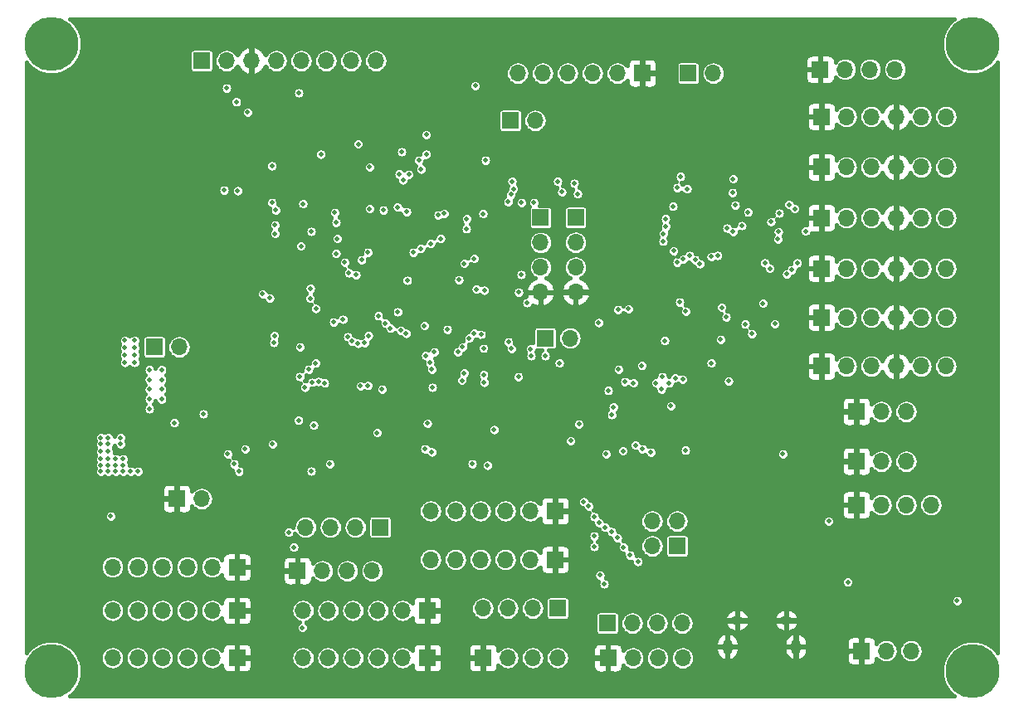
<source format=gbr>
G04 #@! TF.GenerationSoftware,KiCad,Pcbnew,(5.1.2)-1*
G04 #@! TF.CreationDate,2021-02-01T19:25:34-05:00*
G04 #@! TF.ProjectId,ZP-Breakout,5a502d42-7265-4616-9b6f-75742e6b6963,rev?*
G04 #@! TF.SameCoordinates,Original*
G04 #@! TF.FileFunction,Copper,L2,Inr*
G04 #@! TF.FilePolarity,Positive*
%FSLAX46Y46*%
G04 Gerber Fmt 4.6, Leading zero omitted, Abs format (unit mm)*
G04 Created by KiCad (PCBNEW (5.1.2)-1) date 2021-02-01 19:25:34*
%MOMM*%
%LPD*%
G04 APERTURE LIST*
G04 #@! TA.AperFunction,ViaPad*
%ADD10O,1.700000X1.700000*%
G04 #@! TD*
G04 #@! TA.AperFunction,ViaPad*
%ADD11R,1.700000X1.700000*%
G04 #@! TD*
G04 #@! TA.AperFunction,ViaPad*
%ADD12C,5.500000*%
G04 #@! TD*
G04 #@! TA.AperFunction,ViaPad*
%ADD13O,1.000000X1.550000*%
G04 #@! TD*
G04 #@! TA.AperFunction,ViaPad*
%ADD14O,1.250000X0.950000*%
G04 #@! TD*
G04 #@! TA.AperFunction,ViaPad*
%ADD15C,0.508000*%
G04 #@! TD*
G04 #@! TA.AperFunction,Conductor*
%ADD16C,0.203200*%
G04 #@! TD*
G04 #@! TA.AperFunction,Conductor*
%ADD17C,0.635000*%
G04 #@! TD*
G04 #@! TA.AperFunction,Conductor*
%ADD18C,0.381000*%
G04 #@! TD*
G04 APERTURE END LIST*
D10*
G04 #@! TO.N,/TDO1_TST*
G04 #@! TO.C,TMS1-2*
X117348000Y-149606000D03*
G04 #@! TO.N,/TMS1_TST*
X114808000Y-149606000D03*
G04 #@! TO.N,/TDO2_TST*
X112268000Y-149606000D03*
D11*
G04 #@! TO.N,/TMS2_TST*
X109728000Y-149606000D03*
G04 #@! TD*
D10*
G04 #@! TO.N,/UART1_RTS_TST*
G04 #@! TO.C,J1*
X97028000Y-148082000D03*
G04 #@! TO.N,/UART1_CTS_TST*
X99568000Y-148082000D03*
G04 #@! TO.N,/UART2_RTS_TST*
X102108000Y-148082000D03*
D11*
G04 #@! TO.N,/UART2_CTS_TST*
X104648000Y-148082000D03*
G04 #@! TD*
D10*
G04 #@! TO.N,/RSSI*
G04 #@! TO.C,RSSI1*
X140208000Y-133096000D03*
G04 #@! TO.N,Net-(RSSI1-Pad2)*
X137668000Y-133096000D03*
D11*
G04 #@! TO.N,GND*
X135128000Y-133096000D03*
G04 #@! TD*
D10*
G04 #@! TO.N,/V_ISENSE*
G04 #@! TO.C,V_ISNS1*
X68326000Y-136906000D03*
D11*
G04 #@! TO.N,GND*
X65786000Y-136906000D03*
G04 #@! TD*
D10*
G04 #@! TO.N,/PPM*
G04 #@! TO.C,PPM1*
X140208000Y-128016000D03*
G04 #@! TO.N,Net-(PPM1-Pad2)*
X137668000Y-128016000D03*
D11*
G04 #@! TO.N,GND*
X135128000Y-128016000D03*
G04 #@! TD*
D10*
G04 #@! TO.N,/PC4*
G04 #@! TO.C,GPIO_AUTO1*
X78930500Y-139827000D03*
G04 #@! TO.N,/PC5*
X81470500Y-139827000D03*
G04 #@! TO.N,/PB1*
X84010500Y-139827000D03*
D11*
G04 #@! TO.N,/PB2*
X86550500Y-139827000D03*
G04 #@! TD*
D10*
G04 #@! TO.N,/5V_INT*
G04 #@! TO.C,SPI6_SAFE_AUTO1*
X59245500Y-143891000D03*
G04 #@! TO.N,/SCK6*
X61785500Y-143891000D03*
G04 #@! TO.N,/MISO6*
X64325500Y-143891000D03*
G04 #@! TO.N,/MOSI6*
X66865500Y-143891000D03*
G04 #@! TO.N,/NSS6*
X69405500Y-143891000D03*
D11*
G04 #@! TO.N,GND*
X71945500Y-143891000D03*
G04 #@! TD*
D10*
G04 #@! TO.N,/SD_D2*
G04 #@! TO.C,J32*
X86106000Y-92202000D03*
G04 #@! TO.N,/SD_D3*
X83566000Y-92202000D03*
G04 #@! TO.N,/SD_CK*
X81026000Y-92202000D03*
G04 #@! TO.N,/3V3*
X78486000Y-92202000D03*
G04 #@! TO.N,/SD_CMD*
X75946000Y-92202000D03*
G04 #@! TO.N,GND*
X73406000Y-92202000D03*
G04 #@! TO.N,/SD_D0*
X70866000Y-92202000D03*
D11*
G04 #@! TO.N,/SD_D1*
X68326000Y-92202000D03*
G04 #@! TD*
D10*
G04 #@! TO.N,/SDA1*
G04 #@! TO.C,I2C1_SAFE_AUTO1*
X102362000Y-98298000D03*
D11*
G04 #@! TO.N,/SCL1*
X99822000Y-98298000D03*
G04 #@! TD*
D10*
G04 #@! TO.N,/5V_INT*
G04 #@! TO.C,SPI5*
X91694000Y-138159500D03*
G04 #@! TO.N,/SCK5*
X94234000Y-138159500D03*
G04 #@! TO.N,/MISO5*
X96774000Y-138159500D03*
G04 #@! TO.N,/MOSI5*
X99314000Y-138159500D03*
G04 #@! TO.N,/NSS5*
X101854000Y-138159500D03*
D11*
G04 #@! TO.N,GND*
X104394000Y-138159500D03*
G04 #@! TD*
D10*
G04 #@! TO.N,/3V3*
G04 #@! TO.C,J31*
X66040000Y-121412000D03*
D11*
G04 #@! TO.N,/POWER/3V3_JMP*
X63500000Y-121412000D03*
G04 #@! TD*
D10*
G04 #@! TO.N,/5V_INT*
G04 #@! TO.C,J30*
X114300000Y-139192000D03*
G04 #@! TO.N,/POWER/5V_INT_JMP*
X114300000Y-141732000D03*
G04 #@! TO.N,/6V_EXT*
X116840000Y-139192000D03*
D11*
G04 #@! TO.N,/POWER/5V_INT_JMP*
X116840000Y-141732000D03*
G04 #@! TD*
D10*
G04 #@! TO.N,/5V_INT*
G04 #@! TO.C,AIRSPEED1*
X140716000Y-152447000D03*
G04 #@! TO.N,/AIR_SPD*
X138176000Y-152447000D03*
D11*
G04 #@! TO.N,GND*
X135636000Y-152447000D03*
G04 #@! TD*
D10*
G04 #@! TO.N,/5V_INT*
G04 #@! TO.C,SPI1_IMU1*
X100584000Y-93472000D03*
G04 #@! TO.N,/SCK1*
X103124000Y-93472000D03*
G04 #@! TO.N,/MISO1*
X105664000Y-93472000D03*
G04 #@! TO.N,/MOSI1*
X108204000Y-93472000D03*
G04 #@! TO.N,/NSS1*
X110744000Y-93472000D03*
D11*
G04 #@! TO.N,GND*
X113284000Y-93472000D03*
G04 #@! TD*
D10*
G04 #@! TO.N,/5V_INT*
G04 #@! TO.C,I2C2_ALT1*
X104648000Y-153145500D03*
G04 #@! TO.N,/SDA2*
X102108000Y-153145500D03*
G04 #@! TO.N,/SCL2*
X99568000Y-153145500D03*
D11*
G04 #@! TO.N,GND*
X97028000Y-153145500D03*
G04 #@! TD*
D10*
G04 #@! TO.N,GND*
G04 #@! TO.C,SWD_AUTO1*
X102906501Y-115830001D03*
G04 #@! TO.N,/SCLK_PILOT*
X102906501Y-113290001D03*
G04 #@! TO.N,/SWIO_PILOT*
X102906501Y-110750001D03*
D11*
G04 #@! TO.N,/NRST_PILOT*
X102906501Y-108210001D03*
G04 #@! TD*
D10*
G04 #@! TO.N,GND*
G04 #@! TO.C,SWD_SAFE1*
X106489500Y-115824000D03*
G04 #@! TO.N,/SCLK_SAFETY*
X106489500Y-113284000D03*
G04 #@! TO.N,/SWIO_SAFETY*
X106489500Y-110744000D03*
D11*
G04 #@! TO.N,/NRST_SAFETY*
X106489500Y-108204000D03*
G04 #@! TD*
D10*
G04 #@! TO.N,/TX3*
G04 #@! TO.C,UART_DBG_AUTO1*
X105918000Y-120523000D03*
D11*
G04 #@! TO.N,/RX3*
X103378000Y-120523000D03*
G04 #@! TD*
D10*
G04 #@! TO.N,/5V_INT*
G04 #@! TO.C,SPI4*
X78676500Y-148319500D03*
G04 #@! TO.N,/SCK4*
X81216500Y-148319500D03*
G04 #@! TO.N,/MISO4*
X83756500Y-148319500D03*
G04 #@! TO.N,/MOSI4*
X86296500Y-148319500D03*
G04 #@! TO.N,/NSS4*
X88836500Y-148319500D03*
D11*
G04 #@! TO.N,GND*
X91376500Y-148319500D03*
G04 #@! TD*
G04 #@! TO.N,GND*
G04 #@! TO.C,SPI2*
X71945500Y-148319500D03*
D10*
G04 #@! TO.N,/NSS2*
X69405500Y-148319500D03*
G04 #@! TO.N,/MOSI2*
X66865500Y-148319500D03*
G04 #@! TO.N,/MISO2*
X64325500Y-148319500D03*
G04 #@! TO.N,/SCK2*
X61785500Y-148319500D03*
G04 #@! TO.N,/5V_INT*
X59245500Y-148319500D03*
G04 #@! TD*
D11*
G04 #@! TO.N,GND*
G04 #@! TO.C,UART2*
X91376500Y-153145500D03*
D10*
G04 #@! TO.N,/RTS2*
X88836500Y-153145500D03*
G04 #@! TO.N,/TX2*
X86296500Y-153145500D03*
G04 #@! TO.N,/RX2*
X83756500Y-153145500D03*
G04 #@! TO.N,/CTS2*
X81216500Y-153145500D03*
G04 #@! TO.N,/5V_INT*
X78676500Y-153145500D03*
G04 #@! TD*
G04 #@! TO.N,/5V_INT*
G04 #@! TO.C,UART4*
X91694000Y-143129000D03*
G04 #@! TO.N,/CTS4*
X94234000Y-143129000D03*
G04 #@! TO.N,/RX4*
X96774000Y-143129000D03*
G04 #@! TO.N,/TX4*
X99314000Y-143129000D03*
G04 #@! TO.N,/RTS4*
X101854000Y-143129000D03*
D11*
G04 #@! TO.N,GND*
X104394000Y-143129000D03*
G04 #@! TD*
D10*
G04 #@! TO.N,/5V_INT*
G04 #@! TO.C,UART1*
X59245500Y-153145500D03*
G04 #@! TO.N,/CTS1*
X61785500Y-153145500D03*
G04 #@! TO.N,/RX1*
X64325500Y-153145500D03*
G04 #@! TO.N,/TX1*
X66865500Y-153145500D03*
G04 #@! TO.N,/RTS1*
X69405500Y-153145500D03*
D11*
G04 #@! TO.N,GND*
X71945500Y-153145500D03*
G04 #@! TD*
G04 #@! TO.N,GND*
G04 #@! TO.C,I2C4*
X78105000Y-144272000D03*
D10*
G04 #@! TO.N,/SCL4*
X80645000Y-144272000D03*
G04 #@! TO.N,/SDA4*
X83185000Y-144272000D03*
G04 #@! TO.N,/5V_INT*
X85725000Y-144272000D03*
G04 #@! TD*
G04 #@! TO.N,/S_PC3*
G04 #@! TO.C,GPIO_SAFE1*
X139065000Y-93091000D03*
G04 #@! TO.N,/S_PC2*
X136525000Y-93091000D03*
G04 #@! TO.N,/S_PC12*
X133985000Y-93091000D03*
D11*
G04 #@! TO.N,GND*
X131445000Y-93091000D03*
G04 #@! TD*
D10*
G04 #@! TO.N,/6V_EXT*
G04 #@! TO.C,UHF1*
X142748000Y-137541000D03*
G04 #@! TO.N,/UHF_TX*
X140208000Y-137541000D03*
G04 #@! TO.N,/UHF_RX*
X137668000Y-137541000D03*
D11*
G04 #@! TO.N,GND*
X135128000Y-137541000D03*
G04 #@! TD*
G04 #@! TO.N,GND*
G04 #@! TO.C,USS1*
X109791500Y-153162000D03*
D10*
G04 #@! TO.N,/ULTRA_SONIC_1*
X112331500Y-153162000D03*
G04 #@! TO.N,/ULTRA_SONIC_2*
X114871500Y-153162000D03*
G04 #@! TO.N,/5V_INT*
X117411500Y-153162000D03*
G04 #@! TD*
G04 #@! TO.N,/SAFETY_DBG_TX*
G04 #@! TO.C,UART_DBG_SAFE1*
X120523000Y-93472000D03*
D11*
G04 #@! TO.N,/SAFETY_DBG_RX*
X117983000Y-93472000D03*
G04 #@! TD*
D10*
G04 #@! TO.N,/PWM 1-12/PWM12*
G04 #@! TO.C,PWM11-12*
X144272000Y-97917000D03*
G04 #@! TO.N,/6V_EXT*
X141732000Y-97917000D03*
G04 #@! TO.N,GND*
X139192000Y-97917000D03*
G04 #@! TO.N,/PWM 1-12/PWM11*
X136652000Y-97917000D03*
G04 #@! TO.N,/6V_EXT*
X134112000Y-97917000D03*
D11*
G04 #@! TO.N,GND*
X131572000Y-97917000D03*
G04 #@! TD*
D10*
G04 #@! TO.N,/PWM 1-12/PWM10*
G04 #@! TO.C,PWM9-10*
X144272000Y-103060500D03*
G04 #@! TO.N,/6V_EXT*
X141732000Y-103060500D03*
G04 #@! TO.N,GND*
X139192000Y-103060500D03*
G04 #@! TO.N,/PWM 1-12/PWM9*
X136652000Y-103060500D03*
G04 #@! TO.N,/6V_EXT*
X134112000Y-103060500D03*
D11*
G04 #@! TO.N,GND*
X131572000Y-103060500D03*
G04 #@! TD*
D10*
G04 #@! TO.N,/PWM 1-12/PWM8*
G04 #@! TO.C,PWM7-8*
X144272000Y-108235750D03*
G04 #@! TO.N,/6V_EXT*
X141732000Y-108235750D03*
G04 #@! TO.N,GND*
X139192000Y-108235750D03*
G04 #@! TO.N,/PWM 1-12/PWM7*
X136652000Y-108235750D03*
G04 #@! TO.N,/6V_EXT*
X134112000Y-108235750D03*
D11*
G04 #@! TO.N,GND*
X131572000Y-108235750D03*
G04 #@! TD*
D10*
G04 #@! TO.N,/PWM 1-12/PWM6*
G04 #@! TO.C,PWM5-6*
X144272000Y-113411000D03*
G04 #@! TO.N,/6V_EXT*
X141732000Y-113411000D03*
G04 #@! TO.N,GND*
X139192000Y-113411000D03*
G04 #@! TO.N,/PWM 1-12/PWM5*
X136652000Y-113411000D03*
G04 #@! TO.N,/6V_EXT*
X134112000Y-113411000D03*
D11*
G04 #@! TO.N,GND*
X131572000Y-113411000D03*
G04 #@! TD*
D10*
G04 #@! TO.N,/PWM 1-12/PWM4*
G04 #@! TO.C,PWM3-4*
X144272000Y-118395750D03*
G04 #@! TO.N,/6V_EXT*
X141732000Y-118395750D03*
G04 #@! TO.N,GND*
X139192000Y-118395750D03*
G04 #@! TO.N,/PWM 1-12/PWM3*
X136652000Y-118395750D03*
G04 #@! TO.N,/6V_EXT*
X134112000Y-118395750D03*
D11*
G04 #@! TO.N,GND*
X131572000Y-118395750D03*
G04 #@! TD*
D10*
G04 #@! TO.N,/PWM 1-12/PWM2*
G04 #@! TO.C,PWM1-2*
X144272000Y-123380500D03*
G04 #@! TO.N,/6V_EXT*
X141732000Y-123380500D03*
G04 #@! TO.N,GND*
X139192000Y-123380500D03*
G04 #@! TO.N,/PWM 1-12/PWM1*
X136652000Y-123380500D03*
G04 #@! TO.N,/6V_EXT*
X134112000Y-123380500D03*
D11*
G04 #@! TO.N,GND*
X131572000Y-123380500D03*
G04 #@! TD*
D12*
G04 #@! TO.N,N/C*
G04 #@! TO.C,H1*
X147000000Y-90500000D03*
G04 #@! TD*
G04 #@! TO.N,N/C*
G04 #@! TO.C,H4*
X53000000Y-90500000D03*
G04 #@! TD*
G04 #@! TO.N,N/C*
G04 #@! TO.C,H3*
X53000000Y-154500000D03*
G04 #@! TD*
G04 #@! TO.N,N/C*
G04 #@! TO.C,H2*
X147000000Y-154500000D03*
G04 #@! TD*
D13*
G04 #@! TO.N,GND*
G04 #@! TO.C,J9*
X128976000Y-152019000D03*
X121976000Y-152019000D03*
D14*
X127976000Y-149319000D03*
X122976000Y-149319000D03*
G04 #@! TD*
D15*
G04 #@! TO.N,/5V_INT*
X58039000Y-132080000D03*
X58801000Y-132080000D03*
X58039000Y-131318000D03*
X58039000Y-130683000D03*
X58801000Y-130683000D03*
X58801000Y-131318000D03*
X58801000Y-132842000D03*
X59563000Y-134112000D03*
X58039000Y-134112000D03*
X58801000Y-134112000D03*
X61849000Y-134112000D03*
X60325000Y-134112000D03*
X61087000Y-134112000D03*
X59055000Y-138684000D03*
X60325000Y-133477000D03*
X58801000Y-133477000D03*
X58039000Y-133477000D03*
X59563000Y-133477000D03*
X58039000Y-132842000D03*
X59563000Y-132842000D03*
X60325000Y-132842000D03*
X60063000Y-131318000D03*
X60063000Y-130683000D03*
X145415000Y-147320000D03*
G04 #@! TO.N,GND*
X75819000Y-125984000D03*
X140462000Y-145462000D03*
X82397600Y-117144800D03*
X121094600Y-131712000D03*
X112153800Y-130594400D03*
X91021000Y-107328000D03*
X118453000Y-125489000D03*
X125792048Y-135509000D03*
X105753000Y-127902000D03*
X118707000Y-127013000D03*
X72352000Y-118377000D03*
X74257000Y-121552000D03*
X97021375Y-120849262D03*
X114172990Y-123190000D03*
X90043000Y-101600000D03*
X120650000Y-106553000D03*
X118110000Y-115697000D03*
X70104000Y-112649000D03*
X95123000Y-117094000D03*
X65976500Y-131318000D03*
X116713000Y-101854000D03*
X128524000Y-102235000D03*
X128524000Y-103505000D03*
X86360000Y-125222000D03*
X91379751Y-125155249D03*
X79638005Y-122288708D03*
X127000000Y-124396500D03*
X112395000Y-111125000D03*
X97340444Y-106426000D03*
X96835108Y-108479558D03*
X69850000Y-122682000D03*
X123952000Y-116967000D03*
X100927000Y-116598998D03*
X81216500Y-102933500D03*
X100901500Y-112204500D03*
X101053900Y-111569500D03*
X105981500Y-126318488D03*
X61404500Y-125285500D03*
X78486000Y-130683000D03*
X79375000Y-127762000D03*
X91821000Y-111887000D03*
X86868000Y-106807000D03*
X97250000Y-100500000D03*
G04 #@! TO.N,/POWER/3V3_JMP*
X64250000Y-123750000D03*
X63000000Y-123750000D03*
X63000000Y-124750000D03*
X64250000Y-124750000D03*
X64250000Y-125750000D03*
X63000000Y-125750000D03*
X63000000Y-126750000D03*
X64250000Y-126750000D03*
X63000000Y-127750000D03*
X61500000Y-123000000D03*
X60500000Y-123000000D03*
X60500000Y-122250000D03*
X61500000Y-122250000D03*
X61500000Y-121500000D03*
X60500000Y-121500000D03*
X61500000Y-120750000D03*
X60500000Y-120750000D03*
X60500000Y-120750000D03*
G04 #@! TO.N,/3V3*
X115659000Y-108344000D03*
X89319200Y-114617800D03*
X94577000Y-114567000D03*
X100673000Y-115837000D03*
X96854490Y-120153178D03*
X89243000Y-107620740D03*
X79972000Y-123076000D03*
X115405000Y-110630000D03*
X116421000Y-107074000D03*
X122771000Y-106947000D03*
X116840000Y-112776000D03*
X86741000Y-125730000D03*
X91880040Y-125546338D03*
X68500000Y-128250000D03*
X121285000Y-120650000D03*
X97028000Y-107823002D03*
X125603000Y-116967000D03*
X72009000Y-105473500D03*
X75501500Y-106680000D03*
X78676500Y-106807000D03*
X75819000Y-109855000D03*
X79438500Y-115443000D03*
X74549000Y-116014500D03*
X98171000Y-129857500D03*
X99631500Y-120904000D03*
X75501500Y-102933500D03*
X127635000Y-132334000D03*
X97282000Y-102362000D03*
X80500000Y-101750000D03*
X78250000Y-95500000D03*
X91376500Y-129222500D03*
X86233000Y-130175000D03*
X79756000Y-129413022D03*
X86868000Y-107442000D03*
X114165099Y-132166531D03*
X111320250Y-132027733D03*
X106819679Y-129286000D03*
X97499990Y-133500050D03*
X95948500Y-133350000D03*
X115316000Y-124460000D03*
X110871000Y-123698000D03*
X65532000Y-129159000D03*
G04 #@! TO.N,Net-(D5-Pad2)*
X91820997Y-123698003D03*
X104838496Y-123063000D03*
G04 #@! TO.N,Net-(D6-Pad2)*
X101942991Y-122328009D03*
X91184874Y-122299872D03*
G04 #@! TO.N,Net-(D7-Pad2)*
X103377993Y-122328007D03*
X91630502Y-122999502D03*
G04 #@! TO.N,/PWM 1-12/PWM1*
X123444002Y-109029500D03*
G04 #@! TO.N,/PWM 1-12/PWM2*
X124073728Y-107660691D03*
G04 #@! TO.N,/PWM 1-12/PWM4*
X128524000Y-113538000D03*
G04 #@! TO.N,/PWM 1-12/PWM3*
X128016000Y-113982500D03*
G04 #@! TO.N,/PWM 1-12/PWM5*
X125793500Y-112839500D03*
G04 #@! TO.N,/PWM 1-12/PWM6*
X127127000Y-110426500D03*
G04 #@! TO.N,/PWM 1-12/PWM8*
X122555000Y-104267000D03*
G04 #@! TO.N,/PWM 1-12/PWM7*
X122491500Y-105664000D03*
G04 #@! TO.N,/PWM 1-12/PWM9*
X126301500Y-113411000D03*
X129095498Y-112839500D03*
G04 #@! TO.N,/PWM 1-12/PWM10*
X127190500Y-109664500D03*
X129959110Y-109601000D03*
G04 #@! TO.N,/PWM 1-12/PWM12*
X126428500Y-108648500D03*
X128841500Y-107315000D03*
G04 #@! TO.N,/PWM 1-12/PWM11*
X127254000Y-107759500D03*
X128262000Y-106878500D03*
G04 #@! TO.N,/SD_D1*
X96139000Y-112395000D03*
G04 #@! TO.N,/SD_D0*
X95123000Y-112895367D03*
X70866000Y-94995982D03*
G04 #@! TO.N,/SD_CK*
X90681562Y-111366610D03*
G04 #@! TO.N,/SD_CMD*
X89916000Y-111760000D03*
G04 #@! TO.N,/SD_D3*
X91694000Y-110858610D03*
G04 #@! TO.N,/SD_D2*
X92710004Y-110363000D03*
G04 #@! TO.N,/PPM*
X126809500Y-119062500D03*
G04 #@! TO.N,/ULTRA_SONIC_2*
X91059000Y-119253000D03*
X107827521Y-137672520D03*
G04 #@! TO.N,/ULTRA_SONIC_1*
X93408500Y-119634000D03*
X107315006Y-137223500D03*
G04 #@! TO.N,/UHF_TX*
X123794750Y-119092750D03*
G04 #@! TO.N,/UHF_RX*
X124460000Y-120078500D03*
G04 #@! TO.N,/RTS1*
X84662936Y-112521977D03*
X84959611Y-121004528D03*
X80857440Y-125106699D03*
G04 #@! TO.N,/TX1*
X84086802Y-114059000D03*
X84289478Y-121056313D03*
X80243933Y-124942839D03*
G04 #@! TO.N,/RX1*
X83352984Y-113860729D03*
X79615198Y-125031901D03*
X83664708Y-120838088D03*
G04 #@! TO.N,/CTS1*
X82931000Y-112776000D03*
X78867000Y-125538892D03*
X83235821Y-120369798D03*
G04 #@! TO.N,/RX4*
X97167443Y-115633988D03*
X93073727Y-107805721D03*
X96139000Y-120015000D03*
X94477737Y-121920000D03*
G04 #@! TO.N,/TX4*
X96367612Y-115516672D03*
X94960337Y-121421884D03*
X92455358Y-107950150D03*
X95631000Y-120523000D03*
G04 #@! TO.N,/RTS2*
X78339000Y-124455000D03*
G04 #@! TO.N,/TX2*
X78219410Y-128917590D03*
G04 #@! TO.N,/RX2*
X75564968Y-131333032D03*
G04 #@! TO.N,/CTS2*
X79248000Y-123698000D03*
X78613000Y-150063190D03*
G04 #@! TO.N,/SCK2*
X95123000Y-124079000D03*
X84544000Y-125399800D03*
X97111145Y-124258000D03*
X77216004Y-140335000D03*
G04 #@! TO.N,/MISO2*
X75692000Y-120972400D03*
G04 #@! TO.N,/MOSI2*
X78359000Y-121412000D03*
G04 #@! TO.N,/NSS2*
X85306000Y-125362000D03*
X94883132Y-124826868D03*
X97155000Y-125031500D03*
X77723998Y-141859006D03*
G04 #@! TO.N,/NSS4*
X79514800Y-109619212D03*
G04 #@! TO.N,/MOSI4*
X78460610Y-111125000D03*
G04 #@! TO.N,/MISO4*
X75819000Y-108966000D03*
G04 #@! TO.N,/SCK4*
X75886235Y-107454987D03*
G04 #@! TO.N,/SCK5*
X79387811Y-116459000D03*
X75272890Y-116435243D03*
G04 #@! TO.N,/MISO5*
X81788000Y-118872000D03*
G04 #@! TO.N,/MOSI5*
X79986240Y-117498758D03*
G04 #@! TO.N,/NSS5*
X82751872Y-118604411D03*
G04 #@! TO.N,/MEMORY/E1*
X90727749Y-103272257D03*
G04 #@! TO.N,/MEMORY/E2*
X90500006Y-102362000D03*
G04 #@! TO.N,/MEMORY/E3*
X91250002Y-101750002D03*
G04 #@! TO.N,/MEM_WC*
X85478980Y-103056716D03*
X92075000Y-121920000D03*
X84300000Y-100700000D03*
X85294469Y-111760000D03*
X85470998Y-107315000D03*
G04 #@! TO.N,/AIRSPD_ADC*
X134251800Y-145424200D03*
X85358243Y-120254757D03*
G04 #@! TO.N,/SWIO_SAFETY*
X110807500Y-117602000D03*
X117729000Y-117782492D03*
X121856508Y-118364000D03*
X122555000Y-109664500D03*
G04 #@! TO.N,/SCL1*
X82042000Y-108712000D03*
X88750000Y-101500000D03*
X116840000Y-105156000D03*
X71873561Y-96401439D03*
G04 #@! TO.N,/SCL2*
X91122500Y-131826000D03*
G04 #@! TO.N,/SDA1*
X117183000Y-104026000D03*
X91250000Y-99750002D03*
X81915000Y-107696000D03*
X73025000Y-97472500D03*
G04 #@! TO.N,/SDA2*
X91821000Y-132143500D03*
G04 #@! TO.N,/SENSORS/IMU_INT*
X100965000Y-106680000D03*
G04 #@! TO.N,/SENSORS/IMU_FSYNC*
X102235000Y-106680000D03*
G04 #@! TO.N,/TDI*
X95377000Y-108331000D03*
G04 #@! TO.N,/TDO*
X82042000Y-111887000D03*
G04 #@! TO.N,/JRST*
X82169000Y-110363000D03*
G04 #@! TO.N,/SAFETY_DBG_TX*
X116648401Y-124574522D03*
X120967500Y-112077500D03*
G04 #@! TO.N,/SAFETY_DBG_RX*
X116040000Y-125108000D03*
X120332500Y-112204500D03*
G04 #@! TO.N,/TX3*
X100647500Y-124460000D03*
X105981500Y-131000500D03*
G04 #@! TO.N,/NRST_SAFETY*
X115570000Y-120777000D03*
X116480773Y-111611227D03*
X96250000Y-94750000D03*
X117856000Y-105283000D03*
G04 #@! TO.N,/SCLK_SAFETY*
X117094000Y-116840000D03*
X111887000Y-117538500D03*
X120332500Y-123063000D03*
X121396924Y-117377438D03*
X121920000Y-109283500D03*
G04 #@! TO.N,/NRST_PILOT*
X75755500Y-120269000D03*
X88330241Y-117845245D03*
X86366592Y-118248524D03*
X97097788Y-121552000D03*
X101536500Y-116903500D03*
X99949000Y-121602504D03*
X101892019Y-121611996D03*
X70612000Y-105410001D03*
G04 #@! TO.N,/SCLK_PILOT*
X100927002Y-114038409D03*
X95339000Y-109359998D03*
X113246000Y-123330000D03*
X108839000Y-118935500D03*
G04 #@! TO.N,/TDO1_TST*
X117409354Y-124731615D03*
X112839502Y-143319500D03*
G04 #@! TO.N,/TMS1_TST*
X114681000Y-125095000D03*
X112014000Y-142662712D03*
G04 #@! TO.N,/TDO2_TST*
X112395000Y-125095000D03*
X111379001Y-141859000D03*
G04 #@! TO.N,/TMS2_TST*
X111506000Y-124968000D03*
X110744000Y-140906502D03*
G04 #@! TO.N,/UART1_RTS_TST*
X110343003Y-127564034D03*
X108902500Y-139382500D03*
X108394500Y-141795500D03*
G04 #@! TO.N,/UART1_CTS_TST*
X110183444Y-128347929D03*
X108394500Y-138747500D03*
X108394500Y-140716000D03*
G04 #@! TO.N,/UART2_RTS_TST*
X112585498Y-131445000D03*
X108966000Y-144716500D03*
X109474000Y-139827000D03*
G04 #@! TO.N,/UART2_CTS_TST*
X109410500Y-145605500D03*
X113284000Y-131826000D03*
X110172500Y-140271500D03*
G04 #@! TO.N,/SCK1*
X88480996Y-103772000D03*
X100012500Y-104521004D03*
X104648000Y-104521000D03*
G04 #@! TO.N,/MISO1*
X88874796Y-104389577D03*
X99885500Y-105854500D03*
X105092499Y-105600500D03*
G04 #@! TO.N,/MOSI1*
X89462083Y-103803580D03*
X100143402Y-105274219D03*
X106362506Y-104711500D03*
G04 #@! TO.N,/NSS1*
X88325612Y-107138140D03*
X99595461Y-106616500D03*
X106680002Y-105790996D03*
G04 #@! TO.N,/MOSI6*
X119166339Y-112936444D03*
X89205791Y-120047336D03*
X72136000Y-134112000D03*
G04 #@! TO.N,/MISO6*
X118683729Y-112522000D03*
X88652558Y-119735610D03*
X71628002Y-133350000D03*
G04 #@! TO.N,/SCK6*
X87592000Y-119520000D03*
X118133172Y-112093828D03*
X70993000Y-132334608D03*
G04 #@! TO.N,/NSS6*
X117475000Y-112458500D03*
X87084000Y-119012000D03*
X72771000Y-131826000D03*
G04 #@! TO.N,Net-(C51-Pad1)*
X117690998Y-131966000D03*
X109817010Y-125869990D03*
X109601000Y-132334000D03*
X115252500Y-125730000D03*
X116205000Y-127444500D03*
G04 #@! TO.N,Net-(R39-Pad1)*
X122099182Y-124907984D03*
X132302250Y-139207250D03*
G04 #@! TO.N,/PC4*
X79502000Y-134086600D03*
G04 #@! TO.N,/PC5*
X81407000Y-133350000D03*
G04 #@! TO.N,/S_PC2*
X115697000Y-109093000D03*
G04 #@! TO.N,/S_PC3*
X115443000Y-109855000D03*
G04 #@! TD*
D16*
G04 #@! TO.N,GND*
X97275374Y-120595263D02*
X97692737Y-120595263D01*
X97021375Y-120849262D02*
X97275374Y-120595263D01*
D17*
X97021375Y-120849262D02*
X97438738Y-120849262D01*
D16*
X97021375Y-120849262D02*
X97311738Y-120849262D01*
X100673001Y-116852997D02*
X100927000Y-116598998D01*
X100672998Y-116853000D02*
X100673001Y-116852997D01*
X101435000Y-116091000D02*
X101180999Y-116344999D01*
X100313790Y-116853000D02*
X100672998Y-116853000D01*
X101180999Y-116344999D02*
X100927000Y-116598998D01*
G04 #@! TD*
D18*
G04 #@! TO.N,GND*
G36*
X144996008Y-88058129D02*
G01*
X144558129Y-88496008D01*
X144214089Y-89010900D01*
X143977111Y-89583017D01*
X143856300Y-90190373D01*
X143856300Y-90809627D01*
X143977111Y-91416983D01*
X144214089Y-91989100D01*
X144558129Y-92503992D01*
X144996008Y-92941871D01*
X145510900Y-93285911D01*
X146083017Y-93522889D01*
X146690373Y-93643700D01*
X147309627Y-93643700D01*
X147916983Y-93522889D01*
X148489100Y-93285911D01*
X149003992Y-92941871D01*
X149441871Y-92503992D01*
X149556300Y-92332737D01*
X149556301Y-152667264D01*
X149441871Y-152496008D01*
X149003992Y-152058129D01*
X148489100Y-151714089D01*
X147916983Y-151477111D01*
X147309627Y-151356300D01*
X146690373Y-151356300D01*
X146083017Y-151477111D01*
X145510900Y-151714089D01*
X144996008Y-152058129D01*
X144558129Y-152496008D01*
X144214089Y-153010900D01*
X143977111Y-153583017D01*
X143856300Y-154190373D01*
X143856300Y-154809627D01*
X143977111Y-155416983D01*
X144214089Y-155989100D01*
X144558129Y-156503992D01*
X144996008Y-156941871D01*
X145167263Y-157056300D01*
X54832737Y-157056300D01*
X55003992Y-156941871D01*
X55441871Y-156503992D01*
X55785911Y-155989100D01*
X56022889Y-155416983D01*
X56143700Y-154809627D01*
X56143700Y-154190373D01*
X56022889Y-153583017D01*
X55841664Y-153145500D01*
X57995783Y-153145500D01*
X58019796Y-153389308D01*
X58090912Y-153623746D01*
X58206398Y-153839806D01*
X58361817Y-154029183D01*
X58551194Y-154184602D01*
X58767254Y-154300088D01*
X59001692Y-154371204D01*
X59184408Y-154389200D01*
X59306592Y-154389200D01*
X59489308Y-154371204D01*
X59723746Y-154300088D01*
X59939806Y-154184602D01*
X60129183Y-154029183D01*
X60284602Y-153839806D01*
X60400088Y-153623746D01*
X60471204Y-153389308D01*
X60495217Y-153145500D01*
X60535783Y-153145500D01*
X60559796Y-153389308D01*
X60630912Y-153623746D01*
X60746398Y-153839806D01*
X60901817Y-154029183D01*
X61091194Y-154184602D01*
X61307254Y-154300088D01*
X61541692Y-154371204D01*
X61724408Y-154389200D01*
X61846592Y-154389200D01*
X62029308Y-154371204D01*
X62263746Y-154300088D01*
X62479806Y-154184602D01*
X62669183Y-154029183D01*
X62824602Y-153839806D01*
X62940088Y-153623746D01*
X63011204Y-153389308D01*
X63035217Y-153145500D01*
X63075783Y-153145500D01*
X63099796Y-153389308D01*
X63170912Y-153623746D01*
X63286398Y-153839806D01*
X63441817Y-154029183D01*
X63631194Y-154184602D01*
X63847254Y-154300088D01*
X64081692Y-154371204D01*
X64264408Y-154389200D01*
X64386592Y-154389200D01*
X64569308Y-154371204D01*
X64803746Y-154300088D01*
X65019806Y-154184602D01*
X65209183Y-154029183D01*
X65364602Y-153839806D01*
X65480088Y-153623746D01*
X65551204Y-153389308D01*
X65575217Y-153145500D01*
X65615783Y-153145500D01*
X65639796Y-153389308D01*
X65710912Y-153623746D01*
X65826398Y-153839806D01*
X65981817Y-154029183D01*
X66171194Y-154184602D01*
X66387254Y-154300088D01*
X66621692Y-154371204D01*
X66804408Y-154389200D01*
X66926592Y-154389200D01*
X67109308Y-154371204D01*
X67343746Y-154300088D01*
X67559806Y-154184602D01*
X67749183Y-154029183D01*
X67904602Y-153839806D01*
X68020088Y-153623746D01*
X68091204Y-153389308D01*
X68115217Y-153145500D01*
X68155783Y-153145500D01*
X68179796Y-153389308D01*
X68250912Y-153623746D01*
X68366398Y-153839806D01*
X68521817Y-154029183D01*
X68711194Y-154184602D01*
X68927254Y-154300088D01*
X69161692Y-154371204D01*
X69344408Y-154389200D01*
X69466592Y-154389200D01*
X69649308Y-154371204D01*
X69883746Y-154300088D01*
X70099806Y-154184602D01*
X70289183Y-154029183D01*
X70394140Y-153901293D01*
X70393620Y-153995500D01*
X70407106Y-154132430D01*
X70447047Y-154264098D01*
X70511908Y-154385444D01*
X70599196Y-154491804D01*
X70705556Y-154579092D01*
X70826902Y-154643953D01*
X70958570Y-154683894D01*
X71095500Y-154697380D01*
X71707375Y-154694000D01*
X71882000Y-154519375D01*
X71882000Y-153209000D01*
X72009000Y-153209000D01*
X72009000Y-154519375D01*
X72183625Y-154694000D01*
X72795500Y-154697380D01*
X72932430Y-154683894D01*
X73064098Y-154643953D01*
X73185444Y-154579092D01*
X73291804Y-154491804D01*
X73379092Y-154385444D01*
X73443953Y-154264098D01*
X73483894Y-154132430D01*
X73497380Y-153995500D01*
X73494000Y-153383625D01*
X73319375Y-153209000D01*
X72009000Y-153209000D01*
X71882000Y-153209000D01*
X71862000Y-153209000D01*
X71862000Y-153145500D01*
X77426783Y-153145500D01*
X77450796Y-153389308D01*
X77521912Y-153623746D01*
X77637398Y-153839806D01*
X77792817Y-154029183D01*
X77982194Y-154184602D01*
X78198254Y-154300088D01*
X78432692Y-154371204D01*
X78615408Y-154389200D01*
X78737592Y-154389200D01*
X78920308Y-154371204D01*
X79154746Y-154300088D01*
X79370806Y-154184602D01*
X79560183Y-154029183D01*
X79715602Y-153839806D01*
X79831088Y-153623746D01*
X79902204Y-153389308D01*
X79926217Y-153145500D01*
X79966783Y-153145500D01*
X79990796Y-153389308D01*
X80061912Y-153623746D01*
X80177398Y-153839806D01*
X80332817Y-154029183D01*
X80522194Y-154184602D01*
X80738254Y-154300088D01*
X80972692Y-154371204D01*
X81155408Y-154389200D01*
X81277592Y-154389200D01*
X81460308Y-154371204D01*
X81694746Y-154300088D01*
X81910806Y-154184602D01*
X82100183Y-154029183D01*
X82255602Y-153839806D01*
X82371088Y-153623746D01*
X82442204Y-153389308D01*
X82466217Y-153145500D01*
X82506783Y-153145500D01*
X82530796Y-153389308D01*
X82601912Y-153623746D01*
X82717398Y-153839806D01*
X82872817Y-154029183D01*
X83062194Y-154184602D01*
X83278254Y-154300088D01*
X83512692Y-154371204D01*
X83695408Y-154389200D01*
X83817592Y-154389200D01*
X84000308Y-154371204D01*
X84234746Y-154300088D01*
X84450806Y-154184602D01*
X84640183Y-154029183D01*
X84795602Y-153839806D01*
X84911088Y-153623746D01*
X84982204Y-153389308D01*
X85006217Y-153145500D01*
X85046783Y-153145500D01*
X85070796Y-153389308D01*
X85141912Y-153623746D01*
X85257398Y-153839806D01*
X85412817Y-154029183D01*
X85602194Y-154184602D01*
X85818254Y-154300088D01*
X86052692Y-154371204D01*
X86235408Y-154389200D01*
X86357592Y-154389200D01*
X86540308Y-154371204D01*
X86774746Y-154300088D01*
X86990806Y-154184602D01*
X87180183Y-154029183D01*
X87335602Y-153839806D01*
X87451088Y-153623746D01*
X87522204Y-153389308D01*
X87546217Y-153145500D01*
X87586783Y-153145500D01*
X87610796Y-153389308D01*
X87681912Y-153623746D01*
X87797398Y-153839806D01*
X87952817Y-154029183D01*
X88142194Y-154184602D01*
X88358254Y-154300088D01*
X88592692Y-154371204D01*
X88775408Y-154389200D01*
X88897592Y-154389200D01*
X89080308Y-154371204D01*
X89314746Y-154300088D01*
X89530806Y-154184602D01*
X89720183Y-154029183D01*
X89825140Y-153901293D01*
X89824620Y-153995500D01*
X89838106Y-154132430D01*
X89878047Y-154264098D01*
X89942908Y-154385444D01*
X90030196Y-154491804D01*
X90136556Y-154579092D01*
X90257902Y-154643953D01*
X90389570Y-154683894D01*
X90526500Y-154697380D01*
X91138375Y-154694000D01*
X91313000Y-154519375D01*
X91313000Y-153209000D01*
X91440000Y-153209000D01*
X91440000Y-154519375D01*
X91614625Y-154694000D01*
X92226500Y-154697380D01*
X92363430Y-154683894D01*
X92495098Y-154643953D01*
X92616444Y-154579092D01*
X92722804Y-154491804D01*
X92810092Y-154385444D01*
X92874953Y-154264098D01*
X92914894Y-154132430D01*
X92928380Y-153995500D01*
X95476120Y-153995500D01*
X95489606Y-154132430D01*
X95529547Y-154264098D01*
X95594408Y-154385444D01*
X95681696Y-154491804D01*
X95788056Y-154579092D01*
X95909402Y-154643953D01*
X96041070Y-154683894D01*
X96178000Y-154697380D01*
X96789875Y-154694000D01*
X96964500Y-154519375D01*
X96964500Y-153209000D01*
X95654125Y-153209000D01*
X95479500Y-153383625D01*
X95476120Y-153995500D01*
X92928380Y-153995500D01*
X92925000Y-153383625D01*
X92750375Y-153209000D01*
X91440000Y-153209000D01*
X91313000Y-153209000D01*
X91293000Y-153209000D01*
X91293000Y-153082000D01*
X91313000Y-153082000D01*
X91313000Y-151771625D01*
X91440000Y-151771625D01*
X91440000Y-153082000D01*
X92750375Y-153082000D01*
X92925000Y-152907375D01*
X92928380Y-152295500D01*
X95476120Y-152295500D01*
X95479500Y-152907375D01*
X95654125Y-153082000D01*
X96964500Y-153082000D01*
X96964500Y-151771625D01*
X97091500Y-151771625D01*
X97091500Y-153082000D01*
X97111500Y-153082000D01*
X97111500Y-153209000D01*
X97091500Y-153209000D01*
X97091500Y-154519375D01*
X97266125Y-154694000D01*
X97878000Y-154697380D01*
X98014930Y-154683894D01*
X98146598Y-154643953D01*
X98267944Y-154579092D01*
X98374304Y-154491804D01*
X98461592Y-154385444D01*
X98526453Y-154264098D01*
X98566394Y-154132430D01*
X98579880Y-153995500D01*
X98579360Y-153901293D01*
X98684317Y-154029183D01*
X98873694Y-154184602D01*
X99089754Y-154300088D01*
X99324192Y-154371204D01*
X99506908Y-154389200D01*
X99629092Y-154389200D01*
X99811808Y-154371204D01*
X100046246Y-154300088D01*
X100262306Y-154184602D01*
X100451683Y-154029183D01*
X100607102Y-153839806D01*
X100722588Y-153623746D01*
X100793704Y-153389308D01*
X100817717Y-153145500D01*
X100858283Y-153145500D01*
X100882296Y-153389308D01*
X100953412Y-153623746D01*
X101068898Y-153839806D01*
X101224317Y-154029183D01*
X101413694Y-154184602D01*
X101629754Y-154300088D01*
X101864192Y-154371204D01*
X102046908Y-154389200D01*
X102169092Y-154389200D01*
X102351808Y-154371204D01*
X102586246Y-154300088D01*
X102802306Y-154184602D01*
X102991683Y-154029183D01*
X103147102Y-153839806D01*
X103262588Y-153623746D01*
X103333704Y-153389308D01*
X103357717Y-153145500D01*
X103398283Y-153145500D01*
X103422296Y-153389308D01*
X103493412Y-153623746D01*
X103608898Y-153839806D01*
X103764317Y-154029183D01*
X103953694Y-154184602D01*
X104169754Y-154300088D01*
X104404192Y-154371204D01*
X104586908Y-154389200D01*
X104709092Y-154389200D01*
X104891808Y-154371204D01*
X105126246Y-154300088D01*
X105342306Y-154184602D01*
X105531683Y-154029183D01*
X105545784Y-154012000D01*
X108239620Y-154012000D01*
X108253106Y-154148930D01*
X108293047Y-154280598D01*
X108357908Y-154401944D01*
X108445196Y-154508304D01*
X108551556Y-154595592D01*
X108672902Y-154660453D01*
X108804570Y-154700394D01*
X108941500Y-154713880D01*
X109553375Y-154710500D01*
X109728000Y-154535875D01*
X109728000Y-153225500D01*
X108417625Y-153225500D01*
X108243000Y-153400125D01*
X108239620Y-154012000D01*
X105545784Y-154012000D01*
X105687102Y-153839806D01*
X105802588Y-153623746D01*
X105873704Y-153389308D01*
X105897717Y-153145500D01*
X105873704Y-152901692D01*
X105802588Y-152667254D01*
X105687102Y-152451194D01*
X105572868Y-152312000D01*
X108239620Y-152312000D01*
X108243000Y-152923875D01*
X108417625Y-153098500D01*
X109728000Y-153098500D01*
X109728000Y-151788125D01*
X109855000Y-151788125D01*
X109855000Y-153098500D01*
X109875000Y-153098500D01*
X109875000Y-153225500D01*
X109855000Y-153225500D01*
X109855000Y-154535875D01*
X110029625Y-154710500D01*
X110641500Y-154713880D01*
X110778430Y-154700394D01*
X110910098Y-154660453D01*
X111031444Y-154595592D01*
X111137804Y-154508304D01*
X111225092Y-154401944D01*
X111289953Y-154280598D01*
X111329894Y-154148930D01*
X111343380Y-154012000D01*
X111342860Y-153917793D01*
X111447817Y-154045683D01*
X111637194Y-154201102D01*
X111853254Y-154316588D01*
X112087692Y-154387704D01*
X112270408Y-154405700D01*
X112392592Y-154405700D01*
X112575308Y-154387704D01*
X112809746Y-154316588D01*
X113025806Y-154201102D01*
X113215183Y-154045683D01*
X113370602Y-153856306D01*
X113486088Y-153640246D01*
X113557204Y-153405808D01*
X113581217Y-153162000D01*
X113621783Y-153162000D01*
X113645796Y-153405808D01*
X113716912Y-153640246D01*
X113832398Y-153856306D01*
X113987817Y-154045683D01*
X114177194Y-154201102D01*
X114393254Y-154316588D01*
X114627692Y-154387704D01*
X114810408Y-154405700D01*
X114932592Y-154405700D01*
X115115308Y-154387704D01*
X115349746Y-154316588D01*
X115565806Y-154201102D01*
X115755183Y-154045683D01*
X115910602Y-153856306D01*
X116026088Y-153640246D01*
X116097204Y-153405808D01*
X116121217Y-153162000D01*
X116161783Y-153162000D01*
X116185796Y-153405808D01*
X116256912Y-153640246D01*
X116372398Y-153856306D01*
X116527817Y-154045683D01*
X116717194Y-154201102D01*
X116933254Y-154316588D01*
X117167692Y-154387704D01*
X117350408Y-154405700D01*
X117472592Y-154405700D01*
X117655308Y-154387704D01*
X117889746Y-154316588D01*
X118105806Y-154201102D01*
X118295183Y-154045683D01*
X118450602Y-153856306D01*
X118566088Y-153640246D01*
X118637204Y-153405808D01*
X118661217Y-153162000D01*
X118637204Y-152918192D01*
X118566088Y-152683754D01*
X118450602Y-152467694D01*
X118295183Y-152278317D01*
X118105806Y-152122898D01*
X118030227Y-152082500D01*
X120777500Y-152082500D01*
X120777500Y-152357500D01*
X120812917Y-152590096D01*
X120893031Y-152811313D01*
X121014763Y-153012650D01*
X121173435Y-153186369D01*
X121362949Y-153325795D01*
X121576022Y-153425570D01*
X121726058Y-153466149D01*
X121912500Y-153315904D01*
X121912500Y-152082500D01*
X122039500Y-152082500D01*
X122039500Y-153315904D01*
X122225942Y-153466149D01*
X122375978Y-153425570D01*
X122589051Y-153325795D01*
X122778565Y-153186369D01*
X122937237Y-153012650D01*
X123058969Y-152811313D01*
X123139083Y-152590096D01*
X123174500Y-152357500D01*
X123174500Y-152082500D01*
X127777500Y-152082500D01*
X127777500Y-152357500D01*
X127812917Y-152590096D01*
X127893031Y-152811313D01*
X128014763Y-153012650D01*
X128173435Y-153186369D01*
X128362949Y-153325795D01*
X128576022Y-153425570D01*
X128726058Y-153466149D01*
X128912500Y-153315904D01*
X128912500Y-152082500D01*
X129039500Y-152082500D01*
X129039500Y-153315904D01*
X129225942Y-153466149D01*
X129375978Y-153425570D01*
X129589051Y-153325795D01*
X129628190Y-153297000D01*
X134084120Y-153297000D01*
X134097606Y-153433930D01*
X134137547Y-153565598D01*
X134202408Y-153686944D01*
X134289696Y-153793304D01*
X134396056Y-153880592D01*
X134517402Y-153945453D01*
X134649070Y-153985394D01*
X134786000Y-153998880D01*
X135397875Y-153995500D01*
X135572500Y-153820875D01*
X135572500Y-152510500D01*
X134262125Y-152510500D01*
X134087500Y-152685125D01*
X134084120Y-153297000D01*
X129628190Y-153297000D01*
X129778565Y-153186369D01*
X129937237Y-153012650D01*
X130058969Y-152811313D01*
X130139083Y-152590096D01*
X130174500Y-152357500D01*
X130174500Y-152082500D01*
X129039500Y-152082500D01*
X128912500Y-152082500D01*
X127777500Y-152082500D01*
X123174500Y-152082500D01*
X122039500Y-152082500D01*
X121912500Y-152082500D01*
X120777500Y-152082500D01*
X118030227Y-152082500D01*
X117889746Y-152007412D01*
X117655308Y-151936296D01*
X117472592Y-151918300D01*
X117350408Y-151918300D01*
X117167692Y-151936296D01*
X116933254Y-152007412D01*
X116717194Y-152122898D01*
X116527817Y-152278317D01*
X116372398Y-152467694D01*
X116256912Y-152683754D01*
X116185796Y-152918192D01*
X116161783Y-153162000D01*
X116121217Y-153162000D01*
X116097204Y-152918192D01*
X116026088Y-152683754D01*
X115910602Y-152467694D01*
X115755183Y-152278317D01*
X115565806Y-152122898D01*
X115349746Y-152007412D01*
X115115308Y-151936296D01*
X114932592Y-151918300D01*
X114810408Y-151918300D01*
X114627692Y-151936296D01*
X114393254Y-152007412D01*
X114177194Y-152122898D01*
X113987817Y-152278317D01*
X113832398Y-152467694D01*
X113716912Y-152683754D01*
X113645796Y-152918192D01*
X113621783Y-153162000D01*
X113581217Y-153162000D01*
X113557204Y-152918192D01*
X113486088Y-152683754D01*
X113370602Y-152467694D01*
X113215183Y-152278317D01*
X113025806Y-152122898D01*
X112809746Y-152007412D01*
X112575308Y-151936296D01*
X112392592Y-151918300D01*
X112270408Y-151918300D01*
X112087692Y-151936296D01*
X111853254Y-152007412D01*
X111637194Y-152122898D01*
X111447817Y-152278317D01*
X111342860Y-152406207D01*
X111343380Y-152312000D01*
X111329894Y-152175070D01*
X111289953Y-152043402D01*
X111225092Y-151922056D01*
X111137804Y-151815696D01*
X111031444Y-151728408D01*
X110941815Y-151680500D01*
X120777500Y-151680500D01*
X120777500Y-151955500D01*
X121912500Y-151955500D01*
X121912500Y-150722096D01*
X122039500Y-150722096D01*
X122039500Y-151955500D01*
X123174500Y-151955500D01*
X123174500Y-151680500D01*
X127777500Y-151680500D01*
X127777500Y-151955500D01*
X128912500Y-151955500D01*
X128912500Y-150722096D01*
X129039500Y-150722096D01*
X129039500Y-151955500D01*
X130174500Y-151955500D01*
X130174500Y-151680500D01*
X130161786Y-151597000D01*
X134084120Y-151597000D01*
X134087500Y-152208875D01*
X134262125Y-152383500D01*
X135572500Y-152383500D01*
X135572500Y-151073125D01*
X135699500Y-151073125D01*
X135699500Y-152383500D01*
X135719500Y-152383500D01*
X135719500Y-152510500D01*
X135699500Y-152510500D01*
X135699500Y-153820875D01*
X135874125Y-153995500D01*
X136486000Y-153998880D01*
X136622930Y-153985394D01*
X136754598Y-153945453D01*
X136875944Y-153880592D01*
X136982304Y-153793304D01*
X137069592Y-153686944D01*
X137134453Y-153565598D01*
X137174394Y-153433930D01*
X137187880Y-153297000D01*
X137187360Y-153202793D01*
X137292317Y-153330683D01*
X137481694Y-153486102D01*
X137697754Y-153601588D01*
X137932192Y-153672704D01*
X138114908Y-153690700D01*
X138237092Y-153690700D01*
X138419808Y-153672704D01*
X138654246Y-153601588D01*
X138870306Y-153486102D01*
X139059683Y-153330683D01*
X139215102Y-153141306D01*
X139330588Y-152925246D01*
X139401704Y-152690808D01*
X139425717Y-152447000D01*
X139466283Y-152447000D01*
X139490296Y-152690808D01*
X139561412Y-152925246D01*
X139676898Y-153141306D01*
X139832317Y-153330683D01*
X140021694Y-153486102D01*
X140237754Y-153601588D01*
X140472192Y-153672704D01*
X140654908Y-153690700D01*
X140777092Y-153690700D01*
X140959808Y-153672704D01*
X141194246Y-153601588D01*
X141410306Y-153486102D01*
X141599683Y-153330683D01*
X141755102Y-153141306D01*
X141870588Y-152925246D01*
X141941704Y-152690808D01*
X141965717Y-152447000D01*
X141941704Y-152203192D01*
X141870588Y-151968754D01*
X141755102Y-151752694D01*
X141599683Y-151563317D01*
X141410306Y-151407898D01*
X141194246Y-151292412D01*
X140959808Y-151221296D01*
X140777092Y-151203300D01*
X140654908Y-151203300D01*
X140472192Y-151221296D01*
X140237754Y-151292412D01*
X140021694Y-151407898D01*
X139832317Y-151563317D01*
X139676898Y-151752694D01*
X139561412Y-151968754D01*
X139490296Y-152203192D01*
X139466283Y-152447000D01*
X139425717Y-152447000D01*
X139401704Y-152203192D01*
X139330588Y-151968754D01*
X139215102Y-151752694D01*
X139059683Y-151563317D01*
X138870306Y-151407898D01*
X138654246Y-151292412D01*
X138419808Y-151221296D01*
X138237092Y-151203300D01*
X138114908Y-151203300D01*
X137932192Y-151221296D01*
X137697754Y-151292412D01*
X137481694Y-151407898D01*
X137292317Y-151563317D01*
X137187360Y-151691207D01*
X137187880Y-151597000D01*
X137174394Y-151460070D01*
X137134453Y-151328402D01*
X137069592Y-151207056D01*
X136982304Y-151100696D01*
X136875944Y-151013408D01*
X136754598Y-150948547D01*
X136622930Y-150908606D01*
X136486000Y-150895120D01*
X135874125Y-150898500D01*
X135699500Y-151073125D01*
X135572500Y-151073125D01*
X135397875Y-150898500D01*
X134786000Y-150895120D01*
X134649070Y-150908606D01*
X134517402Y-150948547D01*
X134396056Y-151013408D01*
X134289696Y-151100696D01*
X134202408Y-151207056D01*
X134137547Y-151328402D01*
X134097606Y-151460070D01*
X134084120Y-151597000D01*
X130161786Y-151597000D01*
X130139083Y-151447904D01*
X130058969Y-151226687D01*
X129937237Y-151025350D01*
X129778565Y-150851631D01*
X129589051Y-150712205D01*
X129375978Y-150612430D01*
X129225942Y-150571851D01*
X129039500Y-150722096D01*
X128912500Y-150722096D01*
X128726058Y-150571851D01*
X128576022Y-150612430D01*
X128362949Y-150712205D01*
X128173435Y-150851631D01*
X128014763Y-151025350D01*
X127893031Y-151226687D01*
X127812917Y-151447904D01*
X127777500Y-151680500D01*
X123174500Y-151680500D01*
X123139083Y-151447904D01*
X123058969Y-151226687D01*
X122937237Y-151025350D01*
X122778565Y-150851631D01*
X122589051Y-150712205D01*
X122375978Y-150612430D01*
X122225942Y-150571851D01*
X122039500Y-150722096D01*
X121912500Y-150722096D01*
X121726058Y-150571851D01*
X121576022Y-150612430D01*
X121362949Y-150712205D01*
X121173435Y-150851631D01*
X121014763Y-151025350D01*
X120893031Y-151226687D01*
X120812917Y-151447904D01*
X120777500Y-151680500D01*
X110941815Y-151680500D01*
X110910098Y-151663547D01*
X110778430Y-151623606D01*
X110641500Y-151610120D01*
X110029625Y-151613500D01*
X109855000Y-151788125D01*
X109728000Y-151788125D01*
X109553375Y-151613500D01*
X108941500Y-151610120D01*
X108804570Y-151623606D01*
X108672902Y-151663547D01*
X108551556Y-151728408D01*
X108445196Y-151815696D01*
X108357908Y-151922056D01*
X108293047Y-152043402D01*
X108253106Y-152175070D01*
X108239620Y-152312000D01*
X105572868Y-152312000D01*
X105531683Y-152261817D01*
X105342306Y-152106398D01*
X105126246Y-151990912D01*
X104891808Y-151919796D01*
X104709092Y-151901800D01*
X104586908Y-151901800D01*
X104404192Y-151919796D01*
X104169754Y-151990912D01*
X103953694Y-152106398D01*
X103764317Y-152261817D01*
X103608898Y-152451194D01*
X103493412Y-152667254D01*
X103422296Y-152901692D01*
X103398283Y-153145500D01*
X103357717Y-153145500D01*
X103333704Y-152901692D01*
X103262588Y-152667254D01*
X103147102Y-152451194D01*
X102991683Y-152261817D01*
X102802306Y-152106398D01*
X102586246Y-151990912D01*
X102351808Y-151919796D01*
X102169092Y-151901800D01*
X102046908Y-151901800D01*
X101864192Y-151919796D01*
X101629754Y-151990912D01*
X101413694Y-152106398D01*
X101224317Y-152261817D01*
X101068898Y-152451194D01*
X100953412Y-152667254D01*
X100882296Y-152901692D01*
X100858283Y-153145500D01*
X100817717Y-153145500D01*
X100793704Y-152901692D01*
X100722588Y-152667254D01*
X100607102Y-152451194D01*
X100451683Y-152261817D01*
X100262306Y-152106398D01*
X100046246Y-151990912D01*
X99811808Y-151919796D01*
X99629092Y-151901800D01*
X99506908Y-151901800D01*
X99324192Y-151919796D01*
X99089754Y-151990912D01*
X98873694Y-152106398D01*
X98684317Y-152261817D01*
X98579360Y-152389707D01*
X98579880Y-152295500D01*
X98566394Y-152158570D01*
X98526453Y-152026902D01*
X98461592Y-151905556D01*
X98374304Y-151799196D01*
X98267944Y-151711908D01*
X98146598Y-151647047D01*
X98014930Y-151607106D01*
X97878000Y-151593620D01*
X97266125Y-151597000D01*
X97091500Y-151771625D01*
X96964500Y-151771625D01*
X96789875Y-151597000D01*
X96178000Y-151593620D01*
X96041070Y-151607106D01*
X95909402Y-151647047D01*
X95788056Y-151711908D01*
X95681696Y-151799196D01*
X95594408Y-151905556D01*
X95529547Y-152026902D01*
X95489606Y-152158570D01*
X95476120Y-152295500D01*
X92928380Y-152295500D01*
X92914894Y-152158570D01*
X92874953Y-152026902D01*
X92810092Y-151905556D01*
X92722804Y-151799196D01*
X92616444Y-151711908D01*
X92495098Y-151647047D01*
X92363430Y-151607106D01*
X92226500Y-151593620D01*
X91614625Y-151597000D01*
X91440000Y-151771625D01*
X91313000Y-151771625D01*
X91138375Y-151597000D01*
X90526500Y-151593620D01*
X90389570Y-151607106D01*
X90257902Y-151647047D01*
X90136556Y-151711908D01*
X90030196Y-151799196D01*
X89942908Y-151905556D01*
X89878047Y-152026902D01*
X89838106Y-152158570D01*
X89824620Y-152295500D01*
X89825140Y-152389707D01*
X89720183Y-152261817D01*
X89530806Y-152106398D01*
X89314746Y-151990912D01*
X89080308Y-151919796D01*
X88897592Y-151901800D01*
X88775408Y-151901800D01*
X88592692Y-151919796D01*
X88358254Y-151990912D01*
X88142194Y-152106398D01*
X87952817Y-152261817D01*
X87797398Y-152451194D01*
X87681912Y-152667254D01*
X87610796Y-152901692D01*
X87586783Y-153145500D01*
X87546217Y-153145500D01*
X87522204Y-152901692D01*
X87451088Y-152667254D01*
X87335602Y-152451194D01*
X87180183Y-152261817D01*
X86990806Y-152106398D01*
X86774746Y-151990912D01*
X86540308Y-151919796D01*
X86357592Y-151901800D01*
X86235408Y-151901800D01*
X86052692Y-151919796D01*
X85818254Y-151990912D01*
X85602194Y-152106398D01*
X85412817Y-152261817D01*
X85257398Y-152451194D01*
X85141912Y-152667254D01*
X85070796Y-152901692D01*
X85046783Y-153145500D01*
X85006217Y-153145500D01*
X84982204Y-152901692D01*
X84911088Y-152667254D01*
X84795602Y-152451194D01*
X84640183Y-152261817D01*
X84450806Y-152106398D01*
X84234746Y-151990912D01*
X84000308Y-151919796D01*
X83817592Y-151901800D01*
X83695408Y-151901800D01*
X83512692Y-151919796D01*
X83278254Y-151990912D01*
X83062194Y-152106398D01*
X82872817Y-152261817D01*
X82717398Y-152451194D01*
X82601912Y-152667254D01*
X82530796Y-152901692D01*
X82506783Y-153145500D01*
X82466217Y-153145500D01*
X82442204Y-152901692D01*
X82371088Y-152667254D01*
X82255602Y-152451194D01*
X82100183Y-152261817D01*
X81910806Y-152106398D01*
X81694746Y-151990912D01*
X81460308Y-151919796D01*
X81277592Y-151901800D01*
X81155408Y-151901800D01*
X80972692Y-151919796D01*
X80738254Y-151990912D01*
X80522194Y-152106398D01*
X80332817Y-152261817D01*
X80177398Y-152451194D01*
X80061912Y-152667254D01*
X79990796Y-152901692D01*
X79966783Y-153145500D01*
X79926217Y-153145500D01*
X79902204Y-152901692D01*
X79831088Y-152667254D01*
X79715602Y-152451194D01*
X79560183Y-152261817D01*
X79370806Y-152106398D01*
X79154746Y-151990912D01*
X78920308Y-151919796D01*
X78737592Y-151901800D01*
X78615408Y-151901800D01*
X78432692Y-151919796D01*
X78198254Y-151990912D01*
X77982194Y-152106398D01*
X77792817Y-152261817D01*
X77637398Y-152451194D01*
X77521912Y-152667254D01*
X77450796Y-152901692D01*
X77426783Y-153145500D01*
X71862000Y-153145500D01*
X71862000Y-153082000D01*
X71882000Y-153082000D01*
X71882000Y-151771625D01*
X72009000Y-151771625D01*
X72009000Y-153082000D01*
X73319375Y-153082000D01*
X73494000Y-152907375D01*
X73497380Y-152295500D01*
X73483894Y-152158570D01*
X73443953Y-152026902D01*
X73379092Y-151905556D01*
X73291804Y-151799196D01*
X73185444Y-151711908D01*
X73064098Y-151647047D01*
X72932430Y-151607106D01*
X72795500Y-151593620D01*
X72183625Y-151597000D01*
X72009000Y-151771625D01*
X71882000Y-151771625D01*
X71707375Y-151597000D01*
X71095500Y-151593620D01*
X70958570Y-151607106D01*
X70826902Y-151647047D01*
X70705556Y-151711908D01*
X70599196Y-151799196D01*
X70511908Y-151905556D01*
X70447047Y-152026902D01*
X70407106Y-152158570D01*
X70393620Y-152295500D01*
X70394140Y-152389707D01*
X70289183Y-152261817D01*
X70099806Y-152106398D01*
X69883746Y-151990912D01*
X69649308Y-151919796D01*
X69466592Y-151901800D01*
X69344408Y-151901800D01*
X69161692Y-151919796D01*
X68927254Y-151990912D01*
X68711194Y-152106398D01*
X68521817Y-152261817D01*
X68366398Y-152451194D01*
X68250912Y-152667254D01*
X68179796Y-152901692D01*
X68155783Y-153145500D01*
X68115217Y-153145500D01*
X68091204Y-152901692D01*
X68020088Y-152667254D01*
X67904602Y-152451194D01*
X67749183Y-152261817D01*
X67559806Y-152106398D01*
X67343746Y-151990912D01*
X67109308Y-151919796D01*
X66926592Y-151901800D01*
X66804408Y-151901800D01*
X66621692Y-151919796D01*
X66387254Y-151990912D01*
X66171194Y-152106398D01*
X65981817Y-152261817D01*
X65826398Y-152451194D01*
X65710912Y-152667254D01*
X65639796Y-152901692D01*
X65615783Y-153145500D01*
X65575217Y-153145500D01*
X65551204Y-152901692D01*
X65480088Y-152667254D01*
X65364602Y-152451194D01*
X65209183Y-152261817D01*
X65019806Y-152106398D01*
X64803746Y-151990912D01*
X64569308Y-151919796D01*
X64386592Y-151901800D01*
X64264408Y-151901800D01*
X64081692Y-151919796D01*
X63847254Y-151990912D01*
X63631194Y-152106398D01*
X63441817Y-152261817D01*
X63286398Y-152451194D01*
X63170912Y-152667254D01*
X63099796Y-152901692D01*
X63075783Y-153145500D01*
X63035217Y-153145500D01*
X63011204Y-152901692D01*
X62940088Y-152667254D01*
X62824602Y-152451194D01*
X62669183Y-152261817D01*
X62479806Y-152106398D01*
X62263746Y-151990912D01*
X62029308Y-151919796D01*
X61846592Y-151901800D01*
X61724408Y-151901800D01*
X61541692Y-151919796D01*
X61307254Y-151990912D01*
X61091194Y-152106398D01*
X60901817Y-152261817D01*
X60746398Y-152451194D01*
X60630912Y-152667254D01*
X60559796Y-152901692D01*
X60535783Y-153145500D01*
X60495217Y-153145500D01*
X60471204Y-152901692D01*
X60400088Y-152667254D01*
X60284602Y-152451194D01*
X60129183Y-152261817D01*
X59939806Y-152106398D01*
X59723746Y-151990912D01*
X59489308Y-151919796D01*
X59306592Y-151901800D01*
X59184408Y-151901800D01*
X59001692Y-151919796D01*
X58767254Y-151990912D01*
X58551194Y-152106398D01*
X58361817Y-152261817D01*
X58206398Y-152451194D01*
X58090912Y-152667254D01*
X58019796Y-152901692D01*
X57995783Y-153145500D01*
X55841664Y-153145500D01*
X55785911Y-153010900D01*
X55441871Y-152496008D01*
X55003992Y-152058129D01*
X54489100Y-151714089D01*
X53916983Y-151477111D01*
X53309627Y-151356300D01*
X52690373Y-151356300D01*
X52083017Y-151477111D01*
X51510900Y-151714089D01*
X50996008Y-152058129D01*
X50558129Y-152496008D01*
X50443700Y-152667263D01*
X50443700Y-148319500D01*
X57995783Y-148319500D01*
X58019796Y-148563308D01*
X58090912Y-148797746D01*
X58206398Y-149013806D01*
X58361817Y-149203183D01*
X58551194Y-149358602D01*
X58767254Y-149474088D01*
X59001692Y-149545204D01*
X59184408Y-149563200D01*
X59306592Y-149563200D01*
X59489308Y-149545204D01*
X59723746Y-149474088D01*
X59939806Y-149358602D01*
X60129183Y-149203183D01*
X60284602Y-149013806D01*
X60400088Y-148797746D01*
X60471204Y-148563308D01*
X60495217Y-148319500D01*
X60535783Y-148319500D01*
X60559796Y-148563308D01*
X60630912Y-148797746D01*
X60746398Y-149013806D01*
X60901817Y-149203183D01*
X61091194Y-149358602D01*
X61307254Y-149474088D01*
X61541692Y-149545204D01*
X61724408Y-149563200D01*
X61846592Y-149563200D01*
X62029308Y-149545204D01*
X62263746Y-149474088D01*
X62479806Y-149358602D01*
X62669183Y-149203183D01*
X62824602Y-149013806D01*
X62940088Y-148797746D01*
X63011204Y-148563308D01*
X63035217Y-148319500D01*
X63075783Y-148319500D01*
X63099796Y-148563308D01*
X63170912Y-148797746D01*
X63286398Y-149013806D01*
X63441817Y-149203183D01*
X63631194Y-149358602D01*
X63847254Y-149474088D01*
X64081692Y-149545204D01*
X64264408Y-149563200D01*
X64386592Y-149563200D01*
X64569308Y-149545204D01*
X64803746Y-149474088D01*
X65019806Y-149358602D01*
X65209183Y-149203183D01*
X65364602Y-149013806D01*
X65480088Y-148797746D01*
X65551204Y-148563308D01*
X65575217Y-148319500D01*
X65615783Y-148319500D01*
X65639796Y-148563308D01*
X65710912Y-148797746D01*
X65826398Y-149013806D01*
X65981817Y-149203183D01*
X66171194Y-149358602D01*
X66387254Y-149474088D01*
X66621692Y-149545204D01*
X66804408Y-149563200D01*
X66926592Y-149563200D01*
X67109308Y-149545204D01*
X67343746Y-149474088D01*
X67559806Y-149358602D01*
X67749183Y-149203183D01*
X67904602Y-149013806D01*
X68020088Y-148797746D01*
X68091204Y-148563308D01*
X68115217Y-148319500D01*
X68155783Y-148319500D01*
X68179796Y-148563308D01*
X68250912Y-148797746D01*
X68366398Y-149013806D01*
X68521817Y-149203183D01*
X68711194Y-149358602D01*
X68927254Y-149474088D01*
X69161692Y-149545204D01*
X69344408Y-149563200D01*
X69466592Y-149563200D01*
X69649308Y-149545204D01*
X69883746Y-149474088D01*
X70099806Y-149358602D01*
X70289183Y-149203183D01*
X70394140Y-149075293D01*
X70393620Y-149169500D01*
X70407106Y-149306430D01*
X70447047Y-149438098D01*
X70511908Y-149559444D01*
X70599196Y-149665804D01*
X70705556Y-149753092D01*
X70826902Y-149817953D01*
X70958570Y-149857894D01*
X71095500Y-149871380D01*
X71707375Y-149868000D01*
X71882000Y-149693375D01*
X71882000Y-148383000D01*
X72009000Y-148383000D01*
X72009000Y-149693375D01*
X72183625Y-149868000D01*
X72795500Y-149871380D01*
X72932430Y-149857894D01*
X73064098Y-149817953D01*
X73185444Y-149753092D01*
X73291804Y-149665804D01*
X73379092Y-149559444D01*
X73443953Y-149438098D01*
X73483894Y-149306430D01*
X73497380Y-149169500D01*
X73494000Y-148557625D01*
X73319375Y-148383000D01*
X72009000Y-148383000D01*
X71882000Y-148383000D01*
X71862000Y-148383000D01*
X71862000Y-148319500D01*
X77426783Y-148319500D01*
X77450796Y-148563308D01*
X77521912Y-148797746D01*
X77637398Y-149013806D01*
X77792817Y-149203183D01*
X77982194Y-149358602D01*
X78198254Y-149474088D01*
X78288056Y-149501329D01*
X78200115Y-149560089D01*
X78109899Y-149650305D01*
X78039016Y-149756389D01*
X77990191Y-149874263D01*
X77965300Y-149999397D01*
X77965300Y-150126983D01*
X77990191Y-150252117D01*
X78039016Y-150369991D01*
X78109899Y-150476075D01*
X78200115Y-150566291D01*
X78306199Y-150637174D01*
X78424073Y-150685999D01*
X78549207Y-150710890D01*
X78676793Y-150710890D01*
X78801927Y-150685999D01*
X78919801Y-150637174D01*
X79025885Y-150566291D01*
X79116101Y-150476075D01*
X79186984Y-150369991D01*
X79235809Y-150252117D01*
X79260700Y-150126983D01*
X79260700Y-149999397D01*
X79235809Y-149874263D01*
X79186984Y-149756389D01*
X79116101Y-149650305D01*
X79025885Y-149560089D01*
X78977599Y-149527825D01*
X79154746Y-149474088D01*
X79370806Y-149358602D01*
X79560183Y-149203183D01*
X79715602Y-149013806D01*
X79831088Y-148797746D01*
X79902204Y-148563308D01*
X79926217Y-148319500D01*
X79966783Y-148319500D01*
X79990796Y-148563308D01*
X80061912Y-148797746D01*
X80177398Y-149013806D01*
X80332817Y-149203183D01*
X80522194Y-149358602D01*
X80738254Y-149474088D01*
X80972692Y-149545204D01*
X81155408Y-149563200D01*
X81277592Y-149563200D01*
X81460308Y-149545204D01*
X81694746Y-149474088D01*
X81910806Y-149358602D01*
X82100183Y-149203183D01*
X82255602Y-149013806D01*
X82371088Y-148797746D01*
X82442204Y-148563308D01*
X82466217Y-148319500D01*
X82506783Y-148319500D01*
X82530796Y-148563308D01*
X82601912Y-148797746D01*
X82717398Y-149013806D01*
X82872817Y-149203183D01*
X83062194Y-149358602D01*
X83278254Y-149474088D01*
X83512692Y-149545204D01*
X83695408Y-149563200D01*
X83817592Y-149563200D01*
X84000308Y-149545204D01*
X84234746Y-149474088D01*
X84450806Y-149358602D01*
X84640183Y-149203183D01*
X84795602Y-149013806D01*
X84911088Y-148797746D01*
X84982204Y-148563308D01*
X85006217Y-148319500D01*
X85046783Y-148319500D01*
X85070796Y-148563308D01*
X85141912Y-148797746D01*
X85257398Y-149013806D01*
X85412817Y-149203183D01*
X85602194Y-149358602D01*
X85818254Y-149474088D01*
X86052692Y-149545204D01*
X86235408Y-149563200D01*
X86357592Y-149563200D01*
X86540308Y-149545204D01*
X86774746Y-149474088D01*
X86990806Y-149358602D01*
X87180183Y-149203183D01*
X87335602Y-149013806D01*
X87451088Y-148797746D01*
X87522204Y-148563308D01*
X87546217Y-148319500D01*
X87586783Y-148319500D01*
X87610796Y-148563308D01*
X87681912Y-148797746D01*
X87797398Y-149013806D01*
X87952817Y-149203183D01*
X88142194Y-149358602D01*
X88358254Y-149474088D01*
X88592692Y-149545204D01*
X88775408Y-149563200D01*
X88897592Y-149563200D01*
X89080308Y-149545204D01*
X89314746Y-149474088D01*
X89530806Y-149358602D01*
X89720183Y-149203183D01*
X89825140Y-149075293D01*
X89824620Y-149169500D01*
X89838106Y-149306430D01*
X89878047Y-149438098D01*
X89942908Y-149559444D01*
X90030196Y-149665804D01*
X90136556Y-149753092D01*
X90257902Y-149817953D01*
X90389570Y-149857894D01*
X90526500Y-149871380D01*
X91138375Y-149868000D01*
X91313000Y-149693375D01*
X91313000Y-148383000D01*
X91440000Y-148383000D01*
X91440000Y-149693375D01*
X91614625Y-149868000D01*
X92226500Y-149871380D01*
X92363430Y-149857894D01*
X92495098Y-149817953D01*
X92616444Y-149753092D01*
X92722804Y-149665804D01*
X92810092Y-149559444D01*
X92874953Y-149438098D01*
X92914894Y-149306430D01*
X92928380Y-149169500D01*
X92925000Y-148557625D01*
X92750375Y-148383000D01*
X91440000Y-148383000D01*
X91313000Y-148383000D01*
X91293000Y-148383000D01*
X91293000Y-148256000D01*
X91313000Y-148256000D01*
X91313000Y-146945625D01*
X91440000Y-146945625D01*
X91440000Y-148256000D01*
X92750375Y-148256000D01*
X92924375Y-148082000D01*
X95778283Y-148082000D01*
X95802296Y-148325808D01*
X95873412Y-148560246D01*
X95988898Y-148776306D01*
X96144317Y-148965683D01*
X96333694Y-149121102D01*
X96549754Y-149236588D01*
X96784192Y-149307704D01*
X96966908Y-149325700D01*
X97089092Y-149325700D01*
X97271808Y-149307704D01*
X97506246Y-149236588D01*
X97722306Y-149121102D01*
X97911683Y-148965683D01*
X98067102Y-148776306D01*
X98182588Y-148560246D01*
X98253704Y-148325808D01*
X98277717Y-148082000D01*
X98318283Y-148082000D01*
X98342296Y-148325808D01*
X98413412Y-148560246D01*
X98528898Y-148776306D01*
X98684317Y-148965683D01*
X98873694Y-149121102D01*
X99089754Y-149236588D01*
X99324192Y-149307704D01*
X99506908Y-149325700D01*
X99629092Y-149325700D01*
X99811808Y-149307704D01*
X100046246Y-149236588D01*
X100262306Y-149121102D01*
X100451683Y-148965683D01*
X100607102Y-148776306D01*
X100722588Y-148560246D01*
X100793704Y-148325808D01*
X100817717Y-148082000D01*
X100858283Y-148082000D01*
X100882296Y-148325808D01*
X100953412Y-148560246D01*
X101068898Y-148776306D01*
X101224317Y-148965683D01*
X101413694Y-149121102D01*
X101629754Y-149236588D01*
X101864192Y-149307704D01*
X102046908Y-149325700D01*
X102169092Y-149325700D01*
X102351808Y-149307704D01*
X102586246Y-149236588D01*
X102802306Y-149121102D01*
X102991683Y-148965683D01*
X103147102Y-148776306D01*
X103262588Y-148560246D01*
X103333704Y-148325808D01*
X103357717Y-148082000D01*
X103333704Y-147838192D01*
X103262588Y-147603754D01*
X103147102Y-147387694D01*
X103019327Y-147232000D01*
X103402396Y-147232000D01*
X103402396Y-148932000D01*
X103409997Y-149009179D01*
X103432510Y-149083391D01*
X103469067Y-149151786D01*
X103518266Y-149211734D01*
X103578214Y-149260933D01*
X103646609Y-149297490D01*
X103720821Y-149320003D01*
X103798000Y-149327604D01*
X105498000Y-149327604D01*
X105575179Y-149320003D01*
X105649391Y-149297490D01*
X105717786Y-149260933D01*
X105777734Y-149211734D01*
X105826933Y-149151786D01*
X105863490Y-149083391D01*
X105886003Y-149009179D01*
X105893604Y-148932000D01*
X105893604Y-148756000D01*
X108482396Y-148756000D01*
X108482396Y-150456000D01*
X108489997Y-150533179D01*
X108512510Y-150607391D01*
X108549067Y-150675786D01*
X108598266Y-150735734D01*
X108658214Y-150784933D01*
X108726609Y-150821490D01*
X108800821Y-150844003D01*
X108878000Y-150851604D01*
X110578000Y-150851604D01*
X110655179Y-150844003D01*
X110729391Y-150821490D01*
X110797786Y-150784933D01*
X110857734Y-150735734D01*
X110906933Y-150675786D01*
X110943490Y-150607391D01*
X110966003Y-150533179D01*
X110973604Y-150456000D01*
X110973604Y-149606000D01*
X111018283Y-149606000D01*
X111042296Y-149849808D01*
X111113412Y-150084246D01*
X111228898Y-150300306D01*
X111384317Y-150489683D01*
X111573694Y-150645102D01*
X111789754Y-150760588D01*
X112024192Y-150831704D01*
X112206908Y-150849700D01*
X112329092Y-150849700D01*
X112511808Y-150831704D01*
X112746246Y-150760588D01*
X112962306Y-150645102D01*
X113151683Y-150489683D01*
X113307102Y-150300306D01*
X113422588Y-150084246D01*
X113493704Y-149849808D01*
X113517717Y-149606000D01*
X113558283Y-149606000D01*
X113582296Y-149849808D01*
X113653412Y-150084246D01*
X113768898Y-150300306D01*
X113924317Y-150489683D01*
X114113694Y-150645102D01*
X114329754Y-150760588D01*
X114564192Y-150831704D01*
X114746908Y-150849700D01*
X114869092Y-150849700D01*
X115051808Y-150831704D01*
X115286246Y-150760588D01*
X115502306Y-150645102D01*
X115691683Y-150489683D01*
X115847102Y-150300306D01*
X115962588Y-150084246D01*
X116033704Y-149849808D01*
X116057717Y-149606000D01*
X116098283Y-149606000D01*
X116122296Y-149849808D01*
X116193412Y-150084246D01*
X116308898Y-150300306D01*
X116464317Y-150489683D01*
X116653694Y-150645102D01*
X116869754Y-150760588D01*
X117104192Y-150831704D01*
X117286908Y-150849700D01*
X117409092Y-150849700D01*
X117591808Y-150831704D01*
X117826246Y-150760588D01*
X118042306Y-150645102D01*
X118231683Y-150489683D01*
X118387102Y-150300306D01*
X118502588Y-150084246D01*
X118573704Y-149849808D01*
X118597717Y-149606000D01*
X118593682Y-149565025D01*
X121678579Y-149565025D01*
X121717527Y-149709413D01*
X121814992Y-149918164D01*
X121951309Y-150103889D01*
X122121240Y-150259451D01*
X122318255Y-150378872D01*
X122534782Y-150457563D01*
X122762500Y-150492500D01*
X122912500Y-150492500D01*
X122912500Y-149382500D01*
X123039500Y-149382500D01*
X123039500Y-150492500D01*
X123189500Y-150492500D01*
X123417218Y-150457563D01*
X123633745Y-150378872D01*
X123830760Y-150259451D01*
X124000691Y-150103889D01*
X124137008Y-149918164D01*
X124234473Y-149709413D01*
X124273421Y-149565025D01*
X126678579Y-149565025D01*
X126717527Y-149709413D01*
X126814992Y-149918164D01*
X126951309Y-150103889D01*
X127121240Y-150259451D01*
X127318255Y-150378872D01*
X127534782Y-150457563D01*
X127762500Y-150492500D01*
X127912500Y-150492500D01*
X127912500Y-149382500D01*
X128039500Y-149382500D01*
X128039500Y-150492500D01*
X128189500Y-150492500D01*
X128417218Y-150457563D01*
X128633745Y-150378872D01*
X128830760Y-150259451D01*
X129000691Y-150103889D01*
X129137008Y-149918164D01*
X129234473Y-149709413D01*
X129273421Y-149565025D01*
X129122855Y-149382500D01*
X128039500Y-149382500D01*
X127912500Y-149382500D01*
X126829145Y-149382500D01*
X126678579Y-149565025D01*
X124273421Y-149565025D01*
X124122855Y-149382500D01*
X123039500Y-149382500D01*
X122912500Y-149382500D01*
X121829145Y-149382500D01*
X121678579Y-149565025D01*
X118593682Y-149565025D01*
X118573704Y-149362192D01*
X118502588Y-149127754D01*
X118473309Y-149072975D01*
X121678579Y-149072975D01*
X121829145Y-149255500D01*
X122912500Y-149255500D01*
X122912500Y-148145500D01*
X123039500Y-148145500D01*
X123039500Y-149255500D01*
X124122855Y-149255500D01*
X124273421Y-149072975D01*
X126678579Y-149072975D01*
X126829145Y-149255500D01*
X127912500Y-149255500D01*
X127912500Y-148145500D01*
X128039500Y-148145500D01*
X128039500Y-149255500D01*
X129122855Y-149255500D01*
X129273421Y-149072975D01*
X129234473Y-148928587D01*
X129137008Y-148719836D01*
X129000691Y-148534111D01*
X128830760Y-148378549D01*
X128633745Y-148259128D01*
X128417218Y-148180437D01*
X128189500Y-148145500D01*
X128039500Y-148145500D01*
X127912500Y-148145500D01*
X127762500Y-148145500D01*
X127534782Y-148180437D01*
X127318255Y-148259128D01*
X127121240Y-148378549D01*
X126951309Y-148534111D01*
X126814992Y-148719836D01*
X126717527Y-148928587D01*
X126678579Y-149072975D01*
X124273421Y-149072975D01*
X124234473Y-148928587D01*
X124137008Y-148719836D01*
X124000691Y-148534111D01*
X123830760Y-148378549D01*
X123633745Y-148259128D01*
X123417218Y-148180437D01*
X123189500Y-148145500D01*
X123039500Y-148145500D01*
X122912500Y-148145500D01*
X122762500Y-148145500D01*
X122534782Y-148180437D01*
X122318255Y-148259128D01*
X122121240Y-148378549D01*
X121951309Y-148534111D01*
X121814992Y-148719836D01*
X121717527Y-148928587D01*
X121678579Y-149072975D01*
X118473309Y-149072975D01*
X118387102Y-148911694D01*
X118231683Y-148722317D01*
X118042306Y-148566898D01*
X117826246Y-148451412D01*
X117591808Y-148380296D01*
X117409092Y-148362300D01*
X117286908Y-148362300D01*
X117104192Y-148380296D01*
X116869754Y-148451412D01*
X116653694Y-148566898D01*
X116464317Y-148722317D01*
X116308898Y-148911694D01*
X116193412Y-149127754D01*
X116122296Y-149362192D01*
X116098283Y-149606000D01*
X116057717Y-149606000D01*
X116033704Y-149362192D01*
X115962588Y-149127754D01*
X115847102Y-148911694D01*
X115691683Y-148722317D01*
X115502306Y-148566898D01*
X115286246Y-148451412D01*
X115051808Y-148380296D01*
X114869092Y-148362300D01*
X114746908Y-148362300D01*
X114564192Y-148380296D01*
X114329754Y-148451412D01*
X114113694Y-148566898D01*
X113924317Y-148722317D01*
X113768898Y-148911694D01*
X113653412Y-149127754D01*
X113582296Y-149362192D01*
X113558283Y-149606000D01*
X113517717Y-149606000D01*
X113493704Y-149362192D01*
X113422588Y-149127754D01*
X113307102Y-148911694D01*
X113151683Y-148722317D01*
X112962306Y-148566898D01*
X112746246Y-148451412D01*
X112511808Y-148380296D01*
X112329092Y-148362300D01*
X112206908Y-148362300D01*
X112024192Y-148380296D01*
X111789754Y-148451412D01*
X111573694Y-148566898D01*
X111384317Y-148722317D01*
X111228898Y-148911694D01*
X111113412Y-149127754D01*
X111042296Y-149362192D01*
X111018283Y-149606000D01*
X110973604Y-149606000D01*
X110973604Y-148756000D01*
X110966003Y-148678821D01*
X110943490Y-148604609D01*
X110906933Y-148536214D01*
X110857734Y-148476266D01*
X110797786Y-148427067D01*
X110729391Y-148390510D01*
X110655179Y-148367997D01*
X110578000Y-148360396D01*
X108878000Y-148360396D01*
X108800821Y-148367997D01*
X108726609Y-148390510D01*
X108658214Y-148427067D01*
X108598266Y-148476266D01*
X108549067Y-148536214D01*
X108512510Y-148604609D01*
X108489997Y-148678821D01*
X108482396Y-148756000D01*
X105893604Y-148756000D01*
X105893604Y-147256207D01*
X144767300Y-147256207D01*
X144767300Y-147383793D01*
X144792191Y-147508927D01*
X144841016Y-147626801D01*
X144911899Y-147732885D01*
X145002115Y-147823101D01*
X145108199Y-147893984D01*
X145226073Y-147942809D01*
X145351207Y-147967700D01*
X145478793Y-147967700D01*
X145603927Y-147942809D01*
X145721801Y-147893984D01*
X145827885Y-147823101D01*
X145918101Y-147732885D01*
X145988984Y-147626801D01*
X146037809Y-147508927D01*
X146062700Y-147383793D01*
X146062700Y-147256207D01*
X146037809Y-147131073D01*
X145988984Y-147013199D01*
X145918101Y-146907115D01*
X145827885Y-146816899D01*
X145721801Y-146746016D01*
X145603927Y-146697191D01*
X145478793Y-146672300D01*
X145351207Y-146672300D01*
X145226073Y-146697191D01*
X145108199Y-146746016D01*
X145002115Y-146816899D01*
X144911899Y-146907115D01*
X144841016Y-147013199D01*
X144792191Y-147131073D01*
X144767300Y-147256207D01*
X105893604Y-147256207D01*
X105893604Y-147232000D01*
X105886003Y-147154821D01*
X105863490Y-147080609D01*
X105826933Y-147012214D01*
X105777734Y-146952266D01*
X105717786Y-146903067D01*
X105649391Y-146866510D01*
X105575179Y-146843997D01*
X105498000Y-146836396D01*
X103798000Y-146836396D01*
X103720821Y-146843997D01*
X103646609Y-146866510D01*
X103578214Y-146903067D01*
X103518266Y-146952266D01*
X103469067Y-147012214D01*
X103432510Y-147080609D01*
X103409997Y-147154821D01*
X103402396Y-147232000D01*
X103019327Y-147232000D01*
X102991683Y-147198317D01*
X102802306Y-147042898D01*
X102586246Y-146927412D01*
X102351808Y-146856296D01*
X102169092Y-146838300D01*
X102046908Y-146838300D01*
X101864192Y-146856296D01*
X101629754Y-146927412D01*
X101413694Y-147042898D01*
X101224317Y-147198317D01*
X101068898Y-147387694D01*
X100953412Y-147603754D01*
X100882296Y-147838192D01*
X100858283Y-148082000D01*
X100817717Y-148082000D01*
X100793704Y-147838192D01*
X100722588Y-147603754D01*
X100607102Y-147387694D01*
X100451683Y-147198317D01*
X100262306Y-147042898D01*
X100046246Y-146927412D01*
X99811808Y-146856296D01*
X99629092Y-146838300D01*
X99506908Y-146838300D01*
X99324192Y-146856296D01*
X99089754Y-146927412D01*
X98873694Y-147042898D01*
X98684317Y-147198317D01*
X98528898Y-147387694D01*
X98413412Y-147603754D01*
X98342296Y-147838192D01*
X98318283Y-148082000D01*
X98277717Y-148082000D01*
X98253704Y-147838192D01*
X98182588Y-147603754D01*
X98067102Y-147387694D01*
X97911683Y-147198317D01*
X97722306Y-147042898D01*
X97506246Y-146927412D01*
X97271808Y-146856296D01*
X97089092Y-146838300D01*
X96966908Y-146838300D01*
X96784192Y-146856296D01*
X96549754Y-146927412D01*
X96333694Y-147042898D01*
X96144317Y-147198317D01*
X95988898Y-147387694D01*
X95873412Y-147603754D01*
X95802296Y-147838192D01*
X95778283Y-148082000D01*
X92924375Y-148082000D01*
X92925000Y-148081375D01*
X92928380Y-147469500D01*
X92914894Y-147332570D01*
X92874953Y-147200902D01*
X92810092Y-147079556D01*
X92722804Y-146973196D01*
X92616444Y-146885908D01*
X92495098Y-146821047D01*
X92363430Y-146781106D01*
X92226500Y-146767620D01*
X91614625Y-146771000D01*
X91440000Y-146945625D01*
X91313000Y-146945625D01*
X91138375Y-146771000D01*
X90526500Y-146767620D01*
X90389570Y-146781106D01*
X90257902Y-146821047D01*
X90136556Y-146885908D01*
X90030196Y-146973196D01*
X89942908Y-147079556D01*
X89878047Y-147200902D01*
X89838106Y-147332570D01*
X89824620Y-147469500D01*
X89825140Y-147563707D01*
X89720183Y-147435817D01*
X89530806Y-147280398D01*
X89314746Y-147164912D01*
X89080308Y-147093796D01*
X88897592Y-147075800D01*
X88775408Y-147075800D01*
X88592692Y-147093796D01*
X88358254Y-147164912D01*
X88142194Y-147280398D01*
X87952817Y-147435817D01*
X87797398Y-147625194D01*
X87681912Y-147841254D01*
X87610796Y-148075692D01*
X87586783Y-148319500D01*
X87546217Y-148319500D01*
X87522204Y-148075692D01*
X87451088Y-147841254D01*
X87335602Y-147625194D01*
X87180183Y-147435817D01*
X86990806Y-147280398D01*
X86774746Y-147164912D01*
X86540308Y-147093796D01*
X86357592Y-147075800D01*
X86235408Y-147075800D01*
X86052692Y-147093796D01*
X85818254Y-147164912D01*
X85602194Y-147280398D01*
X85412817Y-147435817D01*
X85257398Y-147625194D01*
X85141912Y-147841254D01*
X85070796Y-148075692D01*
X85046783Y-148319500D01*
X85006217Y-148319500D01*
X84982204Y-148075692D01*
X84911088Y-147841254D01*
X84795602Y-147625194D01*
X84640183Y-147435817D01*
X84450806Y-147280398D01*
X84234746Y-147164912D01*
X84000308Y-147093796D01*
X83817592Y-147075800D01*
X83695408Y-147075800D01*
X83512692Y-147093796D01*
X83278254Y-147164912D01*
X83062194Y-147280398D01*
X82872817Y-147435817D01*
X82717398Y-147625194D01*
X82601912Y-147841254D01*
X82530796Y-148075692D01*
X82506783Y-148319500D01*
X82466217Y-148319500D01*
X82442204Y-148075692D01*
X82371088Y-147841254D01*
X82255602Y-147625194D01*
X82100183Y-147435817D01*
X81910806Y-147280398D01*
X81694746Y-147164912D01*
X81460308Y-147093796D01*
X81277592Y-147075800D01*
X81155408Y-147075800D01*
X80972692Y-147093796D01*
X80738254Y-147164912D01*
X80522194Y-147280398D01*
X80332817Y-147435817D01*
X80177398Y-147625194D01*
X80061912Y-147841254D01*
X79990796Y-148075692D01*
X79966783Y-148319500D01*
X79926217Y-148319500D01*
X79902204Y-148075692D01*
X79831088Y-147841254D01*
X79715602Y-147625194D01*
X79560183Y-147435817D01*
X79370806Y-147280398D01*
X79154746Y-147164912D01*
X78920308Y-147093796D01*
X78737592Y-147075800D01*
X78615408Y-147075800D01*
X78432692Y-147093796D01*
X78198254Y-147164912D01*
X77982194Y-147280398D01*
X77792817Y-147435817D01*
X77637398Y-147625194D01*
X77521912Y-147841254D01*
X77450796Y-148075692D01*
X77426783Y-148319500D01*
X71862000Y-148319500D01*
X71862000Y-148256000D01*
X71882000Y-148256000D01*
X71882000Y-146945625D01*
X72009000Y-146945625D01*
X72009000Y-148256000D01*
X73319375Y-148256000D01*
X73494000Y-148081375D01*
X73497380Y-147469500D01*
X73483894Y-147332570D01*
X73443953Y-147200902D01*
X73379092Y-147079556D01*
X73291804Y-146973196D01*
X73185444Y-146885908D01*
X73064098Y-146821047D01*
X72932430Y-146781106D01*
X72795500Y-146767620D01*
X72183625Y-146771000D01*
X72009000Y-146945625D01*
X71882000Y-146945625D01*
X71707375Y-146771000D01*
X71095500Y-146767620D01*
X70958570Y-146781106D01*
X70826902Y-146821047D01*
X70705556Y-146885908D01*
X70599196Y-146973196D01*
X70511908Y-147079556D01*
X70447047Y-147200902D01*
X70407106Y-147332570D01*
X70393620Y-147469500D01*
X70394140Y-147563707D01*
X70289183Y-147435817D01*
X70099806Y-147280398D01*
X69883746Y-147164912D01*
X69649308Y-147093796D01*
X69466592Y-147075800D01*
X69344408Y-147075800D01*
X69161692Y-147093796D01*
X68927254Y-147164912D01*
X68711194Y-147280398D01*
X68521817Y-147435817D01*
X68366398Y-147625194D01*
X68250912Y-147841254D01*
X68179796Y-148075692D01*
X68155783Y-148319500D01*
X68115217Y-148319500D01*
X68091204Y-148075692D01*
X68020088Y-147841254D01*
X67904602Y-147625194D01*
X67749183Y-147435817D01*
X67559806Y-147280398D01*
X67343746Y-147164912D01*
X67109308Y-147093796D01*
X66926592Y-147075800D01*
X66804408Y-147075800D01*
X66621692Y-147093796D01*
X66387254Y-147164912D01*
X66171194Y-147280398D01*
X65981817Y-147435817D01*
X65826398Y-147625194D01*
X65710912Y-147841254D01*
X65639796Y-148075692D01*
X65615783Y-148319500D01*
X65575217Y-148319500D01*
X65551204Y-148075692D01*
X65480088Y-147841254D01*
X65364602Y-147625194D01*
X65209183Y-147435817D01*
X65019806Y-147280398D01*
X64803746Y-147164912D01*
X64569308Y-147093796D01*
X64386592Y-147075800D01*
X64264408Y-147075800D01*
X64081692Y-147093796D01*
X63847254Y-147164912D01*
X63631194Y-147280398D01*
X63441817Y-147435817D01*
X63286398Y-147625194D01*
X63170912Y-147841254D01*
X63099796Y-148075692D01*
X63075783Y-148319500D01*
X63035217Y-148319500D01*
X63011204Y-148075692D01*
X62940088Y-147841254D01*
X62824602Y-147625194D01*
X62669183Y-147435817D01*
X62479806Y-147280398D01*
X62263746Y-147164912D01*
X62029308Y-147093796D01*
X61846592Y-147075800D01*
X61724408Y-147075800D01*
X61541692Y-147093796D01*
X61307254Y-147164912D01*
X61091194Y-147280398D01*
X60901817Y-147435817D01*
X60746398Y-147625194D01*
X60630912Y-147841254D01*
X60559796Y-148075692D01*
X60535783Y-148319500D01*
X60495217Y-148319500D01*
X60471204Y-148075692D01*
X60400088Y-147841254D01*
X60284602Y-147625194D01*
X60129183Y-147435817D01*
X59939806Y-147280398D01*
X59723746Y-147164912D01*
X59489308Y-147093796D01*
X59306592Y-147075800D01*
X59184408Y-147075800D01*
X59001692Y-147093796D01*
X58767254Y-147164912D01*
X58551194Y-147280398D01*
X58361817Y-147435817D01*
X58206398Y-147625194D01*
X58090912Y-147841254D01*
X58019796Y-148075692D01*
X57995783Y-148319500D01*
X50443700Y-148319500D01*
X50443700Y-143891000D01*
X57995783Y-143891000D01*
X58019796Y-144134808D01*
X58090912Y-144369246D01*
X58206398Y-144585306D01*
X58361817Y-144774683D01*
X58551194Y-144930102D01*
X58767254Y-145045588D01*
X59001692Y-145116704D01*
X59184408Y-145134700D01*
X59306592Y-145134700D01*
X59489308Y-145116704D01*
X59723746Y-145045588D01*
X59939806Y-144930102D01*
X60129183Y-144774683D01*
X60284602Y-144585306D01*
X60400088Y-144369246D01*
X60471204Y-144134808D01*
X60495217Y-143891000D01*
X60535783Y-143891000D01*
X60559796Y-144134808D01*
X60630912Y-144369246D01*
X60746398Y-144585306D01*
X60901817Y-144774683D01*
X61091194Y-144930102D01*
X61307254Y-145045588D01*
X61541692Y-145116704D01*
X61724408Y-145134700D01*
X61846592Y-145134700D01*
X62029308Y-145116704D01*
X62263746Y-145045588D01*
X62479806Y-144930102D01*
X62669183Y-144774683D01*
X62824602Y-144585306D01*
X62940088Y-144369246D01*
X63011204Y-144134808D01*
X63035217Y-143891000D01*
X63075783Y-143891000D01*
X63099796Y-144134808D01*
X63170912Y-144369246D01*
X63286398Y-144585306D01*
X63441817Y-144774683D01*
X63631194Y-144930102D01*
X63847254Y-145045588D01*
X64081692Y-145116704D01*
X64264408Y-145134700D01*
X64386592Y-145134700D01*
X64569308Y-145116704D01*
X64803746Y-145045588D01*
X65019806Y-144930102D01*
X65209183Y-144774683D01*
X65364602Y-144585306D01*
X65480088Y-144369246D01*
X65551204Y-144134808D01*
X65575217Y-143891000D01*
X65615783Y-143891000D01*
X65639796Y-144134808D01*
X65710912Y-144369246D01*
X65826398Y-144585306D01*
X65981817Y-144774683D01*
X66171194Y-144930102D01*
X66387254Y-145045588D01*
X66621692Y-145116704D01*
X66804408Y-145134700D01*
X66926592Y-145134700D01*
X67109308Y-145116704D01*
X67343746Y-145045588D01*
X67559806Y-144930102D01*
X67749183Y-144774683D01*
X67904602Y-144585306D01*
X68020088Y-144369246D01*
X68091204Y-144134808D01*
X68115217Y-143891000D01*
X68155783Y-143891000D01*
X68179796Y-144134808D01*
X68250912Y-144369246D01*
X68366398Y-144585306D01*
X68521817Y-144774683D01*
X68711194Y-144930102D01*
X68927254Y-145045588D01*
X69161692Y-145116704D01*
X69344408Y-145134700D01*
X69466592Y-145134700D01*
X69649308Y-145116704D01*
X69883746Y-145045588D01*
X70099806Y-144930102D01*
X70289183Y-144774683D01*
X70394140Y-144646793D01*
X70393620Y-144741000D01*
X70407106Y-144877930D01*
X70447047Y-145009598D01*
X70511908Y-145130944D01*
X70599196Y-145237304D01*
X70705556Y-145324592D01*
X70826902Y-145389453D01*
X70958570Y-145429394D01*
X71095500Y-145442880D01*
X71707375Y-145439500D01*
X71882000Y-145264875D01*
X71882000Y-143954500D01*
X72009000Y-143954500D01*
X72009000Y-145264875D01*
X72183625Y-145439500D01*
X72795500Y-145442880D01*
X72932430Y-145429394D01*
X73064098Y-145389453D01*
X73185444Y-145324592D01*
X73291804Y-145237304D01*
X73379092Y-145130944D01*
X73383872Y-145122000D01*
X76553120Y-145122000D01*
X76566606Y-145258930D01*
X76606547Y-145390598D01*
X76671408Y-145511944D01*
X76758696Y-145618304D01*
X76865056Y-145705592D01*
X76986402Y-145770453D01*
X77118070Y-145810394D01*
X77255000Y-145823880D01*
X77866875Y-145820500D01*
X78041500Y-145645875D01*
X78041500Y-144335500D01*
X76731125Y-144335500D01*
X76556500Y-144510125D01*
X76553120Y-145122000D01*
X73383872Y-145122000D01*
X73443953Y-145009598D01*
X73483894Y-144877930D01*
X73497380Y-144741000D01*
X73494000Y-144129125D01*
X73319375Y-143954500D01*
X72009000Y-143954500D01*
X71882000Y-143954500D01*
X71862000Y-143954500D01*
X71862000Y-143827500D01*
X71882000Y-143827500D01*
X71882000Y-142517125D01*
X72009000Y-142517125D01*
X72009000Y-143827500D01*
X73319375Y-143827500D01*
X73494000Y-143652875D01*
X73495275Y-143422000D01*
X76553120Y-143422000D01*
X76556500Y-144033875D01*
X76731125Y-144208500D01*
X78041500Y-144208500D01*
X78041500Y-142898125D01*
X78168500Y-142898125D01*
X78168500Y-144208500D01*
X78188500Y-144208500D01*
X78188500Y-144335500D01*
X78168500Y-144335500D01*
X78168500Y-145645875D01*
X78343125Y-145820500D01*
X78955000Y-145823880D01*
X79091930Y-145810394D01*
X79223598Y-145770453D01*
X79344944Y-145705592D01*
X79451304Y-145618304D01*
X79538592Y-145511944D01*
X79603453Y-145390598D01*
X79643394Y-145258930D01*
X79656880Y-145122000D01*
X79656360Y-145027793D01*
X79761317Y-145155683D01*
X79950694Y-145311102D01*
X80166754Y-145426588D01*
X80401192Y-145497704D01*
X80583908Y-145515700D01*
X80706092Y-145515700D01*
X80888808Y-145497704D01*
X81123246Y-145426588D01*
X81339306Y-145311102D01*
X81528683Y-145155683D01*
X81684102Y-144966306D01*
X81799588Y-144750246D01*
X81870704Y-144515808D01*
X81894717Y-144272000D01*
X81935283Y-144272000D01*
X81959296Y-144515808D01*
X82030412Y-144750246D01*
X82145898Y-144966306D01*
X82301317Y-145155683D01*
X82490694Y-145311102D01*
X82706754Y-145426588D01*
X82941192Y-145497704D01*
X83123908Y-145515700D01*
X83246092Y-145515700D01*
X83428808Y-145497704D01*
X83663246Y-145426588D01*
X83879306Y-145311102D01*
X84068683Y-145155683D01*
X84224102Y-144966306D01*
X84339588Y-144750246D01*
X84410704Y-144515808D01*
X84434717Y-144272000D01*
X84475283Y-144272000D01*
X84499296Y-144515808D01*
X84570412Y-144750246D01*
X84685898Y-144966306D01*
X84841317Y-145155683D01*
X85030694Y-145311102D01*
X85246754Y-145426588D01*
X85481192Y-145497704D01*
X85663908Y-145515700D01*
X85786092Y-145515700D01*
X85968808Y-145497704D01*
X86203246Y-145426588D01*
X86419306Y-145311102D01*
X86608683Y-145155683D01*
X86764102Y-144966306D01*
X86879588Y-144750246D01*
X86950704Y-144515808D01*
X86974717Y-144272000D01*
X86950704Y-144028192D01*
X86879588Y-143793754D01*
X86764102Y-143577694D01*
X86608683Y-143388317D01*
X86419306Y-143232898D01*
X86224926Y-143129000D01*
X90444283Y-143129000D01*
X90468296Y-143372808D01*
X90539412Y-143607246D01*
X90654898Y-143823306D01*
X90810317Y-144012683D01*
X90999694Y-144168102D01*
X91215754Y-144283588D01*
X91450192Y-144354704D01*
X91632908Y-144372700D01*
X91755092Y-144372700D01*
X91937808Y-144354704D01*
X92172246Y-144283588D01*
X92388306Y-144168102D01*
X92577683Y-144012683D01*
X92733102Y-143823306D01*
X92848588Y-143607246D01*
X92919704Y-143372808D01*
X92943717Y-143129000D01*
X92984283Y-143129000D01*
X93008296Y-143372808D01*
X93079412Y-143607246D01*
X93194898Y-143823306D01*
X93350317Y-144012683D01*
X93539694Y-144168102D01*
X93755754Y-144283588D01*
X93990192Y-144354704D01*
X94172908Y-144372700D01*
X94295092Y-144372700D01*
X94477808Y-144354704D01*
X94712246Y-144283588D01*
X94928306Y-144168102D01*
X95117683Y-144012683D01*
X95273102Y-143823306D01*
X95388588Y-143607246D01*
X95459704Y-143372808D01*
X95483717Y-143129000D01*
X95524283Y-143129000D01*
X95548296Y-143372808D01*
X95619412Y-143607246D01*
X95734898Y-143823306D01*
X95890317Y-144012683D01*
X96079694Y-144168102D01*
X96295754Y-144283588D01*
X96530192Y-144354704D01*
X96712908Y-144372700D01*
X96835092Y-144372700D01*
X97017808Y-144354704D01*
X97252246Y-144283588D01*
X97468306Y-144168102D01*
X97657683Y-144012683D01*
X97813102Y-143823306D01*
X97928588Y-143607246D01*
X97999704Y-143372808D01*
X98023717Y-143129000D01*
X98064283Y-143129000D01*
X98088296Y-143372808D01*
X98159412Y-143607246D01*
X98274898Y-143823306D01*
X98430317Y-144012683D01*
X98619694Y-144168102D01*
X98835754Y-144283588D01*
X99070192Y-144354704D01*
X99252908Y-144372700D01*
X99375092Y-144372700D01*
X99557808Y-144354704D01*
X99792246Y-144283588D01*
X100008306Y-144168102D01*
X100197683Y-144012683D01*
X100353102Y-143823306D01*
X100468588Y-143607246D01*
X100539704Y-143372808D01*
X100563717Y-143129000D01*
X100604283Y-143129000D01*
X100628296Y-143372808D01*
X100699412Y-143607246D01*
X100814898Y-143823306D01*
X100970317Y-144012683D01*
X101159694Y-144168102D01*
X101375754Y-144283588D01*
X101610192Y-144354704D01*
X101792908Y-144372700D01*
X101915092Y-144372700D01*
X102097808Y-144354704D01*
X102332246Y-144283588D01*
X102548306Y-144168102D01*
X102737683Y-144012683D01*
X102842640Y-143884793D01*
X102842120Y-143979000D01*
X102855606Y-144115930D01*
X102895547Y-144247598D01*
X102960408Y-144368944D01*
X103047696Y-144475304D01*
X103154056Y-144562592D01*
X103275402Y-144627453D01*
X103407070Y-144667394D01*
X103544000Y-144680880D01*
X104155875Y-144677500D01*
X104330500Y-144502875D01*
X104330500Y-143192500D01*
X104457500Y-143192500D01*
X104457500Y-144502875D01*
X104632125Y-144677500D01*
X105244000Y-144680880D01*
X105380930Y-144667394D01*
X105429346Y-144652707D01*
X108318300Y-144652707D01*
X108318300Y-144780293D01*
X108343191Y-144905427D01*
X108392016Y-145023301D01*
X108462899Y-145129385D01*
X108553115Y-145219601D01*
X108659199Y-145290484D01*
X108777073Y-145339309D01*
X108816450Y-145347142D01*
X108787691Y-145416573D01*
X108762800Y-145541707D01*
X108762800Y-145669293D01*
X108787691Y-145794427D01*
X108836516Y-145912301D01*
X108907399Y-146018385D01*
X108997615Y-146108601D01*
X109103699Y-146179484D01*
X109221573Y-146228309D01*
X109346707Y-146253200D01*
X109474293Y-146253200D01*
X109599427Y-146228309D01*
X109717301Y-146179484D01*
X109823385Y-146108601D01*
X109913601Y-146018385D01*
X109984484Y-145912301D01*
X110033309Y-145794427D01*
X110058200Y-145669293D01*
X110058200Y-145541707D01*
X110033309Y-145416573D01*
X110010045Y-145360407D01*
X133604100Y-145360407D01*
X133604100Y-145487993D01*
X133628991Y-145613127D01*
X133677816Y-145731001D01*
X133748699Y-145837085D01*
X133838915Y-145927301D01*
X133944999Y-145998184D01*
X134062873Y-146047009D01*
X134188007Y-146071900D01*
X134315593Y-146071900D01*
X134440727Y-146047009D01*
X134558601Y-145998184D01*
X134664685Y-145927301D01*
X134754901Y-145837085D01*
X134825784Y-145731001D01*
X134874609Y-145613127D01*
X134899500Y-145487993D01*
X134899500Y-145360407D01*
X134874609Y-145235273D01*
X134825784Y-145117399D01*
X134754901Y-145011315D01*
X134664685Y-144921099D01*
X134558601Y-144850216D01*
X134440727Y-144801391D01*
X134315593Y-144776500D01*
X134188007Y-144776500D01*
X134062873Y-144801391D01*
X133944999Y-144850216D01*
X133838915Y-144921099D01*
X133748699Y-145011315D01*
X133677816Y-145117399D01*
X133628991Y-145235273D01*
X133604100Y-145360407D01*
X110010045Y-145360407D01*
X109984484Y-145298699D01*
X109913601Y-145192615D01*
X109823385Y-145102399D01*
X109717301Y-145031516D01*
X109599427Y-144982691D01*
X109560050Y-144974858D01*
X109588809Y-144905427D01*
X109613700Y-144780293D01*
X109613700Y-144652707D01*
X109588809Y-144527573D01*
X109539984Y-144409699D01*
X109469101Y-144303615D01*
X109378885Y-144213399D01*
X109272801Y-144142516D01*
X109154927Y-144093691D01*
X109029793Y-144068800D01*
X108902207Y-144068800D01*
X108777073Y-144093691D01*
X108659199Y-144142516D01*
X108553115Y-144213399D01*
X108462899Y-144303615D01*
X108392016Y-144409699D01*
X108343191Y-144527573D01*
X108318300Y-144652707D01*
X105429346Y-144652707D01*
X105512598Y-144627453D01*
X105633944Y-144562592D01*
X105740304Y-144475304D01*
X105827592Y-144368944D01*
X105892453Y-144247598D01*
X105932394Y-144115930D01*
X105945880Y-143979000D01*
X105942500Y-143367125D01*
X105767875Y-143192500D01*
X104457500Y-143192500D01*
X104330500Y-143192500D01*
X104310500Y-143192500D01*
X104310500Y-143065500D01*
X104330500Y-143065500D01*
X104330500Y-141755125D01*
X104457500Y-141755125D01*
X104457500Y-143065500D01*
X105767875Y-143065500D01*
X105942500Y-142890875D01*
X105945880Y-142279000D01*
X105932394Y-142142070D01*
X105892453Y-142010402D01*
X105827592Y-141889056D01*
X105740304Y-141782696D01*
X105633944Y-141695408D01*
X105512598Y-141630547D01*
X105380930Y-141590606D01*
X105244000Y-141577120D01*
X104632125Y-141580500D01*
X104457500Y-141755125D01*
X104330500Y-141755125D01*
X104155875Y-141580500D01*
X103544000Y-141577120D01*
X103407070Y-141590606D01*
X103275402Y-141630547D01*
X103154056Y-141695408D01*
X103047696Y-141782696D01*
X102960408Y-141889056D01*
X102895547Y-142010402D01*
X102855606Y-142142070D01*
X102842120Y-142279000D01*
X102842640Y-142373207D01*
X102737683Y-142245317D01*
X102548306Y-142089898D01*
X102332246Y-141974412D01*
X102097808Y-141903296D01*
X101915092Y-141885300D01*
X101792908Y-141885300D01*
X101610192Y-141903296D01*
X101375754Y-141974412D01*
X101159694Y-142089898D01*
X100970317Y-142245317D01*
X100814898Y-142434694D01*
X100699412Y-142650754D01*
X100628296Y-142885192D01*
X100604283Y-143129000D01*
X100563717Y-143129000D01*
X100539704Y-142885192D01*
X100468588Y-142650754D01*
X100353102Y-142434694D01*
X100197683Y-142245317D01*
X100008306Y-142089898D01*
X99792246Y-141974412D01*
X99557808Y-141903296D01*
X99375092Y-141885300D01*
X99252908Y-141885300D01*
X99070192Y-141903296D01*
X98835754Y-141974412D01*
X98619694Y-142089898D01*
X98430317Y-142245317D01*
X98274898Y-142434694D01*
X98159412Y-142650754D01*
X98088296Y-142885192D01*
X98064283Y-143129000D01*
X98023717Y-143129000D01*
X97999704Y-142885192D01*
X97928588Y-142650754D01*
X97813102Y-142434694D01*
X97657683Y-142245317D01*
X97468306Y-142089898D01*
X97252246Y-141974412D01*
X97017808Y-141903296D01*
X96835092Y-141885300D01*
X96712908Y-141885300D01*
X96530192Y-141903296D01*
X96295754Y-141974412D01*
X96079694Y-142089898D01*
X95890317Y-142245317D01*
X95734898Y-142434694D01*
X95619412Y-142650754D01*
X95548296Y-142885192D01*
X95524283Y-143129000D01*
X95483717Y-143129000D01*
X95459704Y-142885192D01*
X95388588Y-142650754D01*
X95273102Y-142434694D01*
X95117683Y-142245317D01*
X94928306Y-142089898D01*
X94712246Y-141974412D01*
X94477808Y-141903296D01*
X94295092Y-141885300D01*
X94172908Y-141885300D01*
X93990192Y-141903296D01*
X93755754Y-141974412D01*
X93539694Y-142089898D01*
X93350317Y-142245317D01*
X93194898Y-142434694D01*
X93079412Y-142650754D01*
X93008296Y-142885192D01*
X92984283Y-143129000D01*
X92943717Y-143129000D01*
X92919704Y-142885192D01*
X92848588Y-142650754D01*
X92733102Y-142434694D01*
X92577683Y-142245317D01*
X92388306Y-142089898D01*
X92172246Y-141974412D01*
X91937808Y-141903296D01*
X91755092Y-141885300D01*
X91632908Y-141885300D01*
X91450192Y-141903296D01*
X91215754Y-141974412D01*
X90999694Y-142089898D01*
X90810317Y-142245317D01*
X90654898Y-142434694D01*
X90539412Y-142650754D01*
X90468296Y-142885192D01*
X90444283Y-143129000D01*
X86224926Y-143129000D01*
X86203246Y-143117412D01*
X85968808Y-143046296D01*
X85786092Y-143028300D01*
X85663908Y-143028300D01*
X85481192Y-143046296D01*
X85246754Y-143117412D01*
X85030694Y-143232898D01*
X84841317Y-143388317D01*
X84685898Y-143577694D01*
X84570412Y-143793754D01*
X84499296Y-144028192D01*
X84475283Y-144272000D01*
X84434717Y-144272000D01*
X84410704Y-144028192D01*
X84339588Y-143793754D01*
X84224102Y-143577694D01*
X84068683Y-143388317D01*
X83879306Y-143232898D01*
X83663246Y-143117412D01*
X83428808Y-143046296D01*
X83246092Y-143028300D01*
X83123908Y-143028300D01*
X82941192Y-143046296D01*
X82706754Y-143117412D01*
X82490694Y-143232898D01*
X82301317Y-143388317D01*
X82145898Y-143577694D01*
X82030412Y-143793754D01*
X81959296Y-144028192D01*
X81935283Y-144272000D01*
X81894717Y-144272000D01*
X81870704Y-144028192D01*
X81799588Y-143793754D01*
X81684102Y-143577694D01*
X81528683Y-143388317D01*
X81339306Y-143232898D01*
X81123246Y-143117412D01*
X80888808Y-143046296D01*
X80706092Y-143028300D01*
X80583908Y-143028300D01*
X80401192Y-143046296D01*
X80166754Y-143117412D01*
X79950694Y-143232898D01*
X79761317Y-143388317D01*
X79656360Y-143516207D01*
X79656880Y-143422000D01*
X79643394Y-143285070D01*
X79603453Y-143153402D01*
X79538592Y-143032056D01*
X79451304Y-142925696D01*
X79344944Y-142838408D01*
X79223598Y-142773547D01*
X79091930Y-142733606D01*
X78955000Y-142720120D01*
X78343125Y-142723500D01*
X78168500Y-142898125D01*
X78041500Y-142898125D01*
X77866875Y-142723500D01*
X77255000Y-142720120D01*
X77118070Y-142733606D01*
X76986402Y-142773547D01*
X76865056Y-142838408D01*
X76758696Y-142925696D01*
X76671408Y-143032056D01*
X76606547Y-143153402D01*
X76566606Y-143285070D01*
X76553120Y-143422000D01*
X73495275Y-143422000D01*
X73497380Y-143041000D01*
X73483894Y-142904070D01*
X73443953Y-142772402D01*
X73379092Y-142651056D01*
X73291804Y-142544696D01*
X73185444Y-142457408D01*
X73064098Y-142392547D01*
X72932430Y-142352606D01*
X72795500Y-142339120D01*
X72183625Y-142342500D01*
X72009000Y-142517125D01*
X71882000Y-142517125D01*
X71707375Y-142342500D01*
X71095500Y-142339120D01*
X70958570Y-142352606D01*
X70826902Y-142392547D01*
X70705556Y-142457408D01*
X70599196Y-142544696D01*
X70511908Y-142651056D01*
X70447047Y-142772402D01*
X70407106Y-142904070D01*
X70393620Y-143041000D01*
X70394140Y-143135207D01*
X70289183Y-143007317D01*
X70099806Y-142851898D01*
X69883746Y-142736412D01*
X69649308Y-142665296D01*
X69466592Y-142647300D01*
X69344408Y-142647300D01*
X69161692Y-142665296D01*
X68927254Y-142736412D01*
X68711194Y-142851898D01*
X68521817Y-143007317D01*
X68366398Y-143196694D01*
X68250912Y-143412754D01*
X68179796Y-143647192D01*
X68155783Y-143891000D01*
X68115217Y-143891000D01*
X68091204Y-143647192D01*
X68020088Y-143412754D01*
X67904602Y-143196694D01*
X67749183Y-143007317D01*
X67559806Y-142851898D01*
X67343746Y-142736412D01*
X67109308Y-142665296D01*
X66926592Y-142647300D01*
X66804408Y-142647300D01*
X66621692Y-142665296D01*
X66387254Y-142736412D01*
X66171194Y-142851898D01*
X65981817Y-143007317D01*
X65826398Y-143196694D01*
X65710912Y-143412754D01*
X65639796Y-143647192D01*
X65615783Y-143891000D01*
X65575217Y-143891000D01*
X65551204Y-143647192D01*
X65480088Y-143412754D01*
X65364602Y-143196694D01*
X65209183Y-143007317D01*
X65019806Y-142851898D01*
X64803746Y-142736412D01*
X64569308Y-142665296D01*
X64386592Y-142647300D01*
X64264408Y-142647300D01*
X64081692Y-142665296D01*
X63847254Y-142736412D01*
X63631194Y-142851898D01*
X63441817Y-143007317D01*
X63286398Y-143196694D01*
X63170912Y-143412754D01*
X63099796Y-143647192D01*
X63075783Y-143891000D01*
X63035217Y-143891000D01*
X63011204Y-143647192D01*
X62940088Y-143412754D01*
X62824602Y-143196694D01*
X62669183Y-143007317D01*
X62479806Y-142851898D01*
X62263746Y-142736412D01*
X62029308Y-142665296D01*
X61846592Y-142647300D01*
X61724408Y-142647300D01*
X61541692Y-142665296D01*
X61307254Y-142736412D01*
X61091194Y-142851898D01*
X60901817Y-143007317D01*
X60746398Y-143196694D01*
X60630912Y-143412754D01*
X60559796Y-143647192D01*
X60535783Y-143891000D01*
X60495217Y-143891000D01*
X60471204Y-143647192D01*
X60400088Y-143412754D01*
X60284602Y-143196694D01*
X60129183Y-143007317D01*
X59939806Y-142851898D01*
X59723746Y-142736412D01*
X59489308Y-142665296D01*
X59306592Y-142647300D01*
X59184408Y-142647300D01*
X59001692Y-142665296D01*
X58767254Y-142736412D01*
X58551194Y-142851898D01*
X58361817Y-143007317D01*
X58206398Y-143196694D01*
X58090912Y-143412754D01*
X58019796Y-143647192D01*
X57995783Y-143891000D01*
X50443700Y-143891000D01*
X50443700Y-141795213D01*
X77076298Y-141795213D01*
X77076298Y-141922799D01*
X77101189Y-142047933D01*
X77150014Y-142165807D01*
X77220897Y-142271891D01*
X77311113Y-142362107D01*
X77417197Y-142432990D01*
X77535071Y-142481815D01*
X77660205Y-142506706D01*
X77787791Y-142506706D01*
X77912925Y-142481815D01*
X78030799Y-142432990D01*
X78136883Y-142362107D01*
X78227099Y-142271891D01*
X78297982Y-142165807D01*
X78346807Y-142047933D01*
X78371698Y-141922799D01*
X78371698Y-141795213D01*
X78346807Y-141670079D01*
X78297982Y-141552205D01*
X78227099Y-141446121D01*
X78136883Y-141355905D01*
X78030799Y-141285022D01*
X77912925Y-141236197D01*
X77787791Y-141211306D01*
X77660205Y-141211306D01*
X77535071Y-141236197D01*
X77417197Y-141285022D01*
X77311113Y-141355905D01*
X77220897Y-141446121D01*
X77150014Y-141552205D01*
X77101189Y-141670079D01*
X77076298Y-141795213D01*
X50443700Y-141795213D01*
X50443700Y-140271207D01*
X76568304Y-140271207D01*
X76568304Y-140398793D01*
X76593195Y-140523927D01*
X76642020Y-140641801D01*
X76712903Y-140747885D01*
X76803119Y-140838101D01*
X76909203Y-140908984D01*
X77027077Y-140957809D01*
X77152211Y-140982700D01*
X77279797Y-140982700D01*
X77404931Y-140957809D01*
X77522805Y-140908984D01*
X77628889Y-140838101D01*
X77719105Y-140747885D01*
X77789988Y-140641801D01*
X77838813Y-140523927D01*
X77853455Y-140450319D01*
X77891398Y-140521306D01*
X78046817Y-140710683D01*
X78236194Y-140866102D01*
X78452254Y-140981588D01*
X78686692Y-141052704D01*
X78869408Y-141070700D01*
X78991592Y-141070700D01*
X79174308Y-141052704D01*
X79408746Y-140981588D01*
X79624806Y-140866102D01*
X79814183Y-140710683D01*
X79969602Y-140521306D01*
X80085088Y-140305246D01*
X80156204Y-140070808D01*
X80180217Y-139827000D01*
X80220783Y-139827000D01*
X80244796Y-140070808D01*
X80315912Y-140305246D01*
X80431398Y-140521306D01*
X80586817Y-140710683D01*
X80776194Y-140866102D01*
X80992254Y-140981588D01*
X81226692Y-141052704D01*
X81409408Y-141070700D01*
X81531592Y-141070700D01*
X81714308Y-141052704D01*
X81948746Y-140981588D01*
X82164806Y-140866102D01*
X82354183Y-140710683D01*
X82509602Y-140521306D01*
X82625088Y-140305246D01*
X82696204Y-140070808D01*
X82720217Y-139827000D01*
X82760783Y-139827000D01*
X82784796Y-140070808D01*
X82855912Y-140305246D01*
X82971398Y-140521306D01*
X83126817Y-140710683D01*
X83316194Y-140866102D01*
X83532254Y-140981588D01*
X83766692Y-141052704D01*
X83949408Y-141070700D01*
X84071592Y-141070700D01*
X84254308Y-141052704D01*
X84488746Y-140981588D01*
X84704806Y-140866102D01*
X84894183Y-140710683D01*
X85049602Y-140521306D01*
X85165088Y-140305246D01*
X85236204Y-140070808D01*
X85260217Y-139827000D01*
X85236204Y-139583192D01*
X85165088Y-139348754D01*
X85049602Y-139132694D01*
X84921827Y-138977000D01*
X85304896Y-138977000D01*
X85304896Y-140677000D01*
X85312497Y-140754179D01*
X85335010Y-140828391D01*
X85371567Y-140896786D01*
X85420766Y-140956734D01*
X85480714Y-141005933D01*
X85549109Y-141042490D01*
X85623321Y-141065003D01*
X85700500Y-141072604D01*
X87400500Y-141072604D01*
X87477679Y-141065003D01*
X87551891Y-141042490D01*
X87620286Y-141005933D01*
X87680234Y-140956734D01*
X87729433Y-140896786D01*
X87765990Y-140828391D01*
X87788503Y-140754179D01*
X87796104Y-140677000D01*
X87796104Y-140652207D01*
X107746800Y-140652207D01*
X107746800Y-140779793D01*
X107771691Y-140904927D01*
X107820516Y-141022801D01*
X107891399Y-141128885D01*
X107981615Y-141219101D01*
X108036464Y-141255750D01*
X107981615Y-141292399D01*
X107891399Y-141382615D01*
X107820516Y-141488699D01*
X107771691Y-141606573D01*
X107746800Y-141731707D01*
X107746800Y-141859293D01*
X107771691Y-141984427D01*
X107820516Y-142102301D01*
X107891399Y-142208385D01*
X107981615Y-142298601D01*
X108087699Y-142369484D01*
X108205573Y-142418309D01*
X108330707Y-142443200D01*
X108458293Y-142443200D01*
X108583427Y-142418309D01*
X108701301Y-142369484D01*
X108807385Y-142298601D01*
X108897601Y-142208385D01*
X108968484Y-142102301D01*
X109017309Y-141984427D01*
X109042200Y-141859293D01*
X109042200Y-141731707D01*
X109017309Y-141606573D01*
X108968484Y-141488699D01*
X108897601Y-141382615D01*
X108807385Y-141292399D01*
X108752536Y-141255750D01*
X108807385Y-141219101D01*
X108897601Y-141128885D01*
X108968484Y-141022801D01*
X109017309Y-140904927D01*
X109042200Y-140779793D01*
X109042200Y-140652207D01*
X109017309Y-140527073D01*
X108968484Y-140409199D01*
X108897601Y-140303115D01*
X108807385Y-140212899D01*
X108701301Y-140142016D01*
X108583427Y-140093191D01*
X108458293Y-140068300D01*
X108330707Y-140068300D01*
X108205573Y-140093191D01*
X108087699Y-140142016D01*
X107981615Y-140212899D01*
X107891399Y-140303115D01*
X107820516Y-140409199D01*
X107771691Y-140527073D01*
X107746800Y-140652207D01*
X87796104Y-140652207D01*
X87796104Y-138977000D01*
X87788503Y-138899821D01*
X87765990Y-138825609D01*
X87729433Y-138757214D01*
X87680234Y-138697266D01*
X87620286Y-138648067D01*
X87551891Y-138611510D01*
X87477679Y-138588997D01*
X87400500Y-138581396D01*
X85700500Y-138581396D01*
X85623321Y-138588997D01*
X85549109Y-138611510D01*
X85480714Y-138648067D01*
X85420766Y-138697266D01*
X85371567Y-138757214D01*
X85335010Y-138825609D01*
X85312497Y-138899821D01*
X85304896Y-138977000D01*
X84921827Y-138977000D01*
X84894183Y-138943317D01*
X84704806Y-138787898D01*
X84488746Y-138672412D01*
X84254308Y-138601296D01*
X84071592Y-138583300D01*
X83949408Y-138583300D01*
X83766692Y-138601296D01*
X83532254Y-138672412D01*
X83316194Y-138787898D01*
X83126817Y-138943317D01*
X82971398Y-139132694D01*
X82855912Y-139348754D01*
X82784796Y-139583192D01*
X82760783Y-139827000D01*
X82720217Y-139827000D01*
X82696204Y-139583192D01*
X82625088Y-139348754D01*
X82509602Y-139132694D01*
X82354183Y-138943317D01*
X82164806Y-138787898D01*
X81948746Y-138672412D01*
X81714308Y-138601296D01*
X81531592Y-138583300D01*
X81409408Y-138583300D01*
X81226692Y-138601296D01*
X80992254Y-138672412D01*
X80776194Y-138787898D01*
X80586817Y-138943317D01*
X80431398Y-139132694D01*
X80315912Y-139348754D01*
X80244796Y-139583192D01*
X80220783Y-139827000D01*
X80180217Y-139827000D01*
X80156204Y-139583192D01*
X80085088Y-139348754D01*
X79969602Y-139132694D01*
X79814183Y-138943317D01*
X79624806Y-138787898D01*
X79408746Y-138672412D01*
X79174308Y-138601296D01*
X78991592Y-138583300D01*
X78869408Y-138583300D01*
X78686692Y-138601296D01*
X78452254Y-138672412D01*
X78236194Y-138787898D01*
X78046817Y-138943317D01*
X77891398Y-139132694D01*
X77775912Y-139348754D01*
X77704796Y-139583192D01*
X77680783Y-139827000D01*
X77686988Y-139889998D01*
X77628889Y-139831899D01*
X77522805Y-139761016D01*
X77404931Y-139712191D01*
X77279797Y-139687300D01*
X77152211Y-139687300D01*
X77027077Y-139712191D01*
X76909203Y-139761016D01*
X76803119Y-139831899D01*
X76712903Y-139922115D01*
X76642020Y-140028199D01*
X76593195Y-140146073D01*
X76568304Y-140271207D01*
X50443700Y-140271207D01*
X50443700Y-138620207D01*
X58407300Y-138620207D01*
X58407300Y-138747793D01*
X58432191Y-138872927D01*
X58481016Y-138990801D01*
X58551899Y-139096885D01*
X58642115Y-139187101D01*
X58748199Y-139257984D01*
X58866073Y-139306809D01*
X58991207Y-139331700D01*
X59118793Y-139331700D01*
X59243927Y-139306809D01*
X59361801Y-139257984D01*
X59467885Y-139187101D01*
X59558101Y-139096885D01*
X59628984Y-138990801D01*
X59677809Y-138872927D01*
X59702700Y-138747793D01*
X59702700Y-138620207D01*
X59677809Y-138495073D01*
X59628984Y-138377199D01*
X59558101Y-138271115D01*
X59467885Y-138180899D01*
X59361801Y-138110016D01*
X59243927Y-138061191D01*
X59118793Y-138036300D01*
X58991207Y-138036300D01*
X58866073Y-138061191D01*
X58748199Y-138110016D01*
X58642115Y-138180899D01*
X58551899Y-138271115D01*
X58481016Y-138377199D01*
X58432191Y-138495073D01*
X58407300Y-138620207D01*
X50443700Y-138620207D01*
X50443700Y-137756000D01*
X64234120Y-137756000D01*
X64247606Y-137892930D01*
X64287547Y-138024598D01*
X64352408Y-138145944D01*
X64439696Y-138252304D01*
X64546056Y-138339592D01*
X64667402Y-138404453D01*
X64799070Y-138444394D01*
X64936000Y-138457880D01*
X65547875Y-138454500D01*
X65722500Y-138279875D01*
X65722500Y-136969500D01*
X64412125Y-136969500D01*
X64237500Y-137144125D01*
X64234120Y-137756000D01*
X50443700Y-137756000D01*
X50443700Y-136056000D01*
X64234120Y-136056000D01*
X64237500Y-136667875D01*
X64412125Y-136842500D01*
X65722500Y-136842500D01*
X65722500Y-135532125D01*
X65849500Y-135532125D01*
X65849500Y-136842500D01*
X65869500Y-136842500D01*
X65869500Y-136969500D01*
X65849500Y-136969500D01*
X65849500Y-138279875D01*
X66024125Y-138454500D01*
X66636000Y-138457880D01*
X66772930Y-138444394D01*
X66904598Y-138404453D01*
X67025944Y-138339592D01*
X67132304Y-138252304D01*
X67208466Y-138159500D01*
X90444283Y-138159500D01*
X90468296Y-138403308D01*
X90539412Y-138637746D01*
X90654898Y-138853806D01*
X90810317Y-139043183D01*
X90999694Y-139198602D01*
X91215754Y-139314088D01*
X91450192Y-139385204D01*
X91632908Y-139403200D01*
X91755092Y-139403200D01*
X91937808Y-139385204D01*
X92172246Y-139314088D01*
X92388306Y-139198602D01*
X92577683Y-139043183D01*
X92733102Y-138853806D01*
X92848588Y-138637746D01*
X92919704Y-138403308D01*
X92943717Y-138159500D01*
X92984283Y-138159500D01*
X93008296Y-138403308D01*
X93079412Y-138637746D01*
X93194898Y-138853806D01*
X93350317Y-139043183D01*
X93539694Y-139198602D01*
X93755754Y-139314088D01*
X93990192Y-139385204D01*
X94172908Y-139403200D01*
X94295092Y-139403200D01*
X94477808Y-139385204D01*
X94712246Y-139314088D01*
X94928306Y-139198602D01*
X95117683Y-139043183D01*
X95273102Y-138853806D01*
X95388588Y-138637746D01*
X95459704Y-138403308D01*
X95483717Y-138159500D01*
X95524283Y-138159500D01*
X95548296Y-138403308D01*
X95619412Y-138637746D01*
X95734898Y-138853806D01*
X95890317Y-139043183D01*
X96079694Y-139198602D01*
X96295754Y-139314088D01*
X96530192Y-139385204D01*
X96712908Y-139403200D01*
X96835092Y-139403200D01*
X97017808Y-139385204D01*
X97252246Y-139314088D01*
X97468306Y-139198602D01*
X97657683Y-139043183D01*
X97813102Y-138853806D01*
X97928588Y-138637746D01*
X97999704Y-138403308D01*
X98023717Y-138159500D01*
X98064283Y-138159500D01*
X98088296Y-138403308D01*
X98159412Y-138637746D01*
X98274898Y-138853806D01*
X98430317Y-139043183D01*
X98619694Y-139198602D01*
X98835754Y-139314088D01*
X99070192Y-139385204D01*
X99252908Y-139403200D01*
X99375092Y-139403200D01*
X99557808Y-139385204D01*
X99792246Y-139314088D01*
X100008306Y-139198602D01*
X100197683Y-139043183D01*
X100353102Y-138853806D01*
X100468588Y-138637746D01*
X100539704Y-138403308D01*
X100563717Y-138159500D01*
X100604283Y-138159500D01*
X100628296Y-138403308D01*
X100699412Y-138637746D01*
X100814898Y-138853806D01*
X100970317Y-139043183D01*
X101159694Y-139198602D01*
X101375754Y-139314088D01*
X101610192Y-139385204D01*
X101792908Y-139403200D01*
X101915092Y-139403200D01*
X102097808Y-139385204D01*
X102332246Y-139314088D01*
X102548306Y-139198602D01*
X102737683Y-139043183D01*
X102842640Y-138915293D01*
X102842120Y-139009500D01*
X102855606Y-139146430D01*
X102895547Y-139278098D01*
X102960408Y-139399444D01*
X103047696Y-139505804D01*
X103154056Y-139593092D01*
X103275402Y-139657953D01*
X103407070Y-139697894D01*
X103544000Y-139711380D01*
X104155875Y-139708000D01*
X104330500Y-139533375D01*
X104330500Y-138223000D01*
X104457500Y-138223000D01*
X104457500Y-139533375D01*
X104632125Y-139708000D01*
X105244000Y-139711380D01*
X105380930Y-139697894D01*
X105512598Y-139657953D01*
X105633944Y-139593092D01*
X105740304Y-139505804D01*
X105827592Y-139399444D01*
X105892453Y-139278098D01*
X105932394Y-139146430D01*
X105945880Y-139009500D01*
X105942500Y-138397625D01*
X105767875Y-138223000D01*
X104457500Y-138223000D01*
X104330500Y-138223000D01*
X104310500Y-138223000D01*
X104310500Y-138096000D01*
X104330500Y-138096000D01*
X104330500Y-136785625D01*
X104457500Y-136785625D01*
X104457500Y-138096000D01*
X105767875Y-138096000D01*
X105942500Y-137921375D01*
X105945880Y-137309500D01*
X105932394Y-137172570D01*
X105928493Y-137159707D01*
X106667306Y-137159707D01*
X106667306Y-137287293D01*
X106692197Y-137412427D01*
X106741022Y-137530301D01*
X106811905Y-137636385D01*
X106902121Y-137726601D01*
X107008205Y-137797484D01*
X107126079Y-137846309D01*
X107204939Y-137861995D01*
X107253537Y-137979321D01*
X107324420Y-138085405D01*
X107414636Y-138175621D01*
X107520720Y-138246504D01*
X107638594Y-138295329D01*
X107763728Y-138320220D01*
X107891314Y-138320220D01*
X107909389Y-138316625D01*
X107891399Y-138334615D01*
X107820516Y-138440699D01*
X107771691Y-138558573D01*
X107746800Y-138683707D01*
X107746800Y-138811293D01*
X107771691Y-138936427D01*
X107820516Y-139054301D01*
X107891399Y-139160385D01*
X107981615Y-139250601D01*
X108087699Y-139321484D01*
X108205573Y-139370309D01*
X108254800Y-139380101D01*
X108254800Y-139446293D01*
X108279691Y-139571427D01*
X108328516Y-139689301D01*
X108399399Y-139795385D01*
X108489615Y-139885601D01*
X108595699Y-139956484D01*
X108713573Y-140005309D01*
X108838707Y-140030200D01*
X108857103Y-140030200D01*
X108900016Y-140133801D01*
X108970899Y-140239885D01*
X109061115Y-140330101D01*
X109167199Y-140400984D01*
X109285073Y-140449809D01*
X109410207Y-140474700D01*
X109537793Y-140474700D01*
X109554247Y-140471427D01*
X109598516Y-140578301D01*
X109669399Y-140684385D01*
X109759615Y-140774601D01*
X109865699Y-140845484D01*
X109983573Y-140894309D01*
X110096300Y-140916732D01*
X110096300Y-140970295D01*
X110121191Y-141095429D01*
X110170016Y-141213303D01*
X110240899Y-141319387D01*
X110331115Y-141409603D01*
X110437199Y-141480486D01*
X110555073Y-141529311D01*
X110680207Y-141554202D01*
X110804187Y-141554202D01*
X110756192Y-141670073D01*
X110731301Y-141795207D01*
X110731301Y-141922793D01*
X110756192Y-142047927D01*
X110805017Y-142165801D01*
X110875900Y-142271885D01*
X110966116Y-142362101D01*
X111072200Y-142432984D01*
X111190074Y-142481809D01*
X111315208Y-142506700D01*
X111384644Y-142506700D01*
X111366300Y-142598919D01*
X111366300Y-142726505D01*
X111391191Y-142851639D01*
X111440016Y-142969513D01*
X111510899Y-143075597D01*
X111601115Y-143165813D01*
X111707199Y-143236696D01*
X111825073Y-143285521D01*
X111950207Y-143310412D01*
X112077793Y-143310412D01*
X112191802Y-143287734D01*
X112191802Y-143383293D01*
X112216693Y-143508427D01*
X112265518Y-143626301D01*
X112336401Y-143732385D01*
X112426617Y-143822601D01*
X112532701Y-143893484D01*
X112650575Y-143942309D01*
X112775709Y-143967200D01*
X112903295Y-143967200D01*
X113028429Y-143942309D01*
X113146303Y-143893484D01*
X113252387Y-143822601D01*
X113342603Y-143732385D01*
X113413486Y-143626301D01*
X113462311Y-143508427D01*
X113487202Y-143383293D01*
X113487202Y-143255707D01*
X113462311Y-143130573D01*
X113413486Y-143012699D01*
X113342603Y-142906615D01*
X113252387Y-142816399D01*
X113146303Y-142745516D01*
X113028429Y-142696691D01*
X112903295Y-142671800D01*
X112775709Y-142671800D01*
X112661700Y-142694478D01*
X112661700Y-142598919D01*
X112636809Y-142473785D01*
X112587984Y-142355911D01*
X112517101Y-142249827D01*
X112426885Y-142159611D01*
X112320801Y-142088728D01*
X112202927Y-142039903D01*
X112077793Y-142015012D01*
X112008357Y-142015012D01*
X112026701Y-141922793D01*
X112026701Y-141795207D01*
X112014129Y-141732000D01*
X113050283Y-141732000D01*
X113074296Y-141975808D01*
X113145412Y-142210246D01*
X113260898Y-142426306D01*
X113416317Y-142615683D01*
X113605694Y-142771102D01*
X113821754Y-142886588D01*
X114056192Y-142957704D01*
X114238908Y-142975700D01*
X114361092Y-142975700D01*
X114543808Y-142957704D01*
X114778246Y-142886588D01*
X114994306Y-142771102D01*
X115183683Y-142615683D01*
X115339102Y-142426306D01*
X115454588Y-142210246D01*
X115525704Y-141975808D01*
X115549717Y-141732000D01*
X115525704Y-141488192D01*
X115454588Y-141253754D01*
X115339102Y-141037694D01*
X115211327Y-140882000D01*
X115594396Y-140882000D01*
X115594396Y-142582000D01*
X115601997Y-142659179D01*
X115624510Y-142733391D01*
X115661067Y-142801786D01*
X115710266Y-142861734D01*
X115770214Y-142910933D01*
X115838609Y-142947490D01*
X115912821Y-142970003D01*
X115990000Y-142977604D01*
X117690000Y-142977604D01*
X117767179Y-142970003D01*
X117841391Y-142947490D01*
X117909786Y-142910933D01*
X117969734Y-142861734D01*
X118018933Y-142801786D01*
X118055490Y-142733391D01*
X118078003Y-142659179D01*
X118085604Y-142582000D01*
X118085604Y-140882000D01*
X118078003Y-140804821D01*
X118055490Y-140730609D01*
X118018933Y-140662214D01*
X117969734Y-140602266D01*
X117909786Y-140553067D01*
X117841391Y-140516510D01*
X117767179Y-140493997D01*
X117690000Y-140486396D01*
X115990000Y-140486396D01*
X115912821Y-140493997D01*
X115838609Y-140516510D01*
X115770214Y-140553067D01*
X115710266Y-140602266D01*
X115661067Y-140662214D01*
X115624510Y-140730609D01*
X115601997Y-140804821D01*
X115594396Y-140882000D01*
X115211327Y-140882000D01*
X115183683Y-140848317D01*
X114994306Y-140692898D01*
X114778246Y-140577412D01*
X114543808Y-140506296D01*
X114361092Y-140488300D01*
X114238908Y-140488300D01*
X114056192Y-140506296D01*
X113821754Y-140577412D01*
X113605694Y-140692898D01*
X113416317Y-140848317D01*
X113260898Y-141037694D01*
X113145412Y-141253754D01*
X113074296Y-141488192D01*
X113050283Y-141732000D01*
X112014129Y-141732000D01*
X112001810Y-141670073D01*
X111952985Y-141552199D01*
X111882102Y-141446115D01*
X111791886Y-141355899D01*
X111685802Y-141285016D01*
X111567928Y-141236191D01*
X111442794Y-141211300D01*
X111318814Y-141211300D01*
X111366809Y-141095429D01*
X111391700Y-140970295D01*
X111391700Y-140842709D01*
X111366809Y-140717575D01*
X111317984Y-140599701D01*
X111247101Y-140493617D01*
X111156885Y-140403401D01*
X111050801Y-140332518D01*
X110932927Y-140283693D01*
X110820200Y-140261270D01*
X110820200Y-140207707D01*
X110795309Y-140082573D01*
X110746484Y-139964699D01*
X110675601Y-139858615D01*
X110585385Y-139768399D01*
X110479301Y-139697516D01*
X110361427Y-139648691D01*
X110236293Y-139623800D01*
X110108707Y-139623800D01*
X110092253Y-139627073D01*
X110047984Y-139520199D01*
X109977101Y-139414115D01*
X109886885Y-139323899D01*
X109780801Y-139253016D01*
X109662927Y-139204191D01*
X109601640Y-139192000D01*
X113050283Y-139192000D01*
X113074296Y-139435808D01*
X113145412Y-139670246D01*
X113260898Y-139886306D01*
X113416317Y-140075683D01*
X113605694Y-140231102D01*
X113821754Y-140346588D01*
X114056192Y-140417704D01*
X114238908Y-140435700D01*
X114361092Y-140435700D01*
X114543808Y-140417704D01*
X114778246Y-140346588D01*
X114994306Y-140231102D01*
X115183683Y-140075683D01*
X115339102Y-139886306D01*
X115454588Y-139670246D01*
X115525704Y-139435808D01*
X115549717Y-139192000D01*
X115590283Y-139192000D01*
X115614296Y-139435808D01*
X115685412Y-139670246D01*
X115800898Y-139886306D01*
X115956317Y-140075683D01*
X116145694Y-140231102D01*
X116361754Y-140346588D01*
X116596192Y-140417704D01*
X116778908Y-140435700D01*
X116901092Y-140435700D01*
X117083808Y-140417704D01*
X117318246Y-140346588D01*
X117534306Y-140231102D01*
X117723683Y-140075683D01*
X117879102Y-139886306D01*
X117994588Y-139670246D01*
X118065704Y-139435808D01*
X118089717Y-139192000D01*
X118084936Y-139143457D01*
X131654550Y-139143457D01*
X131654550Y-139271043D01*
X131679441Y-139396177D01*
X131728266Y-139514051D01*
X131799149Y-139620135D01*
X131889365Y-139710351D01*
X131995449Y-139781234D01*
X132113323Y-139830059D01*
X132238457Y-139854950D01*
X132366043Y-139854950D01*
X132491177Y-139830059D01*
X132609051Y-139781234D01*
X132715135Y-139710351D01*
X132805351Y-139620135D01*
X132876234Y-139514051D01*
X132925059Y-139396177D01*
X132949950Y-139271043D01*
X132949950Y-139143457D01*
X132925059Y-139018323D01*
X132876234Y-138900449D01*
X132805351Y-138794365D01*
X132715135Y-138704149D01*
X132609051Y-138633266D01*
X132491177Y-138584441D01*
X132366043Y-138559550D01*
X132238457Y-138559550D01*
X132113323Y-138584441D01*
X131995449Y-138633266D01*
X131889365Y-138704149D01*
X131799149Y-138794365D01*
X131728266Y-138900449D01*
X131679441Y-139018323D01*
X131654550Y-139143457D01*
X118084936Y-139143457D01*
X118065704Y-138948192D01*
X117994588Y-138713754D01*
X117879102Y-138497694D01*
X117791540Y-138391000D01*
X133576120Y-138391000D01*
X133589606Y-138527930D01*
X133629547Y-138659598D01*
X133694408Y-138780944D01*
X133781696Y-138887304D01*
X133888056Y-138974592D01*
X134009402Y-139039453D01*
X134141070Y-139079394D01*
X134278000Y-139092880D01*
X134889875Y-139089500D01*
X135064500Y-138914875D01*
X135064500Y-137604500D01*
X133754125Y-137604500D01*
X133579500Y-137779125D01*
X133576120Y-138391000D01*
X117791540Y-138391000D01*
X117723683Y-138308317D01*
X117534306Y-138152898D01*
X117318246Y-138037412D01*
X117083808Y-137966296D01*
X116901092Y-137948300D01*
X116778908Y-137948300D01*
X116596192Y-137966296D01*
X116361754Y-138037412D01*
X116145694Y-138152898D01*
X115956317Y-138308317D01*
X115800898Y-138497694D01*
X115685412Y-138713754D01*
X115614296Y-138948192D01*
X115590283Y-139192000D01*
X115549717Y-139192000D01*
X115525704Y-138948192D01*
X115454588Y-138713754D01*
X115339102Y-138497694D01*
X115183683Y-138308317D01*
X114994306Y-138152898D01*
X114778246Y-138037412D01*
X114543808Y-137966296D01*
X114361092Y-137948300D01*
X114238908Y-137948300D01*
X114056192Y-137966296D01*
X113821754Y-138037412D01*
X113605694Y-138152898D01*
X113416317Y-138308317D01*
X113260898Y-138497694D01*
X113145412Y-138713754D01*
X113074296Y-138948192D01*
X113050283Y-139192000D01*
X109601640Y-139192000D01*
X109537793Y-139179300D01*
X109519397Y-139179300D01*
X109476484Y-139075699D01*
X109405601Y-138969615D01*
X109315385Y-138879399D01*
X109209301Y-138808516D01*
X109091427Y-138759691D01*
X109042200Y-138749899D01*
X109042200Y-138683707D01*
X109017309Y-138558573D01*
X108968484Y-138440699D01*
X108897601Y-138334615D01*
X108807385Y-138244399D01*
X108701301Y-138173516D01*
X108583427Y-138124691D01*
X108458293Y-138099800D01*
X108330707Y-138099800D01*
X108312632Y-138103395D01*
X108330622Y-138085405D01*
X108401505Y-137979321D01*
X108450330Y-137861447D01*
X108475221Y-137736313D01*
X108475221Y-137608727D01*
X108450330Y-137483593D01*
X108401505Y-137365719D01*
X108330622Y-137259635D01*
X108240406Y-137169419D01*
X108134322Y-137098536D01*
X108016448Y-137049711D01*
X107937588Y-137034025D01*
X107888990Y-136916699D01*
X107818107Y-136810615D01*
X107727891Y-136720399D01*
X107683893Y-136691000D01*
X133576120Y-136691000D01*
X133579500Y-137302875D01*
X133754125Y-137477500D01*
X135064500Y-137477500D01*
X135064500Y-136167125D01*
X135191500Y-136167125D01*
X135191500Y-137477500D01*
X135211500Y-137477500D01*
X135211500Y-137604500D01*
X135191500Y-137604500D01*
X135191500Y-138914875D01*
X135366125Y-139089500D01*
X135978000Y-139092880D01*
X136114930Y-139079394D01*
X136246598Y-139039453D01*
X136367944Y-138974592D01*
X136474304Y-138887304D01*
X136561592Y-138780944D01*
X136626453Y-138659598D01*
X136666394Y-138527930D01*
X136679880Y-138391000D01*
X136679360Y-138296793D01*
X136784317Y-138424683D01*
X136973694Y-138580102D01*
X137189754Y-138695588D01*
X137424192Y-138766704D01*
X137606908Y-138784700D01*
X137729092Y-138784700D01*
X137911808Y-138766704D01*
X138146246Y-138695588D01*
X138362306Y-138580102D01*
X138551683Y-138424683D01*
X138707102Y-138235306D01*
X138822588Y-138019246D01*
X138893704Y-137784808D01*
X138917717Y-137541000D01*
X138958283Y-137541000D01*
X138982296Y-137784808D01*
X139053412Y-138019246D01*
X139168898Y-138235306D01*
X139324317Y-138424683D01*
X139513694Y-138580102D01*
X139729754Y-138695588D01*
X139964192Y-138766704D01*
X140146908Y-138784700D01*
X140269092Y-138784700D01*
X140451808Y-138766704D01*
X140686246Y-138695588D01*
X140902306Y-138580102D01*
X141091683Y-138424683D01*
X141247102Y-138235306D01*
X141362588Y-138019246D01*
X141433704Y-137784808D01*
X141457717Y-137541000D01*
X141498283Y-137541000D01*
X141522296Y-137784808D01*
X141593412Y-138019246D01*
X141708898Y-138235306D01*
X141864317Y-138424683D01*
X142053694Y-138580102D01*
X142269754Y-138695588D01*
X142504192Y-138766704D01*
X142686908Y-138784700D01*
X142809092Y-138784700D01*
X142991808Y-138766704D01*
X143226246Y-138695588D01*
X143442306Y-138580102D01*
X143631683Y-138424683D01*
X143787102Y-138235306D01*
X143902588Y-138019246D01*
X143973704Y-137784808D01*
X143997717Y-137541000D01*
X143973704Y-137297192D01*
X143902588Y-137062754D01*
X143787102Y-136846694D01*
X143631683Y-136657317D01*
X143442306Y-136501898D01*
X143226246Y-136386412D01*
X142991808Y-136315296D01*
X142809092Y-136297300D01*
X142686908Y-136297300D01*
X142504192Y-136315296D01*
X142269754Y-136386412D01*
X142053694Y-136501898D01*
X141864317Y-136657317D01*
X141708898Y-136846694D01*
X141593412Y-137062754D01*
X141522296Y-137297192D01*
X141498283Y-137541000D01*
X141457717Y-137541000D01*
X141433704Y-137297192D01*
X141362588Y-137062754D01*
X141247102Y-136846694D01*
X141091683Y-136657317D01*
X140902306Y-136501898D01*
X140686246Y-136386412D01*
X140451808Y-136315296D01*
X140269092Y-136297300D01*
X140146908Y-136297300D01*
X139964192Y-136315296D01*
X139729754Y-136386412D01*
X139513694Y-136501898D01*
X139324317Y-136657317D01*
X139168898Y-136846694D01*
X139053412Y-137062754D01*
X138982296Y-137297192D01*
X138958283Y-137541000D01*
X138917717Y-137541000D01*
X138893704Y-137297192D01*
X138822588Y-137062754D01*
X138707102Y-136846694D01*
X138551683Y-136657317D01*
X138362306Y-136501898D01*
X138146246Y-136386412D01*
X137911808Y-136315296D01*
X137729092Y-136297300D01*
X137606908Y-136297300D01*
X137424192Y-136315296D01*
X137189754Y-136386412D01*
X136973694Y-136501898D01*
X136784317Y-136657317D01*
X136679360Y-136785207D01*
X136679880Y-136691000D01*
X136666394Y-136554070D01*
X136626453Y-136422402D01*
X136561592Y-136301056D01*
X136474304Y-136194696D01*
X136367944Y-136107408D01*
X136246598Y-136042547D01*
X136114930Y-136002606D01*
X135978000Y-135989120D01*
X135366125Y-135992500D01*
X135191500Y-136167125D01*
X135064500Y-136167125D01*
X134889875Y-135992500D01*
X134278000Y-135989120D01*
X134141070Y-136002606D01*
X134009402Y-136042547D01*
X133888056Y-136107408D01*
X133781696Y-136194696D01*
X133694408Y-136301056D01*
X133629547Y-136422402D01*
X133589606Y-136554070D01*
X133576120Y-136691000D01*
X107683893Y-136691000D01*
X107621807Y-136649516D01*
X107503933Y-136600691D01*
X107378799Y-136575800D01*
X107251213Y-136575800D01*
X107126079Y-136600691D01*
X107008205Y-136649516D01*
X106902121Y-136720399D01*
X106811905Y-136810615D01*
X106741022Y-136916699D01*
X106692197Y-137034573D01*
X106667306Y-137159707D01*
X105928493Y-137159707D01*
X105892453Y-137040902D01*
X105827592Y-136919556D01*
X105740304Y-136813196D01*
X105633944Y-136725908D01*
X105512598Y-136661047D01*
X105380930Y-136621106D01*
X105244000Y-136607620D01*
X104632125Y-136611000D01*
X104457500Y-136785625D01*
X104330500Y-136785625D01*
X104155875Y-136611000D01*
X103544000Y-136607620D01*
X103407070Y-136621106D01*
X103275402Y-136661047D01*
X103154056Y-136725908D01*
X103047696Y-136813196D01*
X102960408Y-136919556D01*
X102895547Y-137040902D01*
X102855606Y-137172570D01*
X102842120Y-137309500D01*
X102842640Y-137403707D01*
X102737683Y-137275817D01*
X102548306Y-137120398D01*
X102332246Y-137004912D01*
X102097808Y-136933796D01*
X101915092Y-136915800D01*
X101792908Y-136915800D01*
X101610192Y-136933796D01*
X101375754Y-137004912D01*
X101159694Y-137120398D01*
X100970317Y-137275817D01*
X100814898Y-137465194D01*
X100699412Y-137681254D01*
X100628296Y-137915692D01*
X100604283Y-138159500D01*
X100563717Y-138159500D01*
X100539704Y-137915692D01*
X100468588Y-137681254D01*
X100353102Y-137465194D01*
X100197683Y-137275817D01*
X100008306Y-137120398D01*
X99792246Y-137004912D01*
X99557808Y-136933796D01*
X99375092Y-136915800D01*
X99252908Y-136915800D01*
X99070192Y-136933796D01*
X98835754Y-137004912D01*
X98619694Y-137120398D01*
X98430317Y-137275817D01*
X98274898Y-137465194D01*
X98159412Y-137681254D01*
X98088296Y-137915692D01*
X98064283Y-138159500D01*
X98023717Y-138159500D01*
X97999704Y-137915692D01*
X97928588Y-137681254D01*
X97813102Y-137465194D01*
X97657683Y-137275817D01*
X97468306Y-137120398D01*
X97252246Y-137004912D01*
X97017808Y-136933796D01*
X96835092Y-136915800D01*
X96712908Y-136915800D01*
X96530192Y-136933796D01*
X96295754Y-137004912D01*
X96079694Y-137120398D01*
X95890317Y-137275817D01*
X95734898Y-137465194D01*
X95619412Y-137681254D01*
X95548296Y-137915692D01*
X95524283Y-138159500D01*
X95483717Y-138159500D01*
X95459704Y-137915692D01*
X95388588Y-137681254D01*
X95273102Y-137465194D01*
X95117683Y-137275817D01*
X94928306Y-137120398D01*
X94712246Y-137004912D01*
X94477808Y-136933796D01*
X94295092Y-136915800D01*
X94172908Y-136915800D01*
X93990192Y-136933796D01*
X93755754Y-137004912D01*
X93539694Y-137120398D01*
X93350317Y-137275817D01*
X93194898Y-137465194D01*
X93079412Y-137681254D01*
X93008296Y-137915692D01*
X92984283Y-138159500D01*
X92943717Y-138159500D01*
X92919704Y-137915692D01*
X92848588Y-137681254D01*
X92733102Y-137465194D01*
X92577683Y-137275817D01*
X92388306Y-137120398D01*
X92172246Y-137004912D01*
X91937808Y-136933796D01*
X91755092Y-136915800D01*
X91632908Y-136915800D01*
X91450192Y-136933796D01*
X91215754Y-137004912D01*
X90999694Y-137120398D01*
X90810317Y-137275817D01*
X90654898Y-137465194D01*
X90539412Y-137681254D01*
X90468296Y-137915692D01*
X90444283Y-138159500D01*
X67208466Y-138159500D01*
X67219592Y-138145944D01*
X67284453Y-138024598D01*
X67324394Y-137892930D01*
X67337880Y-137756000D01*
X67337360Y-137661793D01*
X67442317Y-137789683D01*
X67631694Y-137945102D01*
X67847754Y-138060588D01*
X68082192Y-138131704D01*
X68264908Y-138149700D01*
X68387092Y-138149700D01*
X68569808Y-138131704D01*
X68804246Y-138060588D01*
X69020306Y-137945102D01*
X69209683Y-137789683D01*
X69365102Y-137600306D01*
X69480588Y-137384246D01*
X69551704Y-137149808D01*
X69575717Y-136906000D01*
X69551704Y-136662192D01*
X69480588Y-136427754D01*
X69365102Y-136211694D01*
X69209683Y-136022317D01*
X69020306Y-135866898D01*
X68804246Y-135751412D01*
X68569808Y-135680296D01*
X68387092Y-135662300D01*
X68264908Y-135662300D01*
X68082192Y-135680296D01*
X67847754Y-135751412D01*
X67631694Y-135866898D01*
X67442317Y-136022317D01*
X67337360Y-136150207D01*
X67337880Y-136056000D01*
X67324394Y-135919070D01*
X67284453Y-135787402D01*
X67219592Y-135666056D01*
X67132304Y-135559696D01*
X67025944Y-135472408D01*
X66904598Y-135407547D01*
X66772930Y-135367606D01*
X66636000Y-135354120D01*
X66024125Y-135357500D01*
X65849500Y-135532125D01*
X65722500Y-135532125D01*
X65547875Y-135357500D01*
X64936000Y-135354120D01*
X64799070Y-135367606D01*
X64667402Y-135407547D01*
X64546056Y-135472408D01*
X64439696Y-135559696D01*
X64352408Y-135666056D01*
X64287547Y-135787402D01*
X64247606Y-135919070D01*
X64234120Y-136056000D01*
X50443700Y-136056000D01*
X50443700Y-130619207D01*
X57391300Y-130619207D01*
X57391300Y-130746793D01*
X57416191Y-130871927D01*
X57465016Y-130989801D01*
X57472165Y-131000500D01*
X57465016Y-131011199D01*
X57416191Y-131129073D01*
X57391300Y-131254207D01*
X57391300Y-131381793D01*
X57416191Y-131506927D01*
X57465016Y-131624801D01*
X57514594Y-131699000D01*
X57465016Y-131773199D01*
X57416191Y-131891073D01*
X57391300Y-132016207D01*
X57391300Y-132143793D01*
X57416191Y-132268927D01*
X57465016Y-132386801D01*
X57514594Y-132461000D01*
X57465016Y-132535199D01*
X57416191Y-132653073D01*
X57391300Y-132778207D01*
X57391300Y-132905793D01*
X57416191Y-133030927D01*
X57465016Y-133148801D01*
X57472165Y-133159500D01*
X57465016Y-133170199D01*
X57416191Y-133288073D01*
X57391300Y-133413207D01*
X57391300Y-133540793D01*
X57416191Y-133665927D01*
X57465016Y-133783801D01*
X57472165Y-133794500D01*
X57465016Y-133805199D01*
X57416191Y-133923073D01*
X57391300Y-134048207D01*
X57391300Y-134175793D01*
X57416191Y-134300927D01*
X57465016Y-134418801D01*
X57535899Y-134524885D01*
X57626115Y-134615101D01*
X57732199Y-134685984D01*
X57850073Y-134734809D01*
X57975207Y-134759700D01*
X58102793Y-134759700D01*
X58227927Y-134734809D01*
X58345801Y-134685984D01*
X58420000Y-134636406D01*
X58494199Y-134685984D01*
X58612073Y-134734809D01*
X58737207Y-134759700D01*
X58864793Y-134759700D01*
X58989927Y-134734809D01*
X59107801Y-134685984D01*
X59182000Y-134636406D01*
X59256199Y-134685984D01*
X59374073Y-134734809D01*
X59499207Y-134759700D01*
X59626793Y-134759700D01*
X59751927Y-134734809D01*
X59869801Y-134685984D01*
X59944000Y-134636406D01*
X60018199Y-134685984D01*
X60136073Y-134734809D01*
X60261207Y-134759700D01*
X60388793Y-134759700D01*
X60513927Y-134734809D01*
X60631801Y-134685984D01*
X60706000Y-134636406D01*
X60780199Y-134685984D01*
X60898073Y-134734809D01*
X61023207Y-134759700D01*
X61150793Y-134759700D01*
X61275927Y-134734809D01*
X61393801Y-134685984D01*
X61468000Y-134636406D01*
X61542199Y-134685984D01*
X61660073Y-134734809D01*
X61785207Y-134759700D01*
X61912793Y-134759700D01*
X62037927Y-134734809D01*
X62155801Y-134685984D01*
X62261885Y-134615101D01*
X62352101Y-134524885D01*
X62422984Y-134418801D01*
X62471809Y-134300927D01*
X62496700Y-134175793D01*
X62496700Y-134048207D01*
X62471809Y-133923073D01*
X62422984Y-133805199D01*
X62352101Y-133699115D01*
X62261885Y-133608899D01*
X62155801Y-133538016D01*
X62037927Y-133489191D01*
X61912793Y-133464300D01*
X61785207Y-133464300D01*
X61660073Y-133489191D01*
X61542199Y-133538016D01*
X61468000Y-133587594D01*
X61393801Y-133538016D01*
X61275927Y-133489191D01*
X61150793Y-133464300D01*
X61023207Y-133464300D01*
X60972700Y-133474347D01*
X60972700Y-133413207D01*
X60947809Y-133288073D01*
X60898984Y-133170199D01*
X60891835Y-133159500D01*
X60898984Y-133148801D01*
X60947809Y-133030927D01*
X60972700Y-132905793D01*
X60972700Y-132778207D01*
X60947809Y-132653073D01*
X60898984Y-132535199D01*
X60828101Y-132429115D01*
X60737885Y-132338899D01*
X60635991Y-132270815D01*
X70345300Y-132270815D01*
X70345300Y-132398401D01*
X70370191Y-132523535D01*
X70419016Y-132641409D01*
X70489899Y-132747493D01*
X70580115Y-132837709D01*
X70686199Y-132908592D01*
X70804073Y-132957417D01*
X70929207Y-132982308D01*
X71056793Y-132982308D01*
X71100515Y-132973611D01*
X71054018Y-133043199D01*
X71005193Y-133161073D01*
X70980302Y-133286207D01*
X70980302Y-133413793D01*
X71005193Y-133538927D01*
X71054018Y-133656801D01*
X71124901Y-133762885D01*
X71215117Y-133853101D01*
X71321201Y-133923984D01*
X71439075Y-133972809D01*
X71500853Y-133985098D01*
X71488300Y-134048207D01*
X71488300Y-134175793D01*
X71513191Y-134300927D01*
X71562016Y-134418801D01*
X71632899Y-134524885D01*
X71723115Y-134615101D01*
X71829199Y-134685984D01*
X71947073Y-134734809D01*
X72072207Y-134759700D01*
X72199793Y-134759700D01*
X72324927Y-134734809D01*
X72442801Y-134685984D01*
X72548885Y-134615101D01*
X72639101Y-134524885D01*
X72709984Y-134418801D01*
X72758809Y-134300927D01*
X72783700Y-134175793D01*
X72783700Y-134048207D01*
X72778648Y-134022807D01*
X78854300Y-134022807D01*
X78854300Y-134150393D01*
X78879191Y-134275527D01*
X78928016Y-134393401D01*
X78998899Y-134499485D01*
X79089115Y-134589701D01*
X79195199Y-134660584D01*
X79313073Y-134709409D01*
X79438207Y-134734300D01*
X79565793Y-134734300D01*
X79690927Y-134709409D01*
X79808801Y-134660584D01*
X79914885Y-134589701D01*
X80005101Y-134499485D01*
X80075984Y-134393401D01*
X80124809Y-134275527D01*
X80149700Y-134150393D01*
X80149700Y-134022807D01*
X80124809Y-133897673D01*
X80075984Y-133779799D01*
X80005101Y-133673715D01*
X79914885Y-133583499D01*
X79808801Y-133512616D01*
X79690927Y-133463791D01*
X79565793Y-133438900D01*
X79438207Y-133438900D01*
X79313073Y-133463791D01*
X79195199Y-133512616D01*
X79089115Y-133583499D01*
X78998899Y-133673715D01*
X78928016Y-133779799D01*
X78879191Y-133897673D01*
X78854300Y-134022807D01*
X72778648Y-134022807D01*
X72758809Y-133923073D01*
X72709984Y-133805199D01*
X72639101Y-133699115D01*
X72548885Y-133608899D01*
X72442801Y-133538016D01*
X72324927Y-133489191D01*
X72263149Y-133476902D01*
X72275702Y-133413793D01*
X72275702Y-133286207D01*
X80759300Y-133286207D01*
X80759300Y-133413793D01*
X80784191Y-133538927D01*
X80833016Y-133656801D01*
X80903899Y-133762885D01*
X80994115Y-133853101D01*
X81100199Y-133923984D01*
X81218073Y-133972809D01*
X81343207Y-133997700D01*
X81470793Y-133997700D01*
X81595927Y-133972809D01*
X81713801Y-133923984D01*
X81819885Y-133853101D01*
X81910101Y-133762885D01*
X81980984Y-133656801D01*
X82029809Y-133538927D01*
X82054700Y-133413793D01*
X82054700Y-133286207D01*
X95300800Y-133286207D01*
X95300800Y-133413793D01*
X95325691Y-133538927D01*
X95374516Y-133656801D01*
X95445399Y-133762885D01*
X95535615Y-133853101D01*
X95641699Y-133923984D01*
X95759573Y-133972809D01*
X95884707Y-133997700D01*
X96012293Y-133997700D01*
X96137427Y-133972809D01*
X96255301Y-133923984D01*
X96361385Y-133853101D01*
X96451601Y-133762885D01*
X96522484Y-133656801D01*
X96571309Y-133538927D01*
X96591731Y-133436257D01*
X96852290Y-133436257D01*
X96852290Y-133563843D01*
X96877181Y-133688977D01*
X96926006Y-133806851D01*
X96996889Y-133912935D01*
X97087105Y-134003151D01*
X97193189Y-134074034D01*
X97311063Y-134122859D01*
X97436197Y-134147750D01*
X97563783Y-134147750D01*
X97688917Y-134122859D01*
X97806791Y-134074034D01*
X97912875Y-134003151D01*
X97970026Y-133946000D01*
X133576120Y-133946000D01*
X133589606Y-134082930D01*
X133629547Y-134214598D01*
X133694408Y-134335944D01*
X133781696Y-134442304D01*
X133888056Y-134529592D01*
X134009402Y-134594453D01*
X134141070Y-134634394D01*
X134278000Y-134647880D01*
X134889875Y-134644500D01*
X135064500Y-134469875D01*
X135064500Y-133159500D01*
X133754125Y-133159500D01*
X133579500Y-133334125D01*
X133576120Y-133946000D01*
X97970026Y-133946000D01*
X98003091Y-133912935D01*
X98073974Y-133806851D01*
X98122799Y-133688977D01*
X98147690Y-133563843D01*
X98147690Y-133436257D01*
X98122799Y-133311123D01*
X98073974Y-133193249D01*
X98003091Y-133087165D01*
X97912875Y-132996949D01*
X97806791Y-132926066D01*
X97688917Y-132877241D01*
X97563783Y-132852350D01*
X97436197Y-132852350D01*
X97311063Y-132877241D01*
X97193189Y-132926066D01*
X97087105Y-132996949D01*
X96996889Y-133087165D01*
X96926006Y-133193249D01*
X96877181Y-133311123D01*
X96852290Y-133436257D01*
X96591731Y-133436257D01*
X96596200Y-133413793D01*
X96596200Y-133286207D01*
X96571309Y-133161073D01*
X96522484Y-133043199D01*
X96451601Y-132937115D01*
X96361385Y-132846899D01*
X96255301Y-132776016D01*
X96137427Y-132727191D01*
X96012293Y-132702300D01*
X95884707Y-132702300D01*
X95759573Y-132727191D01*
X95641699Y-132776016D01*
X95535615Y-132846899D01*
X95445399Y-132937115D01*
X95374516Y-133043199D01*
X95325691Y-133161073D01*
X95300800Y-133286207D01*
X82054700Y-133286207D01*
X82029809Y-133161073D01*
X81980984Y-133043199D01*
X81910101Y-132937115D01*
X81819885Y-132846899D01*
X81713801Y-132776016D01*
X81595927Y-132727191D01*
X81470793Y-132702300D01*
X81343207Y-132702300D01*
X81218073Y-132727191D01*
X81100199Y-132776016D01*
X80994115Y-132846899D01*
X80903899Y-132937115D01*
X80833016Y-133043199D01*
X80784191Y-133161073D01*
X80759300Y-133286207D01*
X72275702Y-133286207D01*
X72250811Y-133161073D01*
X72201986Y-133043199D01*
X72131103Y-132937115D01*
X72040887Y-132846899D01*
X71934803Y-132776016D01*
X71816929Y-132727191D01*
X71691795Y-132702300D01*
X71564209Y-132702300D01*
X71520487Y-132710997D01*
X71566984Y-132641409D01*
X71615809Y-132523535D01*
X71640700Y-132398401D01*
X71640700Y-132270815D01*
X71615809Y-132145681D01*
X71566984Y-132027807D01*
X71496101Y-131921723D01*
X71405885Y-131831507D01*
X71302171Y-131762207D01*
X72123300Y-131762207D01*
X72123300Y-131889793D01*
X72148191Y-132014927D01*
X72197016Y-132132801D01*
X72267899Y-132238885D01*
X72358115Y-132329101D01*
X72464199Y-132399984D01*
X72582073Y-132448809D01*
X72707207Y-132473700D01*
X72834793Y-132473700D01*
X72959927Y-132448809D01*
X73077801Y-132399984D01*
X73183885Y-132329101D01*
X73274101Y-132238885D01*
X73344984Y-132132801D01*
X73393809Y-132014927D01*
X73418700Y-131889793D01*
X73418700Y-131762207D01*
X73393809Y-131637073D01*
X73344984Y-131519199D01*
X73274101Y-131413115D01*
X73183885Y-131322899D01*
X73103578Y-131269239D01*
X74917268Y-131269239D01*
X74917268Y-131396825D01*
X74942159Y-131521959D01*
X74990984Y-131639833D01*
X75061867Y-131745917D01*
X75152083Y-131836133D01*
X75258167Y-131907016D01*
X75376041Y-131955841D01*
X75501175Y-131980732D01*
X75628761Y-131980732D01*
X75753895Y-131955841D01*
X75871769Y-131907016D01*
X75977853Y-131836133D01*
X76051779Y-131762207D01*
X90474800Y-131762207D01*
X90474800Y-131889793D01*
X90499691Y-132014927D01*
X90548516Y-132132801D01*
X90619399Y-132238885D01*
X90709615Y-132329101D01*
X90815699Y-132399984D01*
X90933573Y-132448809D01*
X91058707Y-132473700D01*
X91186293Y-132473700D01*
X91253693Y-132460293D01*
X91317899Y-132556385D01*
X91408115Y-132646601D01*
X91514199Y-132717484D01*
X91632073Y-132766309D01*
X91757207Y-132791200D01*
X91884793Y-132791200D01*
X92009927Y-132766309D01*
X92127801Y-132717484D01*
X92233885Y-132646601D01*
X92324101Y-132556385D01*
X92394984Y-132450301D01*
X92443809Y-132332427D01*
X92456185Y-132270207D01*
X108953300Y-132270207D01*
X108953300Y-132397793D01*
X108978191Y-132522927D01*
X109027016Y-132640801D01*
X109097899Y-132746885D01*
X109188115Y-132837101D01*
X109294199Y-132907984D01*
X109412073Y-132956809D01*
X109537207Y-132981700D01*
X109664793Y-132981700D01*
X109789927Y-132956809D01*
X109907801Y-132907984D01*
X110013885Y-132837101D01*
X110104101Y-132746885D01*
X110174984Y-132640801D01*
X110223809Y-132522927D01*
X110248700Y-132397793D01*
X110248700Y-132270207D01*
X110223809Y-132145073D01*
X110174984Y-132027199D01*
X110132716Y-131963940D01*
X110672550Y-131963940D01*
X110672550Y-132091526D01*
X110697441Y-132216660D01*
X110746266Y-132334534D01*
X110817149Y-132440618D01*
X110907365Y-132530834D01*
X111013449Y-132601717D01*
X111131323Y-132650542D01*
X111256457Y-132675433D01*
X111384043Y-132675433D01*
X111509177Y-132650542D01*
X111627051Y-132601717D01*
X111733135Y-132530834D01*
X111823351Y-132440618D01*
X111894234Y-132334534D01*
X111943059Y-132216660D01*
X111967950Y-132091526D01*
X111967950Y-131963940D01*
X111943059Y-131838806D01*
X111894234Y-131720932D01*
X111823351Y-131614848D01*
X111733135Y-131524632D01*
X111627051Y-131453749D01*
X111509177Y-131404924D01*
X111389946Y-131381207D01*
X111937798Y-131381207D01*
X111937798Y-131508793D01*
X111962689Y-131633927D01*
X112011514Y-131751801D01*
X112082397Y-131857885D01*
X112172613Y-131948101D01*
X112278697Y-132018984D01*
X112396571Y-132067809D01*
X112521705Y-132092700D01*
X112649291Y-132092700D01*
X112690048Y-132084593D01*
X112710016Y-132132801D01*
X112780899Y-132238885D01*
X112871115Y-132329101D01*
X112977199Y-132399984D01*
X113095073Y-132448809D01*
X113220207Y-132473700D01*
X113347793Y-132473700D01*
X113472927Y-132448809D01*
X113565137Y-132410615D01*
X113591115Y-132473332D01*
X113661998Y-132579416D01*
X113752214Y-132669632D01*
X113858298Y-132740515D01*
X113976172Y-132789340D01*
X114101306Y-132814231D01*
X114228892Y-132814231D01*
X114354026Y-132789340D01*
X114471900Y-132740515D01*
X114577984Y-132669632D01*
X114668200Y-132579416D01*
X114739083Y-132473332D01*
X114787908Y-132355458D01*
X114812799Y-132230324D01*
X114812799Y-132102738D01*
X114787908Y-131977604D01*
X114756678Y-131902207D01*
X117043298Y-131902207D01*
X117043298Y-132029793D01*
X117068189Y-132154927D01*
X117117014Y-132272801D01*
X117187897Y-132378885D01*
X117278113Y-132469101D01*
X117384197Y-132539984D01*
X117502071Y-132588809D01*
X117627205Y-132613700D01*
X117754791Y-132613700D01*
X117879925Y-132588809D01*
X117997799Y-132539984D01*
X118103883Y-132469101D01*
X118194099Y-132378885D01*
X118264982Y-132272801D01*
X118266056Y-132270207D01*
X126987300Y-132270207D01*
X126987300Y-132397793D01*
X127012191Y-132522927D01*
X127061016Y-132640801D01*
X127131899Y-132746885D01*
X127222115Y-132837101D01*
X127328199Y-132907984D01*
X127446073Y-132956809D01*
X127571207Y-132981700D01*
X127698793Y-132981700D01*
X127823927Y-132956809D01*
X127941801Y-132907984D01*
X128047885Y-132837101D01*
X128138101Y-132746885D01*
X128208984Y-132640801D01*
X128257809Y-132522927D01*
X128282700Y-132397793D01*
X128282700Y-132270207D01*
X128277885Y-132246000D01*
X133576120Y-132246000D01*
X133579500Y-132857875D01*
X133754125Y-133032500D01*
X135064500Y-133032500D01*
X135064500Y-131722125D01*
X135191500Y-131722125D01*
X135191500Y-133032500D01*
X135211500Y-133032500D01*
X135211500Y-133159500D01*
X135191500Y-133159500D01*
X135191500Y-134469875D01*
X135366125Y-134644500D01*
X135978000Y-134647880D01*
X136114930Y-134634394D01*
X136246598Y-134594453D01*
X136367944Y-134529592D01*
X136474304Y-134442304D01*
X136561592Y-134335944D01*
X136626453Y-134214598D01*
X136666394Y-134082930D01*
X136679880Y-133946000D01*
X136679360Y-133851793D01*
X136784317Y-133979683D01*
X136973694Y-134135102D01*
X137189754Y-134250588D01*
X137424192Y-134321704D01*
X137606908Y-134339700D01*
X137729092Y-134339700D01*
X137911808Y-134321704D01*
X138146246Y-134250588D01*
X138362306Y-134135102D01*
X138551683Y-133979683D01*
X138707102Y-133790306D01*
X138822588Y-133574246D01*
X138893704Y-133339808D01*
X138917717Y-133096000D01*
X138958283Y-133096000D01*
X138982296Y-133339808D01*
X139053412Y-133574246D01*
X139168898Y-133790306D01*
X139324317Y-133979683D01*
X139513694Y-134135102D01*
X139729754Y-134250588D01*
X139964192Y-134321704D01*
X140146908Y-134339700D01*
X140269092Y-134339700D01*
X140451808Y-134321704D01*
X140686246Y-134250588D01*
X140902306Y-134135102D01*
X141091683Y-133979683D01*
X141247102Y-133790306D01*
X141362588Y-133574246D01*
X141433704Y-133339808D01*
X141457717Y-133096000D01*
X141433704Y-132852192D01*
X141362588Y-132617754D01*
X141247102Y-132401694D01*
X141091683Y-132212317D01*
X140902306Y-132056898D01*
X140686246Y-131941412D01*
X140451808Y-131870296D01*
X140269092Y-131852300D01*
X140146908Y-131852300D01*
X139964192Y-131870296D01*
X139729754Y-131941412D01*
X139513694Y-132056898D01*
X139324317Y-132212317D01*
X139168898Y-132401694D01*
X139053412Y-132617754D01*
X138982296Y-132852192D01*
X138958283Y-133096000D01*
X138917717Y-133096000D01*
X138893704Y-132852192D01*
X138822588Y-132617754D01*
X138707102Y-132401694D01*
X138551683Y-132212317D01*
X138362306Y-132056898D01*
X138146246Y-131941412D01*
X137911808Y-131870296D01*
X137729092Y-131852300D01*
X137606908Y-131852300D01*
X137424192Y-131870296D01*
X137189754Y-131941412D01*
X136973694Y-132056898D01*
X136784317Y-132212317D01*
X136679360Y-132340207D01*
X136679880Y-132246000D01*
X136666394Y-132109070D01*
X136626453Y-131977402D01*
X136561592Y-131856056D01*
X136474304Y-131749696D01*
X136367944Y-131662408D01*
X136246598Y-131597547D01*
X136114930Y-131557606D01*
X135978000Y-131544120D01*
X135366125Y-131547500D01*
X135191500Y-131722125D01*
X135064500Y-131722125D01*
X134889875Y-131547500D01*
X134278000Y-131544120D01*
X134141070Y-131557606D01*
X134009402Y-131597547D01*
X133888056Y-131662408D01*
X133781696Y-131749696D01*
X133694408Y-131856056D01*
X133629547Y-131977402D01*
X133589606Y-132109070D01*
X133576120Y-132246000D01*
X128277885Y-132246000D01*
X128257809Y-132145073D01*
X128208984Y-132027199D01*
X128138101Y-131921115D01*
X128047885Y-131830899D01*
X127941801Y-131760016D01*
X127823927Y-131711191D01*
X127698793Y-131686300D01*
X127571207Y-131686300D01*
X127446073Y-131711191D01*
X127328199Y-131760016D01*
X127222115Y-131830899D01*
X127131899Y-131921115D01*
X127061016Y-132027199D01*
X127012191Y-132145073D01*
X126987300Y-132270207D01*
X118266056Y-132270207D01*
X118313807Y-132154927D01*
X118338698Y-132029793D01*
X118338698Y-131902207D01*
X118313807Y-131777073D01*
X118264982Y-131659199D01*
X118194099Y-131553115D01*
X118103883Y-131462899D01*
X117997799Y-131392016D01*
X117879925Y-131343191D01*
X117754791Y-131318300D01*
X117627205Y-131318300D01*
X117502071Y-131343191D01*
X117384197Y-131392016D01*
X117278113Y-131462899D01*
X117187897Y-131553115D01*
X117117014Y-131659199D01*
X117068189Y-131777073D01*
X117043298Y-131902207D01*
X114756678Y-131902207D01*
X114739083Y-131859730D01*
X114668200Y-131753646D01*
X114577984Y-131663430D01*
X114471900Y-131592547D01*
X114354026Y-131543722D01*
X114228892Y-131518831D01*
X114101306Y-131518831D01*
X113976172Y-131543722D01*
X113883962Y-131581916D01*
X113857984Y-131519199D01*
X113787101Y-131413115D01*
X113696885Y-131322899D01*
X113590801Y-131252016D01*
X113472927Y-131203191D01*
X113347793Y-131178300D01*
X113220207Y-131178300D01*
X113179450Y-131186407D01*
X113159482Y-131138199D01*
X113088599Y-131032115D01*
X112998383Y-130941899D01*
X112892299Y-130871016D01*
X112774425Y-130822191D01*
X112649291Y-130797300D01*
X112521705Y-130797300D01*
X112396571Y-130822191D01*
X112278697Y-130871016D01*
X112172613Y-130941899D01*
X112082397Y-131032115D01*
X112011514Y-131138199D01*
X111962689Y-131256073D01*
X111937798Y-131381207D01*
X111389946Y-131381207D01*
X111384043Y-131380033D01*
X111256457Y-131380033D01*
X111131323Y-131404924D01*
X111013449Y-131453749D01*
X110907365Y-131524632D01*
X110817149Y-131614848D01*
X110746266Y-131720932D01*
X110697441Y-131838806D01*
X110672550Y-131963940D01*
X110132716Y-131963940D01*
X110104101Y-131921115D01*
X110013885Y-131830899D01*
X109907801Y-131760016D01*
X109789927Y-131711191D01*
X109664793Y-131686300D01*
X109537207Y-131686300D01*
X109412073Y-131711191D01*
X109294199Y-131760016D01*
X109188115Y-131830899D01*
X109097899Y-131921115D01*
X109027016Y-132027199D01*
X108978191Y-132145073D01*
X108953300Y-132270207D01*
X92456185Y-132270207D01*
X92468700Y-132207293D01*
X92468700Y-132079707D01*
X92443809Y-131954573D01*
X92394984Y-131836699D01*
X92324101Y-131730615D01*
X92233885Y-131640399D01*
X92127801Y-131569516D01*
X92009927Y-131520691D01*
X91884793Y-131495800D01*
X91757207Y-131495800D01*
X91689807Y-131509207D01*
X91625601Y-131413115D01*
X91535385Y-131322899D01*
X91429301Y-131252016D01*
X91311427Y-131203191D01*
X91186293Y-131178300D01*
X91058707Y-131178300D01*
X90933573Y-131203191D01*
X90815699Y-131252016D01*
X90709615Y-131322899D01*
X90619399Y-131413115D01*
X90548516Y-131519199D01*
X90499691Y-131637073D01*
X90474800Y-131762207D01*
X76051779Y-131762207D01*
X76068069Y-131745917D01*
X76138952Y-131639833D01*
X76187777Y-131521959D01*
X76212668Y-131396825D01*
X76212668Y-131269239D01*
X76187777Y-131144105D01*
X76138952Y-131026231D01*
X76079135Y-130936707D01*
X105333800Y-130936707D01*
X105333800Y-131064293D01*
X105358691Y-131189427D01*
X105407516Y-131307301D01*
X105478399Y-131413385D01*
X105568615Y-131503601D01*
X105674699Y-131574484D01*
X105792573Y-131623309D01*
X105917707Y-131648200D01*
X106045293Y-131648200D01*
X106170427Y-131623309D01*
X106288301Y-131574484D01*
X106394385Y-131503601D01*
X106484601Y-131413385D01*
X106555484Y-131307301D01*
X106604309Y-131189427D01*
X106629200Y-131064293D01*
X106629200Y-130936707D01*
X106604309Y-130811573D01*
X106555484Y-130693699D01*
X106484601Y-130587615D01*
X106394385Y-130497399D01*
X106288301Y-130426516D01*
X106170427Y-130377691D01*
X106045293Y-130352800D01*
X105917707Y-130352800D01*
X105792573Y-130377691D01*
X105674699Y-130426516D01*
X105568615Y-130497399D01*
X105478399Y-130587615D01*
X105407516Y-130693699D01*
X105358691Y-130811573D01*
X105333800Y-130936707D01*
X76079135Y-130936707D01*
X76068069Y-130920147D01*
X75977853Y-130829931D01*
X75871769Y-130759048D01*
X75753895Y-130710223D01*
X75628761Y-130685332D01*
X75501175Y-130685332D01*
X75376041Y-130710223D01*
X75258167Y-130759048D01*
X75152083Y-130829931D01*
X75061867Y-130920147D01*
X74990984Y-131026231D01*
X74942159Y-131144105D01*
X74917268Y-131269239D01*
X73103578Y-131269239D01*
X73077801Y-131252016D01*
X72959927Y-131203191D01*
X72834793Y-131178300D01*
X72707207Y-131178300D01*
X72582073Y-131203191D01*
X72464199Y-131252016D01*
X72358115Y-131322899D01*
X72267899Y-131413115D01*
X72197016Y-131519199D01*
X72148191Y-131637073D01*
X72123300Y-131762207D01*
X71302171Y-131762207D01*
X71299801Y-131760624D01*
X71181927Y-131711799D01*
X71056793Y-131686908D01*
X70929207Y-131686908D01*
X70804073Y-131711799D01*
X70686199Y-131760624D01*
X70580115Y-131831507D01*
X70489899Y-131921723D01*
X70419016Y-132027807D01*
X70370191Y-132145681D01*
X70345300Y-132270815D01*
X60635991Y-132270815D01*
X60631801Y-132268016D01*
X60513927Y-132219191D01*
X60388793Y-132194300D01*
X60261207Y-132194300D01*
X60136073Y-132219191D01*
X60018199Y-132268016D01*
X59944000Y-132317594D01*
X59869801Y-132268016D01*
X59751927Y-132219191D01*
X59626793Y-132194300D01*
X59499207Y-132194300D01*
X59436159Y-132206841D01*
X59448700Y-132143793D01*
X59448700Y-132016207D01*
X59423809Y-131891073D01*
X59374984Y-131773199D01*
X59325406Y-131699000D01*
X59374984Y-131624801D01*
X59423809Y-131506927D01*
X59432000Y-131465749D01*
X59440191Y-131506927D01*
X59489016Y-131624801D01*
X59559899Y-131730885D01*
X59650115Y-131821101D01*
X59756199Y-131891984D01*
X59874073Y-131940809D01*
X59999207Y-131965700D01*
X60126793Y-131965700D01*
X60251927Y-131940809D01*
X60369801Y-131891984D01*
X60475885Y-131821101D01*
X60566101Y-131730885D01*
X60636984Y-131624801D01*
X60685809Y-131506927D01*
X60710700Y-131381793D01*
X60710700Y-131254207D01*
X60685809Y-131129073D01*
X60636984Y-131011199D01*
X60629835Y-131000500D01*
X60636984Y-130989801D01*
X60685809Y-130871927D01*
X60710700Y-130746793D01*
X60710700Y-130619207D01*
X60685809Y-130494073D01*
X60636984Y-130376199D01*
X60566101Y-130270115D01*
X60475885Y-130179899D01*
X60373081Y-130111207D01*
X85585300Y-130111207D01*
X85585300Y-130238793D01*
X85610191Y-130363927D01*
X85659016Y-130481801D01*
X85729899Y-130587885D01*
X85820115Y-130678101D01*
X85926199Y-130748984D01*
X86044073Y-130797809D01*
X86169207Y-130822700D01*
X86296793Y-130822700D01*
X86421927Y-130797809D01*
X86539801Y-130748984D01*
X86645885Y-130678101D01*
X86736101Y-130587885D01*
X86806984Y-130481801D01*
X86855809Y-130363927D01*
X86880700Y-130238793D01*
X86880700Y-130111207D01*
X86855809Y-129986073D01*
X86806984Y-129868199D01*
X86736101Y-129762115D01*
X86645885Y-129671899D01*
X86539801Y-129601016D01*
X86421927Y-129552191D01*
X86296793Y-129527300D01*
X86169207Y-129527300D01*
X86044073Y-129552191D01*
X85926199Y-129601016D01*
X85820115Y-129671899D01*
X85729899Y-129762115D01*
X85659016Y-129868199D01*
X85610191Y-129986073D01*
X85585300Y-130111207D01*
X60373081Y-130111207D01*
X60369801Y-130109016D01*
X60251927Y-130060191D01*
X60126793Y-130035300D01*
X59999207Y-130035300D01*
X59874073Y-130060191D01*
X59756199Y-130109016D01*
X59650115Y-130179899D01*
X59559899Y-130270115D01*
X59489016Y-130376199D01*
X59440191Y-130494073D01*
X59432000Y-130535251D01*
X59423809Y-130494073D01*
X59374984Y-130376199D01*
X59304101Y-130270115D01*
X59213885Y-130179899D01*
X59107801Y-130109016D01*
X58989927Y-130060191D01*
X58864793Y-130035300D01*
X58737207Y-130035300D01*
X58612073Y-130060191D01*
X58494199Y-130109016D01*
X58420000Y-130158594D01*
X58345801Y-130109016D01*
X58227927Y-130060191D01*
X58102793Y-130035300D01*
X57975207Y-130035300D01*
X57850073Y-130060191D01*
X57732199Y-130109016D01*
X57626115Y-130179899D01*
X57535899Y-130270115D01*
X57465016Y-130376199D01*
X57416191Y-130494073D01*
X57391300Y-130619207D01*
X50443700Y-130619207D01*
X50443700Y-129095207D01*
X64884300Y-129095207D01*
X64884300Y-129222793D01*
X64909191Y-129347927D01*
X64958016Y-129465801D01*
X65028899Y-129571885D01*
X65119115Y-129662101D01*
X65225199Y-129732984D01*
X65343073Y-129781809D01*
X65468207Y-129806700D01*
X65595793Y-129806700D01*
X65720927Y-129781809D01*
X65838801Y-129732984D01*
X65944885Y-129662101D01*
X66035101Y-129571885D01*
X66105984Y-129465801D01*
X66154809Y-129347927D01*
X66179700Y-129222793D01*
X66179700Y-129095207D01*
X66154809Y-128970073D01*
X66105984Y-128852199D01*
X66035101Y-128746115D01*
X65944885Y-128655899D01*
X65838801Y-128585016D01*
X65720927Y-128536191D01*
X65595793Y-128511300D01*
X65468207Y-128511300D01*
X65343073Y-128536191D01*
X65225199Y-128585016D01*
X65119115Y-128655899D01*
X65028899Y-128746115D01*
X64958016Y-128852199D01*
X64909191Y-128970073D01*
X64884300Y-129095207D01*
X50443700Y-129095207D01*
X50443700Y-123686207D01*
X62352300Y-123686207D01*
X62352300Y-123813793D01*
X62377191Y-123938927D01*
X62426016Y-124056801D01*
X62496899Y-124162885D01*
X62584014Y-124250000D01*
X62496899Y-124337115D01*
X62426016Y-124443199D01*
X62377191Y-124561073D01*
X62352300Y-124686207D01*
X62352300Y-124813793D01*
X62377191Y-124938927D01*
X62426016Y-125056801D01*
X62496899Y-125162885D01*
X62584014Y-125250000D01*
X62496899Y-125337115D01*
X62426016Y-125443199D01*
X62377191Y-125561073D01*
X62352300Y-125686207D01*
X62352300Y-125813793D01*
X62377191Y-125938927D01*
X62426016Y-126056801D01*
X62496899Y-126162885D01*
X62584014Y-126250000D01*
X62496899Y-126337115D01*
X62426016Y-126443199D01*
X62377191Y-126561073D01*
X62352300Y-126686207D01*
X62352300Y-126813793D01*
X62377191Y-126938927D01*
X62426016Y-127056801D01*
X62496899Y-127162885D01*
X62584014Y-127250000D01*
X62496899Y-127337115D01*
X62426016Y-127443199D01*
X62377191Y-127561073D01*
X62352300Y-127686207D01*
X62352300Y-127813793D01*
X62377191Y-127938927D01*
X62426016Y-128056801D01*
X62496899Y-128162885D01*
X62587115Y-128253101D01*
X62693199Y-128323984D01*
X62811073Y-128372809D01*
X62936207Y-128397700D01*
X63063793Y-128397700D01*
X63188927Y-128372809D01*
X63306801Y-128323984D01*
X63412885Y-128253101D01*
X63479779Y-128186207D01*
X67852300Y-128186207D01*
X67852300Y-128313793D01*
X67877191Y-128438927D01*
X67926016Y-128556801D01*
X67996899Y-128662885D01*
X68087115Y-128753101D01*
X68193199Y-128823984D01*
X68311073Y-128872809D01*
X68436207Y-128897700D01*
X68563793Y-128897700D01*
X68688927Y-128872809D01*
X68734826Y-128853797D01*
X77571710Y-128853797D01*
X77571710Y-128981383D01*
X77596601Y-129106517D01*
X77645426Y-129224391D01*
X77716309Y-129330475D01*
X77806525Y-129420691D01*
X77912609Y-129491574D01*
X78030483Y-129540399D01*
X78155617Y-129565290D01*
X78283203Y-129565290D01*
X78408337Y-129540399D01*
X78526211Y-129491574D01*
X78632295Y-129420691D01*
X78703757Y-129349229D01*
X79108300Y-129349229D01*
X79108300Y-129476815D01*
X79133191Y-129601949D01*
X79182016Y-129719823D01*
X79252899Y-129825907D01*
X79343115Y-129916123D01*
X79449199Y-129987006D01*
X79567073Y-130035831D01*
X79692207Y-130060722D01*
X79819793Y-130060722D01*
X79944927Y-130035831D01*
X80062801Y-129987006D01*
X80168885Y-129916123D01*
X80259101Y-129825907D01*
X80329984Y-129719823D01*
X80378809Y-129601949D01*
X80403700Y-129476815D01*
X80403700Y-129349229D01*
X80378809Y-129224095D01*
X80351725Y-129158707D01*
X90728800Y-129158707D01*
X90728800Y-129286293D01*
X90753691Y-129411427D01*
X90802516Y-129529301D01*
X90873399Y-129635385D01*
X90963615Y-129725601D01*
X91069699Y-129796484D01*
X91187573Y-129845309D01*
X91312707Y-129870200D01*
X91440293Y-129870200D01*
X91565427Y-129845309D01*
X91683301Y-129796484D01*
X91687457Y-129793707D01*
X97523300Y-129793707D01*
X97523300Y-129921293D01*
X97548191Y-130046427D01*
X97597016Y-130164301D01*
X97667899Y-130270385D01*
X97758115Y-130360601D01*
X97864199Y-130431484D01*
X97982073Y-130480309D01*
X98107207Y-130505200D01*
X98234793Y-130505200D01*
X98359927Y-130480309D01*
X98477801Y-130431484D01*
X98583885Y-130360601D01*
X98674101Y-130270385D01*
X98744984Y-130164301D01*
X98793809Y-130046427D01*
X98818700Y-129921293D01*
X98818700Y-129793707D01*
X98793809Y-129668573D01*
X98744984Y-129550699D01*
X98674101Y-129444615D01*
X98583885Y-129354399D01*
X98477801Y-129283516D01*
X98359927Y-129234691D01*
X98297167Y-129222207D01*
X106171979Y-129222207D01*
X106171979Y-129349793D01*
X106196870Y-129474927D01*
X106245695Y-129592801D01*
X106316578Y-129698885D01*
X106406794Y-129789101D01*
X106512878Y-129859984D01*
X106630752Y-129908809D01*
X106755886Y-129933700D01*
X106883472Y-129933700D01*
X107008606Y-129908809D01*
X107126480Y-129859984D01*
X107232564Y-129789101D01*
X107322780Y-129698885D01*
X107393663Y-129592801D01*
X107442488Y-129474927D01*
X107467379Y-129349793D01*
X107467379Y-129222207D01*
X107442488Y-129097073D01*
X107393663Y-128979199D01*
X107322780Y-128873115D01*
X107232564Y-128782899D01*
X107126480Y-128712016D01*
X107008606Y-128663191D01*
X106883472Y-128638300D01*
X106755886Y-128638300D01*
X106630752Y-128663191D01*
X106512878Y-128712016D01*
X106406794Y-128782899D01*
X106316578Y-128873115D01*
X106245695Y-128979199D01*
X106196870Y-129097073D01*
X106171979Y-129222207D01*
X98297167Y-129222207D01*
X98234793Y-129209800D01*
X98107207Y-129209800D01*
X97982073Y-129234691D01*
X97864199Y-129283516D01*
X97758115Y-129354399D01*
X97667899Y-129444615D01*
X97597016Y-129550699D01*
X97548191Y-129668573D01*
X97523300Y-129793707D01*
X91687457Y-129793707D01*
X91789385Y-129725601D01*
X91879601Y-129635385D01*
X91950484Y-129529301D01*
X91999309Y-129411427D01*
X92024200Y-129286293D01*
X92024200Y-129158707D01*
X91999309Y-129033573D01*
X91950484Y-128915699D01*
X91879601Y-128809615D01*
X91789385Y-128719399D01*
X91683301Y-128648516D01*
X91565427Y-128599691D01*
X91440293Y-128574800D01*
X91312707Y-128574800D01*
X91187573Y-128599691D01*
X91069699Y-128648516D01*
X90963615Y-128719399D01*
X90873399Y-128809615D01*
X90802516Y-128915699D01*
X90753691Y-129033573D01*
X90728800Y-129158707D01*
X80351725Y-129158707D01*
X80329984Y-129106221D01*
X80259101Y-129000137D01*
X80168885Y-128909921D01*
X80062801Y-128839038D01*
X79944927Y-128790213D01*
X79819793Y-128765322D01*
X79692207Y-128765322D01*
X79567073Y-128790213D01*
X79449199Y-128839038D01*
X79343115Y-128909921D01*
X79252899Y-129000137D01*
X79182016Y-129106221D01*
X79133191Y-129224095D01*
X79108300Y-129349229D01*
X78703757Y-129349229D01*
X78722511Y-129330475D01*
X78793394Y-129224391D01*
X78842219Y-129106517D01*
X78867110Y-128981383D01*
X78867110Y-128853797D01*
X78842219Y-128728663D01*
X78793394Y-128610789D01*
X78722511Y-128504705D01*
X78632295Y-128414489D01*
X78526211Y-128343606D01*
X78408337Y-128294781D01*
X78354822Y-128284136D01*
X109535744Y-128284136D01*
X109535744Y-128411722D01*
X109560635Y-128536856D01*
X109609460Y-128654730D01*
X109680343Y-128760814D01*
X109770559Y-128851030D01*
X109876643Y-128921913D01*
X109994517Y-128970738D01*
X110119651Y-128995629D01*
X110247237Y-128995629D01*
X110372371Y-128970738D01*
X110490245Y-128921913D01*
X110573924Y-128866000D01*
X133576120Y-128866000D01*
X133589606Y-129002930D01*
X133629547Y-129134598D01*
X133694408Y-129255944D01*
X133781696Y-129362304D01*
X133888056Y-129449592D01*
X134009402Y-129514453D01*
X134141070Y-129554394D01*
X134278000Y-129567880D01*
X134889875Y-129564500D01*
X135064500Y-129389875D01*
X135064500Y-128079500D01*
X133754125Y-128079500D01*
X133579500Y-128254125D01*
X133576120Y-128866000D01*
X110573924Y-128866000D01*
X110596329Y-128851030D01*
X110686545Y-128760814D01*
X110757428Y-128654730D01*
X110806253Y-128536856D01*
X110831144Y-128411722D01*
X110831144Y-128284136D01*
X110806253Y-128159002D01*
X110764594Y-128058429D01*
X110846104Y-127976919D01*
X110916987Y-127870835D01*
X110965812Y-127752961D01*
X110990703Y-127627827D01*
X110990703Y-127500241D01*
X110966926Y-127380707D01*
X115557300Y-127380707D01*
X115557300Y-127508293D01*
X115582191Y-127633427D01*
X115631016Y-127751301D01*
X115701899Y-127857385D01*
X115792115Y-127947601D01*
X115898199Y-128018484D01*
X116016073Y-128067309D01*
X116141207Y-128092200D01*
X116268793Y-128092200D01*
X116393927Y-128067309D01*
X116511801Y-128018484D01*
X116617885Y-127947601D01*
X116708101Y-127857385D01*
X116778984Y-127751301D01*
X116827809Y-127633427D01*
X116852700Y-127508293D01*
X116852700Y-127380707D01*
X116827809Y-127255573D01*
X116790707Y-127166000D01*
X133576120Y-127166000D01*
X133579500Y-127777875D01*
X133754125Y-127952500D01*
X135064500Y-127952500D01*
X135064500Y-126642125D01*
X135191500Y-126642125D01*
X135191500Y-127952500D01*
X135211500Y-127952500D01*
X135211500Y-128079500D01*
X135191500Y-128079500D01*
X135191500Y-129389875D01*
X135366125Y-129564500D01*
X135978000Y-129567880D01*
X136114930Y-129554394D01*
X136246598Y-129514453D01*
X136367944Y-129449592D01*
X136474304Y-129362304D01*
X136561592Y-129255944D01*
X136626453Y-129134598D01*
X136666394Y-129002930D01*
X136679880Y-128866000D01*
X136679360Y-128771793D01*
X136784317Y-128899683D01*
X136973694Y-129055102D01*
X137189754Y-129170588D01*
X137424192Y-129241704D01*
X137606908Y-129259700D01*
X137729092Y-129259700D01*
X137911808Y-129241704D01*
X138146246Y-129170588D01*
X138362306Y-129055102D01*
X138551683Y-128899683D01*
X138707102Y-128710306D01*
X138822588Y-128494246D01*
X138893704Y-128259808D01*
X138917717Y-128016000D01*
X138958283Y-128016000D01*
X138982296Y-128259808D01*
X139053412Y-128494246D01*
X139168898Y-128710306D01*
X139324317Y-128899683D01*
X139513694Y-129055102D01*
X139729754Y-129170588D01*
X139964192Y-129241704D01*
X140146908Y-129259700D01*
X140269092Y-129259700D01*
X140451808Y-129241704D01*
X140686246Y-129170588D01*
X140902306Y-129055102D01*
X141091683Y-128899683D01*
X141247102Y-128710306D01*
X141362588Y-128494246D01*
X141433704Y-128259808D01*
X141457717Y-128016000D01*
X141433704Y-127772192D01*
X141362588Y-127537754D01*
X141247102Y-127321694D01*
X141091683Y-127132317D01*
X140902306Y-126976898D01*
X140686246Y-126861412D01*
X140451808Y-126790296D01*
X140269092Y-126772300D01*
X140146908Y-126772300D01*
X139964192Y-126790296D01*
X139729754Y-126861412D01*
X139513694Y-126976898D01*
X139324317Y-127132317D01*
X139168898Y-127321694D01*
X139053412Y-127537754D01*
X138982296Y-127772192D01*
X138958283Y-128016000D01*
X138917717Y-128016000D01*
X138893704Y-127772192D01*
X138822588Y-127537754D01*
X138707102Y-127321694D01*
X138551683Y-127132317D01*
X138362306Y-126976898D01*
X138146246Y-126861412D01*
X137911808Y-126790296D01*
X137729092Y-126772300D01*
X137606908Y-126772300D01*
X137424192Y-126790296D01*
X137189754Y-126861412D01*
X136973694Y-126976898D01*
X136784317Y-127132317D01*
X136679360Y-127260207D01*
X136679880Y-127166000D01*
X136666394Y-127029070D01*
X136626453Y-126897402D01*
X136561592Y-126776056D01*
X136474304Y-126669696D01*
X136367944Y-126582408D01*
X136246598Y-126517547D01*
X136114930Y-126477606D01*
X135978000Y-126464120D01*
X135366125Y-126467500D01*
X135191500Y-126642125D01*
X135064500Y-126642125D01*
X134889875Y-126467500D01*
X134278000Y-126464120D01*
X134141070Y-126477606D01*
X134009402Y-126517547D01*
X133888056Y-126582408D01*
X133781696Y-126669696D01*
X133694408Y-126776056D01*
X133629547Y-126897402D01*
X133589606Y-127029070D01*
X133576120Y-127166000D01*
X116790707Y-127166000D01*
X116778984Y-127137699D01*
X116708101Y-127031615D01*
X116617885Y-126941399D01*
X116511801Y-126870516D01*
X116393927Y-126821691D01*
X116268793Y-126796800D01*
X116141207Y-126796800D01*
X116016073Y-126821691D01*
X115898199Y-126870516D01*
X115792115Y-126941399D01*
X115701899Y-127031615D01*
X115631016Y-127137699D01*
X115582191Y-127255573D01*
X115557300Y-127380707D01*
X110966926Y-127380707D01*
X110965812Y-127375107D01*
X110916987Y-127257233D01*
X110846104Y-127151149D01*
X110755888Y-127060933D01*
X110649804Y-126990050D01*
X110531930Y-126941225D01*
X110406796Y-126916334D01*
X110279210Y-126916334D01*
X110154076Y-126941225D01*
X110036202Y-126990050D01*
X109930118Y-127060933D01*
X109839902Y-127151149D01*
X109769019Y-127257233D01*
X109720194Y-127375107D01*
X109695303Y-127500241D01*
X109695303Y-127627827D01*
X109720194Y-127752961D01*
X109761853Y-127853534D01*
X109680343Y-127935044D01*
X109609460Y-128041128D01*
X109560635Y-128159002D01*
X109535744Y-128284136D01*
X78354822Y-128284136D01*
X78283203Y-128269890D01*
X78155617Y-128269890D01*
X78030483Y-128294781D01*
X77912609Y-128343606D01*
X77806525Y-128414489D01*
X77716309Y-128504705D01*
X77645426Y-128610789D01*
X77596601Y-128728663D01*
X77571710Y-128853797D01*
X68734826Y-128853797D01*
X68806801Y-128823984D01*
X68912885Y-128753101D01*
X69003101Y-128662885D01*
X69073984Y-128556801D01*
X69122809Y-128438927D01*
X69147700Y-128313793D01*
X69147700Y-128186207D01*
X69122809Y-128061073D01*
X69073984Y-127943199D01*
X69003101Y-127837115D01*
X68912885Y-127746899D01*
X68806801Y-127676016D01*
X68688927Y-127627191D01*
X68563793Y-127602300D01*
X68436207Y-127602300D01*
X68311073Y-127627191D01*
X68193199Y-127676016D01*
X68087115Y-127746899D01*
X67996899Y-127837115D01*
X67926016Y-127943199D01*
X67877191Y-128061073D01*
X67852300Y-128186207D01*
X63479779Y-128186207D01*
X63503101Y-128162885D01*
X63573984Y-128056801D01*
X63622809Y-127938927D01*
X63647700Y-127813793D01*
X63647700Y-127686207D01*
X63622809Y-127561073D01*
X63573984Y-127443199D01*
X63503101Y-127337115D01*
X63415986Y-127250000D01*
X63503101Y-127162885D01*
X63573984Y-127056801D01*
X63622809Y-126938927D01*
X63625000Y-126927912D01*
X63627191Y-126938927D01*
X63676016Y-127056801D01*
X63746899Y-127162885D01*
X63837115Y-127253101D01*
X63943199Y-127323984D01*
X64061073Y-127372809D01*
X64186207Y-127397700D01*
X64313793Y-127397700D01*
X64438927Y-127372809D01*
X64556801Y-127323984D01*
X64662885Y-127253101D01*
X64753101Y-127162885D01*
X64823984Y-127056801D01*
X64872809Y-126938927D01*
X64897700Y-126813793D01*
X64897700Y-126686207D01*
X64872809Y-126561073D01*
X64823984Y-126443199D01*
X64753101Y-126337115D01*
X64665986Y-126250000D01*
X64753101Y-126162885D01*
X64823984Y-126056801D01*
X64872809Y-125938927D01*
X64897700Y-125813793D01*
X64897700Y-125686207D01*
X64872809Y-125561073D01*
X64823984Y-125443199D01*
X64753101Y-125337115D01*
X64665986Y-125250000D01*
X64753101Y-125162885D01*
X64823984Y-125056801D01*
X64872809Y-124938927D01*
X64897700Y-124813793D01*
X64897700Y-124686207D01*
X64872809Y-124561073D01*
X64823984Y-124443199D01*
X64789245Y-124391207D01*
X77691300Y-124391207D01*
X77691300Y-124518793D01*
X77716191Y-124643927D01*
X77765016Y-124761801D01*
X77835899Y-124867885D01*
X77926115Y-124958101D01*
X78032199Y-125028984D01*
X78150073Y-125077809D01*
X78275207Y-125102700D01*
X78387206Y-125102700D01*
X78363899Y-125126007D01*
X78293016Y-125232091D01*
X78244191Y-125349965D01*
X78219300Y-125475099D01*
X78219300Y-125602685D01*
X78244191Y-125727819D01*
X78293016Y-125845693D01*
X78363899Y-125951777D01*
X78454115Y-126041993D01*
X78560199Y-126112876D01*
X78678073Y-126161701D01*
X78803207Y-126186592D01*
X78930793Y-126186592D01*
X79055927Y-126161701D01*
X79173801Y-126112876D01*
X79279885Y-126041993D01*
X79370101Y-125951777D01*
X79440984Y-125845693D01*
X79489809Y-125727819D01*
X79501380Y-125669650D01*
X79551405Y-125679601D01*
X79678991Y-125679601D01*
X79804125Y-125654710D01*
X79921999Y-125605885D01*
X80010073Y-125547036D01*
X80055006Y-125565648D01*
X80180140Y-125590539D01*
X80307726Y-125590539D01*
X80405788Y-125571033D01*
X80444555Y-125609800D01*
X80550639Y-125680683D01*
X80668513Y-125729508D01*
X80793647Y-125754399D01*
X80921233Y-125754399D01*
X81046367Y-125729508D01*
X81164241Y-125680683D01*
X81270325Y-125609800D01*
X81360541Y-125519584D01*
X81431424Y-125413500D01*
X81463522Y-125336007D01*
X83896300Y-125336007D01*
X83896300Y-125463593D01*
X83921191Y-125588727D01*
X83970016Y-125706601D01*
X84040899Y-125812685D01*
X84131115Y-125902901D01*
X84237199Y-125973784D01*
X84355073Y-126022609D01*
X84480207Y-126047500D01*
X84607793Y-126047500D01*
X84732927Y-126022609D01*
X84850801Y-125973784D01*
X84953286Y-125905306D01*
X84999199Y-125935984D01*
X85117073Y-125984809D01*
X85242207Y-126009700D01*
X85369793Y-126009700D01*
X85494927Y-125984809D01*
X85612801Y-125935984D01*
X85718885Y-125865101D01*
X85809101Y-125774885D01*
X85879984Y-125668801D01*
X85881058Y-125666207D01*
X86093300Y-125666207D01*
X86093300Y-125793793D01*
X86118191Y-125918927D01*
X86167016Y-126036801D01*
X86237899Y-126142885D01*
X86328115Y-126233101D01*
X86434199Y-126303984D01*
X86552073Y-126352809D01*
X86677207Y-126377700D01*
X86804793Y-126377700D01*
X86929927Y-126352809D01*
X87047801Y-126303984D01*
X87153885Y-126233101D01*
X87244101Y-126142885D01*
X87314984Y-126036801D01*
X87363809Y-125918927D01*
X87388700Y-125793793D01*
X87388700Y-125666207D01*
X87363809Y-125541073D01*
X87339566Y-125482545D01*
X91232340Y-125482545D01*
X91232340Y-125610131D01*
X91257231Y-125735265D01*
X91306056Y-125853139D01*
X91376939Y-125959223D01*
X91467155Y-126049439D01*
X91573239Y-126120322D01*
X91691113Y-126169147D01*
X91816247Y-126194038D01*
X91943833Y-126194038D01*
X92068967Y-126169147D01*
X92186841Y-126120322D01*
X92292925Y-126049439D01*
X92383141Y-125959223D01*
X92454024Y-125853139D01*
X92473468Y-125806197D01*
X109169310Y-125806197D01*
X109169310Y-125933783D01*
X109194201Y-126058917D01*
X109243026Y-126176791D01*
X109313909Y-126282875D01*
X109404125Y-126373091D01*
X109510209Y-126443974D01*
X109628083Y-126492799D01*
X109753217Y-126517690D01*
X109880803Y-126517690D01*
X110005937Y-126492799D01*
X110123811Y-126443974D01*
X110229895Y-126373091D01*
X110320111Y-126282875D01*
X110390994Y-126176791D01*
X110439819Y-126058917D01*
X110464710Y-125933783D01*
X110464710Y-125806197D01*
X110439819Y-125681063D01*
X110390994Y-125563189D01*
X110320111Y-125457105D01*
X110229895Y-125366889D01*
X110123811Y-125296006D01*
X110005937Y-125247181D01*
X109880803Y-125222290D01*
X109753217Y-125222290D01*
X109628083Y-125247181D01*
X109510209Y-125296006D01*
X109404125Y-125366889D01*
X109313909Y-125457105D01*
X109243026Y-125563189D01*
X109194201Y-125681063D01*
X109169310Y-125806197D01*
X92473468Y-125806197D01*
X92502849Y-125735265D01*
X92527740Y-125610131D01*
X92527740Y-125482545D01*
X92502849Y-125357411D01*
X92454024Y-125239537D01*
X92383141Y-125133453D01*
X92292925Y-125043237D01*
X92186841Y-124972354D01*
X92068967Y-124923529D01*
X91943833Y-124898638D01*
X91816247Y-124898638D01*
X91691113Y-124923529D01*
X91573239Y-124972354D01*
X91467155Y-125043237D01*
X91376939Y-125133453D01*
X91306056Y-125239537D01*
X91257231Y-125357411D01*
X91232340Y-125482545D01*
X87339566Y-125482545D01*
X87314984Y-125423199D01*
X87244101Y-125317115D01*
X87153885Y-125226899D01*
X87047801Y-125156016D01*
X86929927Y-125107191D01*
X86804793Y-125082300D01*
X86677207Y-125082300D01*
X86552073Y-125107191D01*
X86434199Y-125156016D01*
X86328115Y-125226899D01*
X86237899Y-125317115D01*
X86167016Y-125423199D01*
X86118191Y-125541073D01*
X86093300Y-125666207D01*
X85881058Y-125666207D01*
X85928809Y-125550927D01*
X85953700Y-125425793D01*
X85953700Y-125298207D01*
X85928809Y-125173073D01*
X85879984Y-125055199D01*
X85809101Y-124949115D01*
X85718885Y-124858899D01*
X85612801Y-124788016D01*
X85552589Y-124763075D01*
X94235432Y-124763075D01*
X94235432Y-124890661D01*
X94260323Y-125015795D01*
X94309148Y-125133669D01*
X94380031Y-125239753D01*
X94470247Y-125329969D01*
X94576331Y-125400852D01*
X94694205Y-125449677D01*
X94819339Y-125474568D01*
X94946925Y-125474568D01*
X95072059Y-125449677D01*
X95189933Y-125400852D01*
X95296017Y-125329969D01*
X95386233Y-125239753D01*
X95457116Y-125133669D01*
X95505941Y-125015795D01*
X95530832Y-124890661D01*
X95530832Y-124763075D01*
X95505941Y-124637941D01*
X95494316Y-124609876D01*
X95535885Y-124582101D01*
X95626101Y-124491885D01*
X95696984Y-124385801D01*
X95745809Y-124267927D01*
X95760472Y-124194207D01*
X96463445Y-124194207D01*
X96463445Y-124321793D01*
X96488336Y-124446927D01*
X96537161Y-124564801D01*
X96608044Y-124670885D01*
X96613397Y-124676238D01*
X96581016Y-124724699D01*
X96532191Y-124842573D01*
X96507300Y-124967707D01*
X96507300Y-125095293D01*
X96532191Y-125220427D01*
X96581016Y-125338301D01*
X96651899Y-125444385D01*
X96742115Y-125534601D01*
X96848199Y-125605484D01*
X96966073Y-125654309D01*
X97091207Y-125679200D01*
X97218793Y-125679200D01*
X97343927Y-125654309D01*
X97461801Y-125605484D01*
X97567885Y-125534601D01*
X97658101Y-125444385D01*
X97728984Y-125338301D01*
X97777809Y-125220427D01*
X97802700Y-125095293D01*
X97802700Y-124967707D01*
X97777809Y-124842573D01*
X97728984Y-124724699D01*
X97658101Y-124618615D01*
X97652748Y-124613262D01*
X97685129Y-124564801D01*
X97733954Y-124446927D01*
X97744042Y-124396207D01*
X99999800Y-124396207D01*
X99999800Y-124523793D01*
X100024691Y-124648927D01*
X100073516Y-124766801D01*
X100144399Y-124872885D01*
X100234615Y-124963101D01*
X100340699Y-125033984D01*
X100458573Y-125082809D01*
X100583707Y-125107700D01*
X100711293Y-125107700D01*
X100836427Y-125082809D01*
X100954301Y-125033984D01*
X101060385Y-124963101D01*
X101119279Y-124904207D01*
X110858300Y-124904207D01*
X110858300Y-125031793D01*
X110883191Y-125156927D01*
X110932016Y-125274801D01*
X111002899Y-125380885D01*
X111093115Y-125471101D01*
X111199199Y-125541984D01*
X111317073Y-125590809D01*
X111442207Y-125615700D01*
X111569793Y-125615700D01*
X111694927Y-125590809D01*
X111812801Y-125541984D01*
X111883236Y-125494921D01*
X111891899Y-125507885D01*
X111982115Y-125598101D01*
X112088199Y-125668984D01*
X112206073Y-125717809D01*
X112331207Y-125742700D01*
X112458793Y-125742700D01*
X112583927Y-125717809D01*
X112701801Y-125668984D01*
X112807885Y-125598101D01*
X112898101Y-125507885D01*
X112968984Y-125401801D01*
X113017809Y-125283927D01*
X113042700Y-125158793D01*
X113042700Y-125031207D01*
X114033300Y-125031207D01*
X114033300Y-125158793D01*
X114058191Y-125283927D01*
X114107016Y-125401801D01*
X114177899Y-125507885D01*
X114268115Y-125598101D01*
X114374199Y-125668984D01*
X114492073Y-125717809D01*
X114604800Y-125740232D01*
X114604800Y-125793793D01*
X114629691Y-125918927D01*
X114678516Y-126036801D01*
X114749399Y-126142885D01*
X114839615Y-126233101D01*
X114945699Y-126303984D01*
X115063573Y-126352809D01*
X115188707Y-126377700D01*
X115316293Y-126377700D01*
X115441427Y-126352809D01*
X115559301Y-126303984D01*
X115665385Y-126233101D01*
X115755601Y-126142885D01*
X115826484Y-126036801D01*
X115875309Y-125918927D01*
X115900200Y-125793793D01*
X115900200Y-125740581D01*
X115976207Y-125755700D01*
X116103793Y-125755700D01*
X116228927Y-125730809D01*
X116346801Y-125681984D01*
X116452885Y-125611101D01*
X116543101Y-125520885D01*
X116613984Y-125414801D01*
X116662809Y-125296927D01*
X116677669Y-125222222D01*
X116712194Y-125222222D01*
X116837328Y-125197331D01*
X116923422Y-125161669D01*
X116996469Y-125234716D01*
X117102553Y-125305599D01*
X117220427Y-125354424D01*
X117345561Y-125379315D01*
X117473147Y-125379315D01*
X117598281Y-125354424D01*
X117716155Y-125305599D01*
X117822239Y-125234716D01*
X117912455Y-125144500D01*
X117983338Y-125038416D01*
X118032163Y-124920542D01*
X118047350Y-124844191D01*
X121451482Y-124844191D01*
X121451482Y-124971777D01*
X121476373Y-125096911D01*
X121525198Y-125214785D01*
X121596081Y-125320869D01*
X121686297Y-125411085D01*
X121792381Y-125481968D01*
X121910255Y-125530793D01*
X122035389Y-125555684D01*
X122162975Y-125555684D01*
X122288109Y-125530793D01*
X122405983Y-125481968D01*
X122512067Y-125411085D01*
X122602283Y-125320869D01*
X122673166Y-125214785D01*
X122721991Y-125096911D01*
X122746882Y-124971777D01*
X122746882Y-124844191D01*
X122721991Y-124719057D01*
X122673166Y-124601183D01*
X122602283Y-124495099D01*
X122512067Y-124404883D01*
X122405983Y-124334000D01*
X122288109Y-124285175D01*
X122162975Y-124260284D01*
X122035389Y-124260284D01*
X121910255Y-124285175D01*
X121792381Y-124334000D01*
X121686297Y-124404883D01*
X121596081Y-124495099D01*
X121525198Y-124601183D01*
X121476373Y-124719057D01*
X121451482Y-124844191D01*
X118047350Y-124844191D01*
X118057054Y-124795408D01*
X118057054Y-124667822D01*
X118032163Y-124542688D01*
X117983338Y-124424814D01*
X117912455Y-124318730D01*
X117824225Y-124230500D01*
X130020120Y-124230500D01*
X130033606Y-124367430D01*
X130073547Y-124499098D01*
X130138408Y-124620444D01*
X130225696Y-124726804D01*
X130332056Y-124814092D01*
X130453402Y-124878953D01*
X130585070Y-124918894D01*
X130722000Y-124932380D01*
X131333875Y-124929000D01*
X131508500Y-124754375D01*
X131508500Y-123444000D01*
X130198125Y-123444000D01*
X130023500Y-123618625D01*
X130020120Y-124230500D01*
X117824225Y-124230500D01*
X117822239Y-124228514D01*
X117716155Y-124157631D01*
X117598281Y-124108806D01*
X117473147Y-124083915D01*
X117345561Y-124083915D01*
X117220427Y-124108806D01*
X117134333Y-124144468D01*
X117061286Y-124071421D01*
X116955202Y-124000538D01*
X116837328Y-123951713D01*
X116712194Y-123926822D01*
X116584608Y-123926822D01*
X116459474Y-123951713D01*
X116341600Y-124000538D01*
X116235516Y-124071421D01*
X116145300Y-124161637D01*
X116074417Y-124267721D01*
X116025592Y-124385595D01*
X116010732Y-124460300D01*
X115976207Y-124460300D01*
X115963700Y-124462788D01*
X115963700Y-124396207D01*
X115938809Y-124271073D01*
X115889984Y-124153199D01*
X115819101Y-124047115D01*
X115728885Y-123956899D01*
X115622801Y-123886016D01*
X115504927Y-123837191D01*
X115379793Y-123812300D01*
X115252207Y-123812300D01*
X115127073Y-123837191D01*
X115009199Y-123886016D01*
X114903115Y-123956899D01*
X114812899Y-124047115D01*
X114742016Y-124153199D01*
X114693191Y-124271073D01*
X114668300Y-124396207D01*
X114668300Y-124447300D01*
X114617207Y-124447300D01*
X114492073Y-124472191D01*
X114374199Y-124521016D01*
X114268115Y-124591899D01*
X114177899Y-124682115D01*
X114107016Y-124788199D01*
X114058191Y-124906073D01*
X114033300Y-125031207D01*
X113042700Y-125031207D01*
X113017809Y-124906073D01*
X112968984Y-124788199D01*
X112898101Y-124682115D01*
X112807885Y-124591899D01*
X112701801Y-124521016D01*
X112583927Y-124472191D01*
X112458793Y-124447300D01*
X112331207Y-124447300D01*
X112206073Y-124472191D01*
X112088199Y-124521016D01*
X112017764Y-124568079D01*
X112009101Y-124555115D01*
X111918885Y-124464899D01*
X111812801Y-124394016D01*
X111694927Y-124345191D01*
X111569793Y-124320300D01*
X111442207Y-124320300D01*
X111317073Y-124345191D01*
X111199199Y-124394016D01*
X111093115Y-124464899D01*
X111002899Y-124555115D01*
X110932016Y-124661199D01*
X110883191Y-124779073D01*
X110858300Y-124904207D01*
X101119279Y-124904207D01*
X101150601Y-124872885D01*
X101221484Y-124766801D01*
X101270309Y-124648927D01*
X101295200Y-124523793D01*
X101295200Y-124396207D01*
X101270309Y-124271073D01*
X101221484Y-124153199D01*
X101150601Y-124047115D01*
X101060385Y-123956899D01*
X100954301Y-123886016D01*
X100836427Y-123837191D01*
X100711293Y-123812300D01*
X100583707Y-123812300D01*
X100458573Y-123837191D01*
X100340699Y-123886016D01*
X100234615Y-123956899D01*
X100144399Y-124047115D01*
X100073516Y-124153199D01*
X100024691Y-124271073D01*
X99999800Y-124396207D01*
X97744042Y-124396207D01*
X97758845Y-124321793D01*
X97758845Y-124194207D01*
X97733954Y-124069073D01*
X97685129Y-123951199D01*
X97614246Y-123845115D01*
X97524030Y-123754899D01*
X97417946Y-123684016D01*
X97300072Y-123635191D01*
X97174938Y-123610300D01*
X97047352Y-123610300D01*
X96922218Y-123635191D01*
X96804344Y-123684016D01*
X96698260Y-123754899D01*
X96608044Y-123845115D01*
X96537161Y-123951199D01*
X96488336Y-124069073D01*
X96463445Y-124194207D01*
X95760472Y-124194207D01*
X95770700Y-124142793D01*
X95770700Y-124015207D01*
X95745809Y-123890073D01*
X95696984Y-123772199D01*
X95626101Y-123666115D01*
X95535885Y-123575899D01*
X95429801Y-123505016D01*
X95311927Y-123456191D01*
X95186793Y-123431300D01*
X95059207Y-123431300D01*
X94934073Y-123456191D01*
X94816199Y-123505016D01*
X94710115Y-123575899D01*
X94619899Y-123666115D01*
X94549016Y-123772199D01*
X94500191Y-123890073D01*
X94475300Y-124015207D01*
X94475300Y-124142793D01*
X94500191Y-124267927D01*
X94511816Y-124295992D01*
X94470247Y-124323767D01*
X94380031Y-124413983D01*
X94309148Y-124520067D01*
X94260323Y-124637941D01*
X94235432Y-124763075D01*
X85552589Y-124763075D01*
X85494927Y-124739191D01*
X85369793Y-124714300D01*
X85242207Y-124714300D01*
X85117073Y-124739191D01*
X84999199Y-124788016D01*
X84896714Y-124856494D01*
X84850801Y-124825816D01*
X84732927Y-124776991D01*
X84607793Y-124752100D01*
X84480207Y-124752100D01*
X84355073Y-124776991D01*
X84237199Y-124825816D01*
X84131115Y-124896699D01*
X84040899Y-124986915D01*
X83970016Y-125092999D01*
X83921191Y-125210873D01*
X83896300Y-125336007D01*
X81463522Y-125336007D01*
X81480249Y-125295626D01*
X81505140Y-125170492D01*
X81505140Y-125042906D01*
X81480249Y-124917772D01*
X81431424Y-124799898D01*
X81360541Y-124693814D01*
X81270325Y-124603598D01*
X81164241Y-124532715D01*
X81046367Y-124483890D01*
X80921233Y-124458999D01*
X80793647Y-124458999D01*
X80695585Y-124478505D01*
X80656818Y-124439738D01*
X80550734Y-124368855D01*
X80432860Y-124320030D01*
X80307726Y-124295139D01*
X80180140Y-124295139D01*
X80055006Y-124320030D01*
X79937132Y-124368855D01*
X79849058Y-124427704D01*
X79804125Y-124409092D01*
X79678991Y-124384201D01*
X79551405Y-124384201D01*
X79426271Y-124409092D01*
X79308397Y-124457917D01*
X79202313Y-124528800D01*
X79112097Y-124619016D01*
X79041214Y-124725100D01*
X78992389Y-124842974D01*
X78980818Y-124901143D01*
X78930793Y-124891192D01*
X78818794Y-124891192D01*
X78842101Y-124867885D01*
X78912984Y-124761801D01*
X78961809Y-124643927D01*
X78986700Y-124518793D01*
X78986700Y-124391207D01*
X78964941Y-124281818D01*
X79059073Y-124320809D01*
X79184207Y-124345700D01*
X79311793Y-124345700D01*
X79436927Y-124320809D01*
X79554801Y-124271984D01*
X79660885Y-124201101D01*
X79751101Y-124110885D01*
X79821984Y-124004801D01*
X79870809Y-123886927D01*
X79895700Y-123761793D01*
X79895700Y-123721212D01*
X79908207Y-123723700D01*
X80035793Y-123723700D01*
X80160927Y-123698809D01*
X80278801Y-123649984D01*
X80384885Y-123579101D01*
X80475101Y-123488885D01*
X80545984Y-123382801D01*
X80594809Y-123264927D01*
X80619700Y-123139793D01*
X80619700Y-123012207D01*
X80594809Y-122887073D01*
X80545984Y-122769199D01*
X80475101Y-122663115D01*
X80384885Y-122572899D01*
X80278801Y-122502016D01*
X80160927Y-122453191D01*
X80035793Y-122428300D01*
X79908207Y-122428300D01*
X79783073Y-122453191D01*
X79665199Y-122502016D01*
X79559115Y-122572899D01*
X79468899Y-122663115D01*
X79398016Y-122769199D01*
X79349191Y-122887073D01*
X79324300Y-123012207D01*
X79324300Y-123052788D01*
X79311793Y-123050300D01*
X79184207Y-123050300D01*
X79059073Y-123075191D01*
X78941199Y-123124016D01*
X78835115Y-123194899D01*
X78744899Y-123285115D01*
X78674016Y-123391199D01*
X78625191Y-123509073D01*
X78600300Y-123634207D01*
X78600300Y-123761793D01*
X78622059Y-123871182D01*
X78527927Y-123832191D01*
X78402793Y-123807300D01*
X78275207Y-123807300D01*
X78150073Y-123832191D01*
X78032199Y-123881016D01*
X77926115Y-123951899D01*
X77835899Y-124042115D01*
X77765016Y-124148199D01*
X77716191Y-124266073D01*
X77691300Y-124391207D01*
X64789245Y-124391207D01*
X64753101Y-124337115D01*
X64665986Y-124250000D01*
X64753101Y-124162885D01*
X64823984Y-124056801D01*
X64872809Y-123938927D01*
X64897700Y-123813793D01*
X64897700Y-123686207D01*
X64872809Y-123561073D01*
X64823984Y-123443199D01*
X64753101Y-123337115D01*
X64662885Y-123246899D01*
X64556801Y-123176016D01*
X64438927Y-123127191D01*
X64313793Y-123102300D01*
X64186207Y-123102300D01*
X64061073Y-123127191D01*
X63943199Y-123176016D01*
X63837115Y-123246899D01*
X63746899Y-123337115D01*
X63676016Y-123443199D01*
X63627191Y-123561073D01*
X63625000Y-123572088D01*
X63622809Y-123561073D01*
X63573984Y-123443199D01*
X63503101Y-123337115D01*
X63412885Y-123246899D01*
X63306801Y-123176016D01*
X63188927Y-123127191D01*
X63063793Y-123102300D01*
X62936207Y-123102300D01*
X62811073Y-123127191D01*
X62693199Y-123176016D01*
X62587115Y-123246899D01*
X62496899Y-123337115D01*
X62426016Y-123443199D01*
X62377191Y-123561073D01*
X62352300Y-123686207D01*
X50443700Y-123686207D01*
X50443700Y-120686207D01*
X59852300Y-120686207D01*
X59852300Y-120813793D01*
X59877191Y-120938927D01*
X59926016Y-121056801D01*
X59971585Y-121125000D01*
X59926016Y-121193199D01*
X59877191Y-121311073D01*
X59852300Y-121436207D01*
X59852300Y-121563793D01*
X59877191Y-121688927D01*
X59926016Y-121806801D01*
X59971585Y-121875000D01*
X59926016Y-121943199D01*
X59877191Y-122061073D01*
X59852300Y-122186207D01*
X59852300Y-122313793D01*
X59877191Y-122438927D01*
X59926016Y-122556801D01*
X59971585Y-122625000D01*
X59926016Y-122693199D01*
X59877191Y-122811073D01*
X59852300Y-122936207D01*
X59852300Y-123063793D01*
X59877191Y-123188927D01*
X59926016Y-123306801D01*
X59996899Y-123412885D01*
X60087115Y-123503101D01*
X60193199Y-123573984D01*
X60311073Y-123622809D01*
X60436207Y-123647700D01*
X60563793Y-123647700D01*
X60688927Y-123622809D01*
X60806801Y-123573984D01*
X60912885Y-123503101D01*
X61000000Y-123415986D01*
X61087115Y-123503101D01*
X61193199Y-123573984D01*
X61311073Y-123622809D01*
X61436207Y-123647700D01*
X61563793Y-123647700D01*
X61688927Y-123622809D01*
X61806801Y-123573984D01*
X61912885Y-123503101D01*
X62003101Y-123412885D01*
X62073984Y-123306801D01*
X62122809Y-123188927D01*
X62147700Y-123063793D01*
X62147700Y-122936207D01*
X62122809Y-122811073D01*
X62073984Y-122693199D01*
X62028415Y-122625000D01*
X62073984Y-122556801D01*
X62122809Y-122438927D01*
X62147700Y-122313793D01*
X62147700Y-122186207D01*
X62122809Y-122061073D01*
X62073984Y-121943199D01*
X62028415Y-121875000D01*
X62073984Y-121806801D01*
X62122809Y-121688927D01*
X62147700Y-121563793D01*
X62147700Y-121436207D01*
X62122809Y-121311073D01*
X62073984Y-121193199D01*
X62028415Y-121125000D01*
X62073984Y-121056801D01*
X62122809Y-120938927D01*
X62147700Y-120813793D01*
X62147700Y-120686207D01*
X62122994Y-120562000D01*
X62254396Y-120562000D01*
X62254396Y-122262000D01*
X62261997Y-122339179D01*
X62284510Y-122413391D01*
X62321067Y-122481786D01*
X62370266Y-122541734D01*
X62430214Y-122590933D01*
X62498609Y-122627490D01*
X62572821Y-122650003D01*
X62650000Y-122657604D01*
X64350000Y-122657604D01*
X64427179Y-122650003D01*
X64501391Y-122627490D01*
X64569786Y-122590933D01*
X64629734Y-122541734D01*
X64678933Y-122481786D01*
X64715490Y-122413391D01*
X64738003Y-122339179D01*
X64745604Y-122262000D01*
X64745604Y-121412000D01*
X64790283Y-121412000D01*
X64814296Y-121655808D01*
X64885412Y-121890246D01*
X65000898Y-122106306D01*
X65156317Y-122295683D01*
X65345694Y-122451102D01*
X65561754Y-122566588D01*
X65796192Y-122637704D01*
X65978908Y-122655700D01*
X66101092Y-122655700D01*
X66283808Y-122637704D01*
X66518246Y-122566588D01*
X66734306Y-122451102D01*
X66923683Y-122295683D01*
X66972599Y-122236079D01*
X90537174Y-122236079D01*
X90537174Y-122363665D01*
X90562065Y-122488799D01*
X90610890Y-122606673D01*
X90681773Y-122712757D01*
X90771989Y-122802973D01*
X90878073Y-122873856D01*
X90986197Y-122918642D01*
X90982802Y-122935709D01*
X90982802Y-123063295D01*
X91007693Y-123188429D01*
X91056518Y-123306303D01*
X91127401Y-123412387D01*
X91205775Y-123490761D01*
X91198188Y-123509076D01*
X91173297Y-123634210D01*
X91173297Y-123761796D01*
X91198188Y-123886930D01*
X91247013Y-124004804D01*
X91317896Y-124110888D01*
X91408112Y-124201104D01*
X91514196Y-124271987D01*
X91632070Y-124320812D01*
X91757204Y-124345703D01*
X91884790Y-124345703D01*
X92009924Y-124320812D01*
X92127798Y-124271987D01*
X92233882Y-124201104D01*
X92324098Y-124110888D01*
X92394981Y-124004804D01*
X92443806Y-123886930D01*
X92468697Y-123761796D01*
X92468697Y-123634210D01*
X92443806Y-123509076D01*
X92394981Y-123391202D01*
X92324098Y-123285118D01*
X92245724Y-123206744D01*
X92253311Y-123188429D01*
X92278202Y-123063295D01*
X92278202Y-122999207D01*
X104190796Y-122999207D01*
X104190796Y-123126793D01*
X104215687Y-123251927D01*
X104264512Y-123369801D01*
X104335395Y-123475885D01*
X104425611Y-123566101D01*
X104531695Y-123636984D01*
X104649569Y-123685809D01*
X104774703Y-123710700D01*
X104902289Y-123710700D01*
X105027423Y-123685809D01*
X105145297Y-123636984D01*
X105149453Y-123634207D01*
X110223300Y-123634207D01*
X110223300Y-123761793D01*
X110248191Y-123886927D01*
X110297016Y-124004801D01*
X110367899Y-124110885D01*
X110458115Y-124201101D01*
X110564199Y-124271984D01*
X110682073Y-124320809D01*
X110807207Y-124345700D01*
X110934793Y-124345700D01*
X111059927Y-124320809D01*
X111177801Y-124271984D01*
X111283885Y-124201101D01*
X111374101Y-124110885D01*
X111444984Y-124004801D01*
X111493809Y-123886927D01*
X111518700Y-123761793D01*
X111518700Y-123634207D01*
X111493809Y-123509073D01*
X111444984Y-123391199D01*
X111374101Y-123285115D01*
X111355193Y-123266207D01*
X112598300Y-123266207D01*
X112598300Y-123393793D01*
X112623191Y-123518927D01*
X112672016Y-123636801D01*
X112742899Y-123742885D01*
X112833115Y-123833101D01*
X112939199Y-123903984D01*
X113057073Y-123952809D01*
X113182207Y-123977700D01*
X113309793Y-123977700D01*
X113434927Y-123952809D01*
X113552801Y-123903984D01*
X113658885Y-123833101D01*
X113749101Y-123742885D01*
X113819984Y-123636801D01*
X113868809Y-123518927D01*
X113893700Y-123393793D01*
X113893700Y-123266207D01*
X113868809Y-123141073D01*
X113819984Y-123023199D01*
X113803954Y-122999207D01*
X119684800Y-122999207D01*
X119684800Y-123126793D01*
X119709691Y-123251927D01*
X119758516Y-123369801D01*
X119829399Y-123475885D01*
X119919615Y-123566101D01*
X120025699Y-123636984D01*
X120143573Y-123685809D01*
X120268707Y-123710700D01*
X120396293Y-123710700D01*
X120521427Y-123685809D01*
X120639301Y-123636984D01*
X120745385Y-123566101D01*
X120835601Y-123475885D01*
X120906484Y-123369801D01*
X120955309Y-123251927D01*
X120980200Y-123126793D01*
X120980200Y-122999207D01*
X120955309Y-122874073D01*
X120906484Y-122756199D01*
X120835601Y-122650115D01*
X120745385Y-122559899D01*
X120701387Y-122530500D01*
X130020120Y-122530500D01*
X130023500Y-123142375D01*
X130198125Y-123317000D01*
X131508500Y-123317000D01*
X131508500Y-122006625D01*
X131635500Y-122006625D01*
X131635500Y-123317000D01*
X131655500Y-123317000D01*
X131655500Y-123444000D01*
X131635500Y-123444000D01*
X131635500Y-124754375D01*
X131810125Y-124929000D01*
X132422000Y-124932380D01*
X132558930Y-124918894D01*
X132690598Y-124878953D01*
X132811944Y-124814092D01*
X132918304Y-124726804D01*
X133005592Y-124620444D01*
X133070453Y-124499098D01*
X133110394Y-124367430D01*
X133123880Y-124230500D01*
X133123360Y-124136293D01*
X133228317Y-124264183D01*
X133417694Y-124419602D01*
X133633754Y-124535088D01*
X133868192Y-124606204D01*
X134050908Y-124624200D01*
X134173092Y-124624200D01*
X134355808Y-124606204D01*
X134590246Y-124535088D01*
X134806306Y-124419602D01*
X134995683Y-124264183D01*
X135151102Y-124074806D01*
X135266588Y-123858746D01*
X135337704Y-123624308D01*
X135361717Y-123380500D01*
X135402283Y-123380500D01*
X135426296Y-123624308D01*
X135497412Y-123858746D01*
X135612898Y-124074806D01*
X135768317Y-124264183D01*
X135957694Y-124419602D01*
X136173754Y-124535088D01*
X136408192Y-124606204D01*
X136590908Y-124624200D01*
X136713092Y-124624200D01*
X136895808Y-124606204D01*
X137130246Y-124535088D01*
X137346306Y-124419602D01*
X137535683Y-124264183D01*
X137691102Y-124074806D01*
X137755766Y-123953827D01*
X137762409Y-123975588D01*
X137905974Y-124243053D01*
X138098960Y-124477371D01*
X138333951Y-124669536D01*
X138601917Y-124812165D01*
X138887247Y-124898715D01*
X139128500Y-124752907D01*
X139128500Y-123444000D01*
X139108500Y-123444000D01*
X139108500Y-123317000D01*
X139128500Y-123317000D01*
X139128500Y-122008093D01*
X139255500Y-122008093D01*
X139255500Y-123317000D01*
X139275500Y-123317000D01*
X139275500Y-123444000D01*
X139255500Y-123444000D01*
X139255500Y-124752907D01*
X139496753Y-124898715D01*
X139782083Y-124812165D01*
X140050049Y-124669536D01*
X140285040Y-124477371D01*
X140478026Y-124243053D01*
X140621591Y-123975588D01*
X140628234Y-123953827D01*
X140692898Y-124074806D01*
X140848317Y-124264183D01*
X141037694Y-124419602D01*
X141253754Y-124535088D01*
X141488192Y-124606204D01*
X141670908Y-124624200D01*
X141793092Y-124624200D01*
X141975808Y-124606204D01*
X142210246Y-124535088D01*
X142426306Y-124419602D01*
X142615683Y-124264183D01*
X142771102Y-124074806D01*
X142886588Y-123858746D01*
X142957704Y-123624308D01*
X142981717Y-123380500D01*
X143022283Y-123380500D01*
X143046296Y-123624308D01*
X143117412Y-123858746D01*
X143232898Y-124074806D01*
X143388317Y-124264183D01*
X143577694Y-124419602D01*
X143793754Y-124535088D01*
X144028192Y-124606204D01*
X144210908Y-124624200D01*
X144333092Y-124624200D01*
X144515808Y-124606204D01*
X144750246Y-124535088D01*
X144966306Y-124419602D01*
X145155683Y-124264183D01*
X145311102Y-124074806D01*
X145426588Y-123858746D01*
X145497704Y-123624308D01*
X145521717Y-123380500D01*
X145497704Y-123136692D01*
X145426588Y-122902254D01*
X145311102Y-122686194D01*
X145155683Y-122496817D01*
X144966306Y-122341398D01*
X144750246Y-122225912D01*
X144515808Y-122154796D01*
X144333092Y-122136800D01*
X144210908Y-122136800D01*
X144028192Y-122154796D01*
X143793754Y-122225912D01*
X143577694Y-122341398D01*
X143388317Y-122496817D01*
X143232898Y-122686194D01*
X143117412Y-122902254D01*
X143046296Y-123136692D01*
X143022283Y-123380500D01*
X142981717Y-123380500D01*
X142957704Y-123136692D01*
X142886588Y-122902254D01*
X142771102Y-122686194D01*
X142615683Y-122496817D01*
X142426306Y-122341398D01*
X142210246Y-122225912D01*
X141975808Y-122154796D01*
X141793092Y-122136800D01*
X141670908Y-122136800D01*
X141488192Y-122154796D01*
X141253754Y-122225912D01*
X141037694Y-122341398D01*
X140848317Y-122496817D01*
X140692898Y-122686194D01*
X140628234Y-122807173D01*
X140621591Y-122785412D01*
X140478026Y-122517947D01*
X140285040Y-122283629D01*
X140050049Y-122091464D01*
X139782083Y-121948835D01*
X139496753Y-121862285D01*
X139255500Y-122008093D01*
X139128500Y-122008093D01*
X138887247Y-121862285D01*
X138601917Y-121948835D01*
X138333951Y-122091464D01*
X138098960Y-122283629D01*
X137905974Y-122517947D01*
X137762409Y-122785412D01*
X137755766Y-122807173D01*
X137691102Y-122686194D01*
X137535683Y-122496817D01*
X137346306Y-122341398D01*
X137130246Y-122225912D01*
X136895808Y-122154796D01*
X136713092Y-122136800D01*
X136590908Y-122136800D01*
X136408192Y-122154796D01*
X136173754Y-122225912D01*
X135957694Y-122341398D01*
X135768317Y-122496817D01*
X135612898Y-122686194D01*
X135497412Y-122902254D01*
X135426296Y-123136692D01*
X135402283Y-123380500D01*
X135361717Y-123380500D01*
X135337704Y-123136692D01*
X135266588Y-122902254D01*
X135151102Y-122686194D01*
X134995683Y-122496817D01*
X134806306Y-122341398D01*
X134590246Y-122225912D01*
X134355808Y-122154796D01*
X134173092Y-122136800D01*
X134050908Y-122136800D01*
X133868192Y-122154796D01*
X133633754Y-122225912D01*
X133417694Y-122341398D01*
X133228317Y-122496817D01*
X133123360Y-122624707D01*
X133123880Y-122530500D01*
X133110394Y-122393570D01*
X133070453Y-122261902D01*
X133005592Y-122140556D01*
X132918304Y-122034196D01*
X132811944Y-121946908D01*
X132690598Y-121882047D01*
X132558930Y-121842106D01*
X132422000Y-121828620D01*
X131810125Y-121832000D01*
X131635500Y-122006625D01*
X131508500Y-122006625D01*
X131333875Y-121832000D01*
X130722000Y-121828620D01*
X130585070Y-121842106D01*
X130453402Y-121882047D01*
X130332056Y-121946908D01*
X130225696Y-122034196D01*
X130138408Y-122140556D01*
X130073547Y-122261902D01*
X130033606Y-122393570D01*
X130020120Y-122530500D01*
X120701387Y-122530500D01*
X120639301Y-122489016D01*
X120521427Y-122440191D01*
X120396293Y-122415300D01*
X120268707Y-122415300D01*
X120143573Y-122440191D01*
X120025699Y-122489016D01*
X119919615Y-122559899D01*
X119829399Y-122650115D01*
X119758516Y-122756199D01*
X119709691Y-122874073D01*
X119684800Y-122999207D01*
X113803954Y-122999207D01*
X113749101Y-122917115D01*
X113658885Y-122826899D01*
X113552801Y-122756016D01*
X113434927Y-122707191D01*
X113309793Y-122682300D01*
X113182207Y-122682300D01*
X113057073Y-122707191D01*
X112939199Y-122756016D01*
X112833115Y-122826899D01*
X112742899Y-122917115D01*
X112672016Y-123023199D01*
X112623191Y-123141073D01*
X112598300Y-123266207D01*
X111355193Y-123266207D01*
X111283885Y-123194899D01*
X111177801Y-123124016D01*
X111059927Y-123075191D01*
X110934793Y-123050300D01*
X110807207Y-123050300D01*
X110682073Y-123075191D01*
X110564199Y-123124016D01*
X110458115Y-123194899D01*
X110367899Y-123285115D01*
X110297016Y-123391199D01*
X110248191Y-123509073D01*
X110223300Y-123634207D01*
X105149453Y-123634207D01*
X105251381Y-123566101D01*
X105341597Y-123475885D01*
X105412480Y-123369801D01*
X105461305Y-123251927D01*
X105486196Y-123126793D01*
X105486196Y-122999207D01*
X105461305Y-122874073D01*
X105412480Y-122756199D01*
X105341597Y-122650115D01*
X105251381Y-122559899D01*
X105145297Y-122489016D01*
X105027423Y-122440191D01*
X104902289Y-122415300D01*
X104774703Y-122415300D01*
X104649569Y-122440191D01*
X104531695Y-122489016D01*
X104425611Y-122559899D01*
X104335395Y-122650115D01*
X104264512Y-122756199D01*
X104215687Y-122874073D01*
X104190796Y-122999207D01*
X92278202Y-122999207D01*
X92278202Y-122935709D01*
X92253311Y-122810575D01*
X92204486Y-122692701D01*
X92133603Y-122586617D01*
X92114686Y-122567700D01*
X92138793Y-122567700D01*
X92263927Y-122542809D01*
X92381801Y-122493984D01*
X92487885Y-122423101D01*
X92578101Y-122332885D01*
X92648984Y-122226801D01*
X92697809Y-122108927D01*
X92722700Y-121983793D01*
X92722700Y-121856207D01*
X93830037Y-121856207D01*
X93830037Y-121983793D01*
X93854928Y-122108927D01*
X93903753Y-122226801D01*
X93974636Y-122332885D01*
X94064852Y-122423101D01*
X94170936Y-122493984D01*
X94288810Y-122542809D01*
X94413944Y-122567700D01*
X94541530Y-122567700D01*
X94666664Y-122542809D01*
X94784538Y-122493984D01*
X94890622Y-122423101D01*
X94980838Y-122332885D01*
X95051721Y-122226801D01*
X95100546Y-122108927D01*
X95111842Y-122052137D01*
X95149264Y-122044693D01*
X95267138Y-121995868D01*
X95373222Y-121924985D01*
X95463438Y-121834769D01*
X95534321Y-121728685D01*
X95583146Y-121610811D01*
X95607533Y-121488207D01*
X96450088Y-121488207D01*
X96450088Y-121615793D01*
X96474979Y-121740927D01*
X96523804Y-121858801D01*
X96594687Y-121964885D01*
X96684903Y-122055101D01*
X96790987Y-122125984D01*
X96908861Y-122174809D01*
X97033995Y-122199700D01*
X97161581Y-122199700D01*
X97286715Y-122174809D01*
X97404589Y-122125984D01*
X97510673Y-122055101D01*
X97600889Y-121964885D01*
X97671772Y-121858801D01*
X97720597Y-121740927D01*
X97745488Y-121615793D01*
X97745488Y-121488207D01*
X97720597Y-121363073D01*
X97671772Y-121245199D01*
X97600889Y-121139115D01*
X97510673Y-121048899D01*
X97404589Y-120978016D01*
X97286715Y-120929191D01*
X97161581Y-120904300D01*
X97033995Y-120904300D01*
X96908861Y-120929191D01*
X96790987Y-120978016D01*
X96684903Y-121048899D01*
X96594687Y-121139115D01*
X96523804Y-121245199D01*
X96474979Y-121363073D01*
X96450088Y-121488207D01*
X95607533Y-121488207D01*
X95608037Y-121485677D01*
X95608037Y-121358091D01*
X95583146Y-121232957D01*
X95556474Y-121168565D01*
X95567207Y-121170700D01*
X95694793Y-121170700D01*
X95819927Y-121145809D01*
X95937801Y-121096984D01*
X96043885Y-121026101D01*
X96134101Y-120935885D01*
X96198030Y-120840207D01*
X98983800Y-120840207D01*
X98983800Y-120967793D01*
X99008691Y-121092927D01*
X99057516Y-121210801D01*
X99128399Y-121316885D01*
X99218615Y-121407101D01*
X99314707Y-121471308D01*
X99301300Y-121538711D01*
X99301300Y-121666297D01*
X99326191Y-121791431D01*
X99375016Y-121909305D01*
X99445899Y-122015389D01*
X99536115Y-122105605D01*
X99642199Y-122176488D01*
X99760073Y-122225313D01*
X99885207Y-122250204D01*
X100012793Y-122250204D01*
X100137927Y-122225313D01*
X100255801Y-122176488D01*
X100361885Y-122105605D01*
X100452101Y-122015389D01*
X100522984Y-121909305D01*
X100571809Y-121791431D01*
X100596700Y-121666297D01*
X100596700Y-121548203D01*
X101244319Y-121548203D01*
X101244319Y-121675789D01*
X101269210Y-121800923D01*
X101318035Y-121918797D01*
X101377735Y-122008145D01*
X101369007Y-122021208D01*
X101320182Y-122139082D01*
X101295291Y-122264216D01*
X101295291Y-122391802D01*
X101320182Y-122516936D01*
X101369007Y-122634810D01*
X101439890Y-122740894D01*
X101530106Y-122831110D01*
X101636190Y-122901993D01*
X101754064Y-122950818D01*
X101879198Y-122975709D01*
X102006784Y-122975709D01*
X102131918Y-122950818D01*
X102249792Y-122901993D01*
X102355876Y-122831110D01*
X102446092Y-122740894D01*
X102516975Y-122634810D01*
X102565800Y-122516936D01*
X102590691Y-122391802D01*
X102590691Y-122264216D01*
X102565800Y-122139082D01*
X102516975Y-122021208D01*
X102457275Y-121931860D01*
X102466003Y-121918797D01*
X102514828Y-121800923D01*
X102521386Y-121767953D01*
X102528000Y-121768604D01*
X103049370Y-121768604D01*
X102965108Y-121824906D01*
X102874892Y-121915122D01*
X102804009Y-122021206D01*
X102755184Y-122139080D01*
X102730293Y-122264214D01*
X102730293Y-122391800D01*
X102755184Y-122516934D01*
X102804009Y-122634808D01*
X102874892Y-122740892D01*
X102965108Y-122831108D01*
X103071192Y-122901991D01*
X103189066Y-122950816D01*
X103314200Y-122975707D01*
X103441786Y-122975707D01*
X103566920Y-122950816D01*
X103684794Y-122901991D01*
X103790878Y-122831108D01*
X103881094Y-122740892D01*
X103951977Y-122634808D01*
X104000802Y-122516934D01*
X104025693Y-122391800D01*
X104025693Y-122264214D01*
X104000802Y-122139080D01*
X103951977Y-122021206D01*
X103881094Y-121915122D01*
X103790878Y-121824906D01*
X103706616Y-121768604D01*
X104228000Y-121768604D01*
X104305179Y-121761003D01*
X104379391Y-121738490D01*
X104447786Y-121701933D01*
X104507734Y-121652734D01*
X104556933Y-121592786D01*
X104593490Y-121524391D01*
X104616003Y-121450179D01*
X104623604Y-121373000D01*
X104623604Y-120523000D01*
X104668283Y-120523000D01*
X104692296Y-120766808D01*
X104763412Y-121001246D01*
X104878898Y-121217306D01*
X105034317Y-121406683D01*
X105223694Y-121562102D01*
X105439754Y-121677588D01*
X105674192Y-121748704D01*
X105856908Y-121766700D01*
X105979092Y-121766700D01*
X106161808Y-121748704D01*
X106396246Y-121677588D01*
X106612306Y-121562102D01*
X106801683Y-121406683D01*
X106957102Y-121217306D01*
X107072588Y-121001246D01*
X107143704Y-120766808D01*
X107148983Y-120713207D01*
X114922300Y-120713207D01*
X114922300Y-120840793D01*
X114947191Y-120965927D01*
X114996016Y-121083801D01*
X115066899Y-121189885D01*
X115157115Y-121280101D01*
X115263199Y-121350984D01*
X115381073Y-121399809D01*
X115506207Y-121424700D01*
X115633793Y-121424700D01*
X115758927Y-121399809D01*
X115876801Y-121350984D01*
X115982885Y-121280101D01*
X116073101Y-121189885D01*
X116143984Y-121083801D01*
X116192809Y-120965927D01*
X116217700Y-120840793D01*
X116217700Y-120713207D01*
X116192809Y-120588073D01*
X116192037Y-120586207D01*
X120637300Y-120586207D01*
X120637300Y-120713793D01*
X120662191Y-120838927D01*
X120711016Y-120956801D01*
X120781899Y-121062885D01*
X120872115Y-121153101D01*
X120978199Y-121223984D01*
X121096073Y-121272809D01*
X121221207Y-121297700D01*
X121348793Y-121297700D01*
X121473927Y-121272809D01*
X121591801Y-121223984D01*
X121697885Y-121153101D01*
X121788101Y-121062885D01*
X121858984Y-120956801D01*
X121907809Y-120838927D01*
X121932700Y-120713793D01*
X121932700Y-120586207D01*
X121907809Y-120461073D01*
X121858984Y-120343199D01*
X121788101Y-120237115D01*
X121697885Y-120146899D01*
X121591801Y-120076016D01*
X121473927Y-120027191D01*
X121348793Y-120002300D01*
X121221207Y-120002300D01*
X121096073Y-120027191D01*
X120978199Y-120076016D01*
X120872115Y-120146899D01*
X120781899Y-120237115D01*
X120711016Y-120343199D01*
X120662191Y-120461073D01*
X120637300Y-120586207D01*
X116192037Y-120586207D01*
X116143984Y-120470199D01*
X116073101Y-120364115D01*
X115982885Y-120273899D01*
X115876801Y-120203016D01*
X115758927Y-120154191D01*
X115633793Y-120129300D01*
X115506207Y-120129300D01*
X115381073Y-120154191D01*
X115263199Y-120203016D01*
X115157115Y-120273899D01*
X115066899Y-120364115D01*
X114996016Y-120470199D01*
X114947191Y-120588073D01*
X114922300Y-120713207D01*
X107148983Y-120713207D01*
X107167717Y-120523000D01*
X107143704Y-120279192D01*
X107072588Y-120044754D01*
X106957102Y-119828694D01*
X106801683Y-119639317D01*
X106612306Y-119483898D01*
X106396246Y-119368412D01*
X106161808Y-119297296D01*
X105979092Y-119279300D01*
X105856908Y-119279300D01*
X105674192Y-119297296D01*
X105439754Y-119368412D01*
X105223694Y-119483898D01*
X105034317Y-119639317D01*
X104878898Y-119828694D01*
X104763412Y-120044754D01*
X104692296Y-120279192D01*
X104668283Y-120523000D01*
X104623604Y-120523000D01*
X104623604Y-119673000D01*
X104616003Y-119595821D01*
X104593490Y-119521609D01*
X104556933Y-119453214D01*
X104507734Y-119393266D01*
X104447786Y-119344067D01*
X104379391Y-119307510D01*
X104305179Y-119284997D01*
X104228000Y-119277396D01*
X102528000Y-119277396D01*
X102450821Y-119284997D01*
X102376609Y-119307510D01*
X102308214Y-119344067D01*
X102248266Y-119393266D01*
X102199067Y-119453214D01*
X102162510Y-119521609D01*
X102139997Y-119595821D01*
X102132396Y-119673000D01*
X102132396Y-121010498D01*
X102080946Y-120989187D01*
X101955812Y-120964296D01*
X101828226Y-120964296D01*
X101703092Y-120989187D01*
X101585218Y-121038012D01*
X101479134Y-121108895D01*
X101388918Y-121199111D01*
X101318035Y-121305195D01*
X101269210Y-121423069D01*
X101244319Y-121548203D01*
X100596700Y-121548203D01*
X100596700Y-121538711D01*
X100571809Y-121413577D01*
X100522984Y-121295703D01*
X100452101Y-121189619D01*
X100361885Y-121099403D01*
X100265793Y-121035196D01*
X100279200Y-120967793D01*
X100279200Y-120840207D01*
X100254309Y-120715073D01*
X100205484Y-120597199D01*
X100134601Y-120491115D01*
X100044385Y-120400899D01*
X99938301Y-120330016D01*
X99820427Y-120281191D01*
X99695293Y-120256300D01*
X99567707Y-120256300D01*
X99442573Y-120281191D01*
X99324699Y-120330016D01*
X99218615Y-120400899D01*
X99128399Y-120491115D01*
X99057516Y-120597199D01*
X99008691Y-120715073D01*
X98983800Y-120840207D01*
X96198030Y-120840207D01*
X96204984Y-120829801D01*
X96253809Y-120711927D01*
X96266106Y-120650106D01*
X96327927Y-120637809D01*
X96395249Y-120609923D01*
X96441605Y-120656279D01*
X96547689Y-120727162D01*
X96665563Y-120775987D01*
X96790697Y-120800878D01*
X96918283Y-120800878D01*
X97043417Y-120775987D01*
X97161291Y-120727162D01*
X97267375Y-120656279D01*
X97357591Y-120566063D01*
X97428474Y-120459979D01*
X97477299Y-120342105D01*
X97502190Y-120216971D01*
X97502190Y-120089385D01*
X97477299Y-119964251D01*
X97428474Y-119846377D01*
X97357591Y-119740293D01*
X97267375Y-119650077D01*
X97161291Y-119579194D01*
X97043417Y-119530369D01*
X96918283Y-119505478D01*
X96790697Y-119505478D01*
X96665563Y-119530369D01*
X96598241Y-119558255D01*
X96551885Y-119511899D01*
X96445801Y-119441016D01*
X96327927Y-119392191D01*
X96202793Y-119367300D01*
X96075207Y-119367300D01*
X95950073Y-119392191D01*
X95832199Y-119441016D01*
X95726115Y-119511899D01*
X95635899Y-119602115D01*
X95565016Y-119708199D01*
X95516191Y-119826073D01*
X95503894Y-119887894D01*
X95442073Y-119900191D01*
X95324199Y-119949016D01*
X95218115Y-120019899D01*
X95127899Y-120110115D01*
X95057016Y-120216199D01*
X95008191Y-120334073D01*
X94983300Y-120459207D01*
X94983300Y-120586793D01*
X95008191Y-120711927D01*
X95034863Y-120776319D01*
X95024130Y-120774184D01*
X94896544Y-120774184D01*
X94771410Y-120799075D01*
X94653536Y-120847900D01*
X94547452Y-120918783D01*
X94457236Y-121008999D01*
X94386353Y-121115083D01*
X94337528Y-121232957D01*
X94326232Y-121289747D01*
X94288810Y-121297191D01*
X94170936Y-121346016D01*
X94064852Y-121416899D01*
X93974636Y-121507115D01*
X93903753Y-121613199D01*
X93854928Y-121731073D01*
X93830037Y-121856207D01*
X92722700Y-121856207D01*
X92697809Y-121731073D01*
X92648984Y-121613199D01*
X92578101Y-121507115D01*
X92487885Y-121416899D01*
X92381801Y-121346016D01*
X92263927Y-121297191D01*
X92138793Y-121272300D01*
X92011207Y-121272300D01*
X91886073Y-121297191D01*
X91768199Y-121346016D01*
X91662115Y-121416899D01*
X91571899Y-121507115D01*
X91501016Y-121613199D01*
X91459806Y-121712688D01*
X91373801Y-121677063D01*
X91248667Y-121652172D01*
X91121081Y-121652172D01*
X90995947Y-121677063D01*
X90878073Y-121725888D01*
X90771989Y-121796771D01*
X90681773Y-121886987D01*
X90610890Y-121993071D01*
X90562065Y-122110945D01*
X90537174Y-122236079D01*
X66972599Y-122236079D01*
X67079102Y-122106306D01*
X67194588Y-121890246D01*
X67265704Y-121655808D01*
X67289717Y-121412000D01*
X67265704Y-121168192D01*
X67194588Y-120933754D01*
X67181147Y-120908607D01*
X75044300Y-120908607D01*
X75044300Y-121036193D01*
X75069191Y-121161327D01*
X75118016Y
... [487404 chars truncated]
</source>
